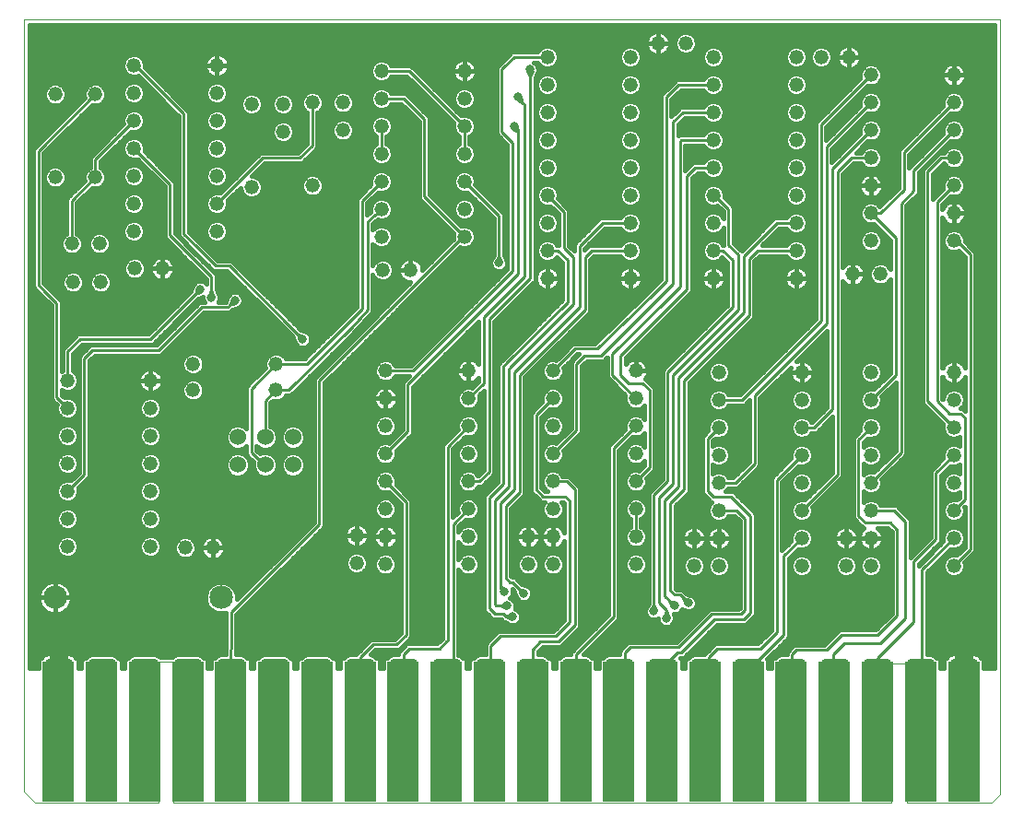
<source format=gbl>
G75*
%MOIN*%
%OFA0B0*%
%FSLAX25Y25*%
%IPPOS*%
%LPD*%
%AMOC8*
5,1,8,0,0,1.08239X$1,22.5*
%
%ADD10C,0.00000*%
%ADD11C,0.05200*%
%ADD12C,0.08500*%
%ADD13C,0.06000*%
%ADD14C,0.03000*%
%ADD15R,0.11693X0.50669*%
%ADD16C,0.01600*%
%ADD17C,0.04000*%
%ADD18C,0.05906*%
%ADD19C,0.06600*%
%ADD20C,0.01000*%
%ADD21C,0.03169*%
D10*
X0026198Y0007776D02*
X0030135Y0003874D01*
X0074623Y0003874D01*
X0074623Y0054661D01*
X0080135Y0054661D01*
X0080135Y0003874D01*
X0339583Y0003874D01*
X0339583Y0054268D01*
X0345489Y0054268D01*
X0345489Y0003874D01*
X0376198Y0003874D01*
X0378954Y0006630D01*
X0378954Y0053087D01*
X0378954Y0052969D02*
X0378954Y0287067D01*
X0026198Y0287067D01*
X0026198Y0053575D01*
X0026198Y0053776D02*
X0026198Y0007776D01*
D11*
X0041800Y0096469D03*
X0041800Y0106469D03*
X0041800Y0116469D03*
X0041800Y0126469D03*
X0041800Y0136469D03*
X0041800Y0146469D03*
X0041800Y0156469D03*
X0071800Y0156469D03*
X0071800Y0146469D03*
X0071800Y0136469D03*
X0071800Y0126469D03*
X0071800Y0116469D03*
X0071800Y0106469D03*
X0071800Y0096469D03*
X0084300Y0095969D03*
X0094300Y0095969D03*
X0146300Y0100469D03*
X0156800Y0099969D03*
X0156800Y0109969D03*
X0156800Y0119969D03*
X0156800Y0129969D03*
X0156800Y0139969D03*
X0156800Y0149969D03*
X0156800Y0159969D03*
X0186800Y0159969D03*
X0186800Y0149969D03*
X0186800Y0139969D03*
X0186800Y0129969D03*
X0186800Y0119969D03*
X0186800Y0109969D03*
X0186800Y0099969D03*
X0186800Y0089969D03*
X0208300Y0089969D03*
X0217300Y0089969D03*
X0217300Y0099969D03*
X0208300Y0099969D03*
X0217300Y0109969D03*
X0217300Y0119969D03*
X0217300Y0129969D03*
X0217300Y0139969D03*
X0217300Y0149969D03*
X0217300Y0159969D03*
X0247300Y0159969D03*
X0247300Y0149969D03*
X0247300Y0139969D03*
X0247300Y0129969D03*
X0247300Y0119969D03*
X0247300Y0109969D03*
X0247300Y0099969D03*
X0247300Y0089969D03*
X0268300Y0089469D03*
X0277300Y0089469D03*
X0277300Y0099469D03*
X0268300Y0099469D03*
X0277300Y0109469D03*
X0277300Y0119469D03*
X0277300Y0129469D03*
X0277300Y0139469D03*
X0277300Y0149469D03*
X0277300Y0159469D03*
X0307300Y0159469D03*
X0307300Y0149469D03*
X0307300Y0139469D03*
X0307300Y0129469D03*
X0307300Y0119469D03*
X0307300Y0109469D03*
X0307300Y0099469D03*
X0307300Y0089469D03*
X0323300Y0089469D03*
X0332300Y0089469D03*
X0332300Y0099469D03*
X0323300Y0099469D03*
X0332300Y0109469D03*
X0332300Y0119469D03*
X0332300Y0129469D03*
X0332300Y0139469D03*
X0332300Y0149469D03*
X0332300Y0159469D03*
X0362300Y0159469D03*
X0362300Y0149469D03*
X0362300Y0139469D03*
X0362300Y0129469D03*
X0362300Y0119469D03*
X0362300Y0109469D03*
X0362300Y0099469D03*
X0362300Y0089469D03*
X0305300Y0193469D03*
X0305300Y0203469D03*
X0305300Y0213469D03*
X0305300Y0223469D03*
X0305300Y0233469D03*
X0305300Y0243469D03*
X0305300Y0253469D03*
X0305300Y0263469D03*
X0305300Y0273469D03*
X0314300Y0273469D03*
X0324300Y0273469D03*
X0332300Y0266969D03*
X0332300Y0256969D03*
X0332300Y0246969D03*
X0332300Y0236969D03*
X0332300Y0226969D03*
X0332300Y0216969D03*
X0332300Y0206969D03*
X0335800Y0194969D03*
X0325800Y0194969D03*
X0362300Y0206969D03*
X0362300Y0216969D03*
X0362300Y0226969D03*
X0362300Y0236969D03*
X0362300Y0246969D03*
X0362300Y0256969D03*
X0362300Y0266969D03*
X0275300Y0263469D03*
X0275300Y0273469D03*
X0265300Y0278469D03*
X0255300Y0278469D03*
X0245300Y0273469D03*
X0245300Y0263469D03*
X0245300Y0253469D03*
X0245300Y0243469D03*
X0245300Y0233469D03*
X0245300Y0223469D03*
X0245300Y0213469D03*
X0245300Y0203469D03*
X0245300Y0193469D03*
X0275300Y0193469D03*
X0275300Y0203469D03*
X0275300Y0213469D03*
X0275300Y0223469D03*
X0275300Y0233469D03*
X0275300Y0243469D03*
X0275300Y0253469D03*
X0215300Y0253469D03*
X0215300Y0263469D03*
X0215300Y0273469D03*
X0185300Y0268469D03*
X0185300Y0258469D03*
X0185300Y0248469D03*
X0185300Y0238469D03*
X0185300Y0228469D03*
X0185300Y0218469D03*
X0185300Y0208469D03*
X0165800Y0196469D03*
X0155800Y0196469D03*
X0155300Y0208469D03*
X0155300Y0218469D03*
X0155300Y0228469D03*
X0155300Y0238469D03*
X0155300Y0248469D03*
X0155300Y0258469D03*
X0155300Y0268469D03*
X0141300Y0256969D03*
X0141300Y0246969D03*
X0130300Y0256969D03*
X0119800Y0256469D03*
X0119800Y0246469D03*
X0108300Y0256469D03*
X0095800Y0260469D03*
X0095800Y0270469D03*
X0095800Y0250469D03*
X0095800Y0240469D03*
X0095800Y0230469D03*
X0095800Y0220469D03*
X0095800Y0210469D03*
X0076087Y0196969D03*
X0066087Y0196969D03*
X0053800Y0191969D03*
X0043800Y0191969D03*
X0043300Y0205969D03*
X0053300Y0205969D03*
X0065800Y0210469D03*
X0065800Y0220469D03*
X0065800Y0230469D03*
X0065800Y0240469D03*
X0065800Y0250469D03*
X0065800Y0260469D03*
X0065800Y0270469D03*
X0051800Y0259969D03*
X0037300Y0259969D03*
X0037300Y0229969D03*
X0051800Y0229969D03*
X0108300Y0226469D03*
X0130300Y0226969D03*
X0117182Y0162417D03*
X0117182Y0152969D03*
X0087182Y0152969D03*
X0087182Y0162417D03*
X0146300Y0090469D03*
X0156800Y0089969D03*
X0215300Y0193469D03*
X0215300Y0203469D03*
X0215300Y0213469D03*
X0215300Y0223469D03*
X0215300Y0233469D03*
X0215300Y0243469D03*
D12*
X0097300Y0077969D03*
X0037300Y0077969D03*
D13*
X0103300Y0125969D03*
X0113300Y0125969D03*
X0113300Y0135969D03*
X0103300Y0135969D03*
X0123300Y0135969D03*
X0123300Y0125969D03*
D14*
X0119939Y0037421D02*
X0112939Y0037421D01*
X0112939Y0054421D01*
X0119939Y0054421D01*
X0119939Y0037421D01*
X0119939Y0040420D02*
X0112939Y0040420D01*
X0112939Y0043419D02*
X0119939Y0043419D01*
X0119939Y0046418D02*
X0112939Y0046418D01*
X0112939Y0049417D02*
X0119939Y0049417D01*
X0119939Y0052416D02*
X0112939Y0052416D01*
X0104348Y0037421D02*
X0097348Y0037421D01*
X0097348Y0054421D01*
X0104348Y0054421D01*
X0104348Y0037421D01*
X0104348Y0040420D02*
X0097348Y0040420D01*
X0097348Y0043419D02*
X0104348Y0043419D01*
X0104348Y0046418D02*
X0097348Y0046418D01*
X0097348Y0049417D02*
X0104348Y0049417D01*
X0104348Y0052416D02*
X0097348Y0052416D01*
X0088757Y0037421D02*
X0081757Y0037421D01*
X0081757Y0054421D01*
X0088757Y0054421D01*
X0088757Y0037421D01*
X0088757Y0040420D02*
X0081757Y0040420D01*
X0081757Y0043419D02*
X0088757Y0043419D01*
X0088757Y0046418D02*
X0081757Y0046418D01*
X0081757Y0049417D02*
X0088757Y0049417D01*
X0088757Y0052416D02*
X0081757Y0052416D01*
X0073167Y0037421D02*
X0066167Y0037421D01*
X0066167Y0054421D01*
X0073167Y0054421D01*
X0073167Y0037421D01*
X0073167Y0040420D02*
X0066167Y0040420D01*
X0066167Y0043419D02*
X0073167Y0043419D01*
X0073167Y0046418D02*
X0066167Y0046418D01*
X0066167Y0049417D02*
X0073167Y0049417D01*
X0073167Y0052416D02*
X0066167Y0052416D01*
X0057576Y0037421D02*
X0050576Y0037421D01*
X0050576Y0054421D01*
X0057576Y0054421D01*
X0057576Y0037421D01*
X0057576Y0040420D02*
X0050576Y0040420D01*
X0050576Y0043419D02*
X0057576Y0043419D01*
X0057576Y0046418D02*
X0050576Y0046418D01*
X0050576Y0049417D02*
X0057576Y0049417D01*
X0057576Y0052416D02*
X0050576Y0052416D01*
X0041986Y0037421D02*
X0034986Y0037421D01*
X0034986Y0054421D01*
X0041986Y0054421D01*
X0041986Y0037421D01*
X0041986Y0040420D02*
X0034986Y0040420D01*
X0034986Y0043419D02*
X0041986Y0043419D01*
X0041986Y0046418D02*
X0034986Y0046418D01*
X0034986Y0049417D02*
X0041986Y0049417D01*
X0041986Y0052416D02*
X0034986Y0052416D01*
X0128529Y0037421D02*
X0135529Y0037421D01*
X0128529Y0037421D02*
X0128529Y0054421D01*
X0135529Y0054421D01*
X0135529Y0037421D01*
X0135529Y0040420D02*
X0128529Y0040420D01*
X0128529Y0043419D02*
X0135529Y0043419D01*
X0135529Y0046418D02*
X0128529Y0046418D01*
X0128529Y0049417D02*
X0135529Y0049417D01*
X0135529Y0052416D02*
X0128529Y0052416D01*
X0144120Y0037421D02*
X0151120Y0037421D01*
X0144120Y0037421D02*
X0144120Y0054421D01*
X0151120Y0054421D01*
X0151120Y0037421D01*
X0151120Y0040420D02*
X0144120Y0040420D01*
X0144120Y0043419D02*
X0151120Y0043419D01*
X0151120Y0046418D02*
X0144120Y0046418D01*
X0144120Y0049417D02*
X0151120Y0049417D01*
X0151120Y0052416D02*
X0144120Y0052416D01*
X0159710Y0037421D02*
X0166710Y0037421D01*
X0159710Y0037421D02*
X0159710Y0054421D01*
X0166710Y0054421D01*
X0166710Y0037421D01*
X0166710Y0040420D02*
X0159710Y0040420D01*
X0159710Y0043419D02*
X0166710Y0043419D01*
X0166710Y0046418D02*
X0159710Y0046418D01*
X0159710Y0049417D02*
X0166710Y0049417D01*
X0166710Y0052416D02*
X0159710Y0052416D01*
X0175301Y0037421D02*
X0182301Y0037421D01*
X0175301Y0037421D02*
X0175301Y0054421D01*
X0182301Y0054421D01*
X0182301Y0037421D01*
X0182301Y0040420D02*
X0175301Y0040420D01*
X0175301Y0043419D02*
X0182301Y0043419D01*
X0182301Y0046418D02*
X0175301Y0046418D01*
X0175301Y0049417D02*
X0182301Y0049417D01*
X0182301Y0052416D02*
X0175301Y0052416D01*
X0190891Y0037421D02*
X0197891Y0037421D01*
X0190891Y0037421D02*
X0190891Y0054421D01*
X0197891Y0054421D01*
X0197891Y0037421D01*
X0197891Y0040420D02*
X0190891Y0040420D01*
X0190891Y0043419D02*
X0197891Y0043419D01*
X0197891Y0046418D02*
X0190891Y0046418D01*
X0190891Y0049417D02*
X0197891Y0049417D01*
X0197891Y0052416D02*
X0190891Y0052416D01*
X0206482Y0037421D02*
X0213482Y0037421D01*
X0206482Y0037421D02*
X0206482Y0054421D01*
X0213482Y0054421D01*
X0213482Y0037421D01*
X0213482Y0040420D02*
X0206482Y0040420D01*
X0206482Y0043419D02*
X0213482Y0043419D01*
X0213482Y0046418D02*
X0206482Y0046418D01*
X0206482Y0049417D02*
X0213482Y0049417D01*
X0213482Y0052416D02*
X0206482Y0052416D01*
X0222072Y0037421D02*
X0229072Y0037421D01*
X0222072Y0037421D02*
X0222072Y0054421D01*
X0229072Y0054421D01*
X0229072Y0037421D01*
X0229072Y0040420D02*
X0222072Y0040420D01*
X0222072Y0043419D02*
X0229072Y0043419D01*
X0229072Y0046418D02*
X0222072Y0046418D01*
X0222072Y0049417D02*
X0229072Y0049417D01*
X0229072Y0052416D02*
X0222072Y0052416D01*
X0237663Y0037421D02*
X0244663Y0037421D01*
X0237663Y0037421D02*
X0237663Y0054421D01*
X0244663Y0054421D01*
X0244663Y0037421D01*
X0244663Y0040420D02*
X0237663Y0040420D01*
X0237663Y0043419D02*
X0244663Y0043419D01*
X0244663Y0046418D02*
X0237663Y0046418D01*
X0237663Y0049417D02*
X0244663Y0049417D01*
X0244663Y0052416D02*
X0237663Y0052416D01*
X0253254Y0037421D02*
X0260254Y0037421D01*
X0253254Y0037421D02*
X0253254Y0054421D01*
X0260254Y0054421D01*
X0260254Y0037421D01*
X0260254Y0040420D02*
X0253254Y0040420D01*
X0253254Y0043419D02*
X0260254Y0043419D01*
X0260254Y0046418D02*
X0253254Y0046418D01*
X0253254Y0049417D02*
X0260254Y0049417D01*
X0260254Y0052416D02*
X0253254Y0052416D01*
X0268844Y0037421D02*
X0275844Y0037421D01*
X0268844Y0037421D02*
X0268844Y0054421D01*
X0275844Y0054421D01*
X0275844Y0037421D01*
X0275844Y0040420D02*
X0268844Y0040420D01*
X0268844Y0043419D02*
X0275844Y0043419D01*
X0275844Y0046418D02*
X0268844Y0046418D01*
X0268844Y0049417D02*
X0275844Y0049417D01*
X0275844Y0052416D02*
X0268844Y0052416D01*
X0284435Y0037421D02*
X0291435Y0037421D01*
X0284435Y0037421D02*
X0284435Y0054421D01*
X0291435Y0054421D01*
X0291435Y0037421D01*
X0291435Y0040420D02*
X0284435Y0040420D01*
X0284435Y0043419D02*
X0291435Y0043419D01*
X0291435Y0046418D02*
X0284435Y0046418D01*
X0284435Y0049417D02*
X0291435Y0049417D01*
X0291435Y0052416D02*
X0284435Y0052416D01*
X0300025Y0037421D02*
X0307025Y0037421D01*
X0300025Y0037421D02*
X0300025Y0054421D01*
X0307025Y0054421D01*
X0307025Y0037421D01*
X0307025Y0040420D02*
X0300025Y0040420D01*
X0300025Y0043419D02*
X0307025Y0043419D01*
X0307025Y0046418D02*
X0300025Y0046418D01*
X0300025Y0049417D02*
X0307025Y0049417D01*
X0307025Y0052416D02*
X0300025Y0052416D01*
X0315616Y0037421D02*
X0322616Y0037421D01*
X0315616Y0037421D02*
X0315616Y0054421D01*
X0322616Y0054421D01*
X0322616Y0037421D01*
X0322616Y0040420D02*
X0315616Y0040420D01*
X0315616Y0043419D02*
X0322616Y0043419D01*
X0322616Y0046418D02*
X0315616Y0046418D01*
X0315616Y0049417D02*
X0322616Y0049417D01*
X0322616Y0052416D02*
X0315616Y0052416D01*
X0331206Y0037421D02*
X0338206Y0037421D01*
X0331206Y0037421D02*
X0331206Y0054421D01*
X0338206Y0054421D01*
X0338206Y0037421D01*
X0338206Y0040420D02*
X0331206Y0040420D01*
X0331206Y0043419D02*
X0338206Y0043419D01*
X0338206Y0046418D02*
X0331206Y0046418D01*
X0331206Y0049417D02*
X0338206Y0049417D01*
X0338206Y0052416D02*
X0331206Y0052416D01*
X0346797Y0037421D02*
X0353797Y0037421D01*
X0346797Y0037421D02*
X0346797Y0054421D01*
X0353797Y0054421D01*
X0353797Y0037421D01*
X0353797Y0040420D02*
X0346797Y0040420D01*
X0346797Y0043419D02*
X0353797Y0043419D01*
X0353797Y0046418D02*
X0346797Y0046418D01*
X0346797Y0049417D02*
X0353797Y0049417D01*
X0353797Y0052416D02*
X0346797Y0052416D01*
X0362387Y0037421D02*
X0369387Y0037421D01*
X0362387Y0037421D02*
X0362387Y0054421D01*
X0369387Y0054421D01*
X0369387Y0037421D01*
X0369387Y0040420D02*
X0362387Y0040420D01*
X0362387Y0043419D02*
X0369387Y0043419D01*
X0369387Y0046418D02*
X0362387Y0046418D01*
X0362387Y0049417D02*
X0369387Y0049417D01*
X0369387Y0052416D02*
X0362387Y0052416D01*
D15*
X0365883Y0029484D03*
X0350292Y0029484D03*
X0334702Y0029484D03*
X0319111Y0029484D03*
X0303520Y0029484D03*
X0287930Y0029484D03*
X0272339Y0029484D03*
X0256749Y0029484D03*
X0241158Y0029484D03*
X0225568Y0029484D03*
X0209977Y0029484D03*
X0194387Y0029484D03*
X0178796Y0029484D03*
X0163206Y0029484D03*
X0147615Y0029484D03*
X0132024Y0029484D03*
X0116434Y0029484D03*
X0100843Y0029484D03*
X0085253Y0029484D03*
X0069662Y0029484D03*
X0054072Y0029484D03*
X0038481Y0029484D03*
D16*
X0031235Y0052469D02*
X0027998Y0052469D01*
X0027998Y0285267D01*
X0377154Y0285267D01*
X0377154Y0052469D01*
X0373129Y0052469D01*
X0373129Y0055399D01*
X0372309Y0056219D01*
X0372155Y0056219D01*
X0371951Y0056525D01*
X0371491Y0056985D01*
X0370951Y0057346D01*
X0370350Y0057594D01*
X0369712Y0057721D01*
X0366687Y0057721D01*
X0366687Y0056219D01*
X0365087Y0056219D01*
X0365087Y0057721D01*
X0362062Y0057721D01*
X0361425Y0057594D01*
X0360824Y0057346D01*
X0360284Y0056985D01*
X0359824Y0056525D01*
X0359620Y0056219D01*
X0359456Y0056219D01*
X0358636Y0055399D01*
X0358636Y0052469D01*
X0357539Y0052469D01*
X0357539Y0055399D01*
X0356718Y0056219D01*
X0356100Y0056219D01*
X0355440Y0056880D01*
X0354374Y0057321D01*
X0352700Y0057321D01*
X0352700Y0087181D01*
X0361139Y0095620D01*
X0361504Y0095469D01*
X0363096Y0095469D01*
X0364566Y0096077D01*
X0365691Y0097203D01*
X0366300Y0098673D01*
X0366300Y0100264D01*
X0365691Y0101734D01*
X0364566Y0102860D01*
X0363096Y0103468D01*
X0361504Y0103468D01*
X0360034Y0102860D01*
X0358909Y0101734D01*
X0358300Y0100264D01*
X0358300Y0098673D01*
X0358452Y0098307D01*
X0350013Y0089868D01*
X0349700Y0089555D01*
X0349700Y0090181D01*
X0357700Y0098181D01*
X0357700Y0122182D01*
X0361139Y0125620D01*
X0361504Y0125469D01*
X0363096Y0125469D01*
X0364400Y0126009D01*
X0364400Y0122928D01*
X0363096Y0123468D01*
X0361504Y0123468D01*
X0360034Y0122860D01*
X0358909Y0121734D01*
X0358300Y0120264D01*
X0358300Y0118673D01*
X0358909Y0117203D01*
X0360034Y0116077D01*
X0361504Y0115469D01*
X0363096Y0115469D01*
X0364400Y0116009D01*
X0364400Y0114255D01*
X0363461Y0113317D01*
X0363096Y0113468D01*
X0361504Y0113468D01*
X0360034Y0112860D01*
X0358909Y0111734D01*
X0358300Y0110264D01*
X0358300Y0108673D01*
X0358909Y0107203D01*
X0360034Y0106077D01*
X0361504Y0105469D01*
X0363096Y0105469D01*
X0364566Y0106077D01*
X0365691Y0107203D01*
X0366300Y0108673D01*
X0366300Y0110264D01*
X0366148Y0110630D01*
X0366400Y0110882D01*
X0366400Y0096255D01*
X0363461Y0093317D01*
X0363096Y0093468D01*
X0361504Y0093468D01*
X0360034Y0092860D01*
X0358909Y0091734D01*
X0358300Y0090264D01*
X0358300Y0088673D01*
X0358909Y0087203D01*
X0360034Y0086077D01*
X0361504Y0085469D01*
X0363096Y0085469D01*
X0364566Y0086077D01*
X0365691Y0087203D01*
X0366300Y0088673D01*
X0366300Y0090264D01*
X0366148Y0090630D01*
X0370200Y0094681D01*
X0370200Y0202755D01*
X0369087Y0203868D01*
X0366300Y0206655D01*
X0366300Y0207764D01*
X0365691Y0209234D01*
X0364566Y0210360D01*
X0363096Y0210968D01*
X0361504Y0210968D01*
X0360034Y0210360D01*
X0358909Y0209234D01*
X0358300Y0207764D01*
X0358300Y0206173D01*
X0358909Y0204703D01*
X0360034Y0203577D01*
X0361504Y0202969D01*
X0363096Y0202969D01*
X0364169Y0203413D01*
X0366400Y0201181D01*
X0366400Y0161089D01*
X0366378Y0161158D01*
X0366063Y0161775D01*
X0365656Y0162335D01*
X0365166Y0162825D01*
X0364606Y0163232D01*
X0363989Y0163546D01*
X0363330Y0163760D01*
X0362646Y0163868D01*
X0362300Y0163868D01*
X0361954Y0163868D01*
X0361270Y0163760D01*
X0360611Y0163546D01*
X0359994Y0163232D01*
X0359434Y0162825D01*
X0358944Y0162335D01*
X0358537Y0161775D01*
X0358222Y0161158D01*
X0358200Y0161089D01*
X0358200Y0215348D01*
X0358222Y0215279D01*
X0358537Y0214662D01*
X0358944Y0214102D01*
X0359434Y0213612D01*
X0359994Y0213205D01*
X0360611Y0212891D01*
X0361270Y0212677D01*
X0361954Y0212569D01*
X0362300Y0212569D01*
X0362646Y0212569D01*
X0363330Y0212677D01*
X0363989Y0212891D01*
X0364606Y0213205D01*
X0365166Y0213612D01*
X0365656Y0214102D01*
X0366063Y0214662D01*
X0366378Y0215279D01*
X0366592Y0215938D01*
X0366700Y0216622D01*
X0366700Y0216968D01*
X0362300Y0216968D01*
X0362300Y0212569D01*
X0362300Y0216968D01*
X0362300Y0216968D01*
X0362300Y0216969D01*
X0362300Y0221368D01*
X0361954Y0221368D01*
X0361270Y0221260D01*
X0360611Y0221046D01*
X0359994Y0220732D01*
X0359434Y0220325D01*
X0358944Y0219835D01*
X0358537Y0219275D01*
X0358222Y0218658D01*
X0358200Y0218589D01*
X0358200Y0220181D01*
X0359700Y0221681D01*
X0361139Y0223120D01*
X0361504Y0222969D01*
X0363096Y0222969D01*
X0364566Y0223577D01*
X0365691Y0224703D01*
X0366300Y0226173D01*
X0366300Y0227764D01*
X0365691Y0229234D01*
X0364566Y0230360D01*
X0363096Y0230968D01*
X0361504Y0230968D01*
X0360034Y0230360D01*
X0358909Y0229234D01*
X0358300Y0227764D01*
X0358300Y0226173D01*
X0358452Y0225807D01*
X0357013Y0224368D01*
X0355513Y0222868D01*
X0354700Y0222055D01*
X0354700Y0231181D01*
X0358587Y0235069D01*
X0358757Y0235069D01*
X0358909Y0234703D01*
X0360034Y0233577D01*
X0361504Y0232969D01*
X0363096Y0232969D01*
X0364566Y0233577D01*
X0365691Y0234703D01*
X0366300Y0236173D01*
X0366300Y0237764D01*
X0365691Y0239234D01*
X0364566Y0240360D01*
X0363096Y0240968D01*
X0361504Y0240968D01*
X0360034Y0240360D01*
X0358909Y0239234D01*
X0358757Y0238868D01*
X0357013Y0238868D01*
X0352013Y0233868D01*
X0350900Y0232755D01*
X0350900Y0148181D01*
X0358452Y0140630D01*
X0358300Y0140264D01*
X0358300Y0138673D01*
X0358909Y0137203D01*
X0360034Y0136077D01*
X0361504Y0135469D01*
X0363096Y0135469D01*
X0364400Y0136009D01*
X0364400Y0132928D01*
X0363096Y0133468D01*
X0361504Y0133468D01*
X0360034Y0132860D01*
X0358909Y0131734D01*
X0358300Y0130264D01*
X0358300Y0128673D01*
X0358452Y0128307D01*
X0355013Y0124868D01*
X0353900Y0123755D01*
X0353900Y0099755D01*
X0347013Y0092868D01*
X0346700Y0092555D01*
X0346700Y0106255D01*
X0342700Y0110255D01*
X0341587Y0111368D01*
X0335843Y0111368D01*
X0335691Y0111734D01*
X0334566Y0112860D01*
X0333096Y0113468D01*
X0331504Y0113468D01*
X0330034Y0112860D01*
X0329700Y0112525D01*
X0329700Y0116412D01*
X0330034Y0116077D01*
X0331504Y0115469D01*
X0333096Y0115469D01*
X0334566Y0116077D01*
X0335691Y0117203D01*
X0336300Y0118673D01*
X0336300Y0120264D01*
X0336148Y0120630D01*
X0344087Y0128569D01*
X0345200Y0129681D01*
X0345200Y0219681D01*
X0348587Y0223069D01*
X0349700Y0224181D01*
X0349700Y0231681D01*
X0361139Y0243120D01*
X0361504Y0242969D01*
X0363096Y0242969D01*
X0364566Y0243577D01*
X0365691Y0244703D01*
X0366300Y0246173D01*
X0366300Y0247764D01*
X0365691Y0249234D01*
X0364566Y0250360D01*
X0363096Y0250968D01*
X0361504Y0250968D01*
X0360034Y0250360D01*
X0358909Y0249234D01*
X0358300Y0247764D01*
X0358300Y0246173D01*
X0358452Y0245807D01*
X0346200Y0233555D01*
X0346200Y0238181D01*
X0361139Y0253120D01*
X0361504Y0252969D01*
X0363096Y0252969D01*
X0364566Y0253577D01*
X0365691Y0254703D01*
X0366300Y0256173D01*
X0366300Y0257764D01*
X0365691Y0259234D01*
X0364566Y0260360D01*
X0363096Y0260968D01*
X0361504Y0260968D01*
X0360034Y0260360D01*
X0358909Y0259234D01*
X0358300Y0257764D01*
X0358300Y0256173D01*
X0358452Y0255807D01*
X0342400Y0239755D01*
X0342400Y0226255D01*
X0335535Y0219390D01*
X0334566Y0220360D01*
X0333096Y0220968D01*
X0331504Y0220968D01*
X0330034Y0220360D01*
X0328909Y0219234D01*
X0328300Y0217764D01*
X0328300Y0216173D01*
X0328909Y0214703D01*
X0330034Y0213577D01*
X0331504Y0212969D01*
X0333096Y0212969D01*
X0333461Y0213120D01*
X0339400Y0207181D01*
X0339400Y0196730D01*
X0339191Y0197234D01*
X0338066Y0198360D01*
X0336596Y0198968D01*
X0335004Y0198968D01*
X0333534Y0198360D01*
X0332409Y0197234D01*
X0331800Y0195764D01*
X0331800Y0194173D01*
X0332409Y0192703D01*
X0333534Y0191577D01*
X0335004Y0190969D01*
X0336596Y0190969D01*
X0338066Y0191577D01*
X0339191Y0192703D01*
X0339400Y0193207D01*
X0339400Y0159255D01*
X0333461Y0153317D01*
X0333096Y0153468D01*
X0331504Y0153468D01*
X0330034Y0152860D01*
X0328909Y0151734D01*
X0328300Y0150264D01*
X0328300Y0148673D01*
X0328909Y0147203D01*
X0330034Y0146077D01*
X0331504Y0145469D01*
X0333096Y0145469D01*
X0334566Y0146077D01*
X0335691Y0147203D01*
X0336300Y0148673D01*
X0336300Y0150264D01*
X0336148Y0150630D01*
X0341400Y0155882D01*
X0341400Y0131255D01*
X0333461Y0123317D01*
X0333096Y0123468D01*
X0331504Y0123468D01*
X0330034Y0122860D01*
X0329700Y0122525D01*
X0329700Y0126412D01*
X0330034Y0126077D01*
X0331504Y0125469D01*
X0333096Y0125469D01*
X0334566Y0126077D01*
X0335691Y0127203D01*
X0336300Y0128673D01*
X0336300Y0130264D01*
X0335691Y0131734D01*
X0334566Y0132860D01*
X0333096Y0133468D01*
X0331504Y0133468D01*
X0330034Y0132860D01*
X0329700Y0132525D01*
X0329700Y0134181D01*
X0331139Y0135620D01*
X0331504Y0135469D01*
X0333096Y0135469D01*
X0334566Y0136077D01*
X0335691Y0137203D01*
X0336300Y0138673D01*
X0336300Y0140264D01*
X0335691Y0141734D01*
X0334566Y0142860D01*
X0333096Y0143468D01*
X0331504Y0143468D01*
X0330034Y0142860D01*
X0328909Y0141734D01*
X0328300Y0140264D01*
X0328300Y0138673D01*
X0328452Y0138307D01*
X0327013Y0136868D01*
X0325900Y0135755D01*
X0325900Y0106681D01*
X0328400Y0104181D01*
X0329513Y0103069D01*
X0329769Y0103069D01*
X0329434Y0102825D01*
X0328944Y0102335D01*
X0328537Y0101775D01*
X0328222Y0101158D01*
X0328008Y0100499D01*
X0327900Y0099815D01*
X0327900Y0099469D01*
X0332300Y0099469D01*
X0336700Y0099469D01*
X0336700Y0099815D01*
X0336592Y0100499D01*
X0336378Y0101158D01*
X0336063Y0101775D01*
X0335656Y0102335D01*
X0335166Y0102825D01*
X0334831Y0103069D01*
X0338513Y0103069D01*
X0339900Y0101681D01*
X0339900Y0072255D01*
X0334013Y0066368D01*
X0321013Y0066368D01*
X0315513Y0060868D01*
X0304513Y0060868D01*
X0303013Y0059368D01*
X0301900Y0058255D01*
X0301900Y0057321D01*
X0299448Y0057321D01*
X0298382Y0056880D01*
X0297722Y0056219D01*
X0297094Y0056219D01*
X0296274Y0055399D01*
X0296274Y0052469D01*
X0295176Y0052468D01*
X0295176Y0055399D01*
X0294797Y0055778D01*
X0300587Y0061569D01*
X0301587Y0062569D01*
X0302700Y0063681D01*
X0302700Y0092182D01*
X0306139Y0095620D01*
X0306504Y0095469D01*
X0308096Y0095469D01*
X0309566Y0096077D01*
X0310691Y0097203D01*
X0311300Y0098673D01*
X0311300Y0100264D01*
X0310691Y0101734D01*
X0309566Y0102860D01*
X0308096Y0103468D01*
X0306504Y0103468D01*
X0305034Y0102860D01*
X0303909Y0101734D01*
X0303300Y0100264D01*
X0303300Y0098673D01*
X0303452Y0098307D01*
X0300200Y0095055D01*
X0300200Y0119682D01*
X0306139Y0125620D01*
X0306504Y0125469D01*
X0308096Y0125469D01*
X0309566Y0126077D01*
X0310691Y0127203D01*
X0311300Y0128673D01*
X0311300Y0130264D01*
X0310691Y0131734D01*
X0309566Y0132860D01*
X0308096Y0133468D01*
X0306504Y0133468D01*
X0305034Y0132860D01*
X0303909Y0131734D01*
X0303300Y0130264D01*
X0303300Y0128673D01*
X0303452Y0128307D01*
X0297513Y0122368D01*
X0296400Y0121255D01*
X0296400Y0066255D01*
X0291513Y0061368D01*
X0276013Y0061368D01*
X0273013Y0058368D01*
X0271966Y0057321D01*
X0268267Y0057321D01*
X0267201Y0056880D01*
X0266541Y0056219D01*
X0265913Y0056219D01*
X0265093Y0055399D01*
X0265093Y0052469D01*
X0263995Y0052469D01*
X0263995Y0055399D01*
X0263326Y0056069D01*
X0264587Y0056069D01*
X0265700Y0057181D01*
X0276587Y0068069D01*
X0287087Y0068069D01*
X0288200Y0069181D01*
X0290700Y0071681D01*
X0290700Y0108255D01*
X0289587Y0109368D01*
X0282587Y0116368D01*
X0279857Y0116368D01*
X0280691Y0117203D01*
X0280843Y0117569D01*
X0284087Y0117569D01*
X0291087Y0124569D01*
X0292200Y0125681D01*
X0292200Y0150181D01*
X0303271Y0161252D01*
X0303222Y0161158D01*
X0303008Y0160499D01*
X0302900Y0159815D01*
X0302900Y0159469D01*
X0307300Y0159469D01*
X0307300Y0163868D01*
X0306954Y0163868D01*
X0306270Y0163760D01*
X0305611Y0163546D01*
X0305516Y0163498D01*
X0316400Y0174382D01*
X0316400Y0146755D01*
X0311013Y0141368D01*
X0310843Y0141368D01*
X0310691Y0141734D01*
X0309566Y0142860D01*
X0308096Y0143468D01*
X0306504Y0143468D01*
X0305034Y0142860D01*
X0303909Y0141734D01*
X0303300Y0140264D01*
X0303300Y0138673D01*
X0303909Y0137203D01*
X0305034Y0136077D01*
X0306504Y0135469D01*
X0308096Y0135469D01*
X0309566Y0136077D01*
X0310691Y0137203D01*
X0310843Y0137569D01*
X0312587Y0137569D01*
X0318400Y0143382D01*
X0318400Y0123255D01*
X0308461Y0113317D01*
X0308096Y0113468D01*
X0306504Y0113468D01*
X0305034Y0112860D01*
X0303909Y0111734D01*
X0303300Y0110264D01*
X0303300Y0108673D01*
X0303909Y0107203D01*
X0305034Y0106077D01*
X0306504Y0105469D01*
X0308096Y0105469D01*
X0309566Y0106077D01*
X0310691Y0107203D01*
X0311300Y0108673D01*
X0311300Y0110264D01*
X0311148Y0110630D01*
X0322200Y0121681D01*
X0322200Y0192438D01*
X0322444Y0192102D01*
X0322934Y0191612D01*
X0323494Y0191205D01*
X0324111Y0190891D01*
X0324770Y0190677D01*
X0325454Y0190569D01*
X0325800Y0190569D01*
X0326146Y0190569D01*
X0326830Y0190677D01*
X0327489Y0190891D01*
X0328106Y0191205D01*
X0328666Y0191612D01*
X0329156Y0192102D01*
X0329563Y0192662D01*
X0329878Y0193279D01*
X0330092Y0193938D01*
X0330200Y0194622D01*
X0330200Y0194968D01*
X0325800Y0194968D01*
X0325800Y0190569D01*
X0325800Y0194968D01*
X0325800Y0194968D01*
X0325800Y0194969D01*
X0325800Y0199368D01*
X0325454Y0199368D01*
X0324770Y0199260D01*
X0324111Y0199046D01*
X0323494Y0198732D01*
X0322934Y0198325D01*
X0322444Y0197835D01*
X0322200Y0197499D01*
X0322200Y0231182D01*
X0322700Y0231681D01*
X0322700Y0231682D01*
X0326087Y0235069D01*
X0328757Y0235069D01*
X0328909Y0234703D01*
X0330034Y0233577D01*
X0331504Y0232969D01*
X0333096Y0232969D01*
X0334566Y0233577D01*
X0335691Y0234703D01*
X0336300Y0236173D01*
X0336300Y0237764D01*
X0335691Y0239234D01*
X0334566Y0240360D01*
X0333096Y0240968D01*
X0331504Y0240968D01*
X0330034Y0240360D01*
X0328909Y0239234D01*
X0328757Y0238868D01*
X0326887Y0238868D01*
X0331139Y0243120D01*
X0331504Y0242969D01*
X0333096Y0242969D01*
X0334566Y0243577D01*
X0335691Y0244703D01*
X0336300Y0246173D01*
X0336300Y0247764D01*
X0335691Y0249234D01*
X0334566Y0250360D01*
X0333096Y0250968D01*
X0331504Y0250968D01*
X0330034Y0250360D01*
X0328909Y0249234D01*
X0328300Y0247764D01*
X0328300Y0246173D01*
X0328452Y0245807D01*
X0318200Y0235555D01*
X0318200Y0240181D01*
X0331139Y0253120D01*
X0331504Y0252969D01*
X0333096Y0252969D01*
X0334566Y0253577D01*
X0335691Y0254703D01*
X0336300Y0256173D01*
X0336300Y0257764D01*
X0335691Y0259234D01*
X0334566Y0260360D01*
X0333096Y0260968D01*
X0331504Y0260968D01*
X0330034Y0260360D01*
X0328909Y0259234D01*
X0328300Y0257764D01*
X0328300Y0256173D01*
X0328452Y0255807D01*
X0316200Y0243555D01*
X0316200Y0248181D01*
X0331139Y0263120D01*
X0331504Y0262969D01*
X0333096Y0262969D01*
X0334566Y0263577D01*
X0335691Y0264703D01*
X0336300Y0266173D01*
X0336300Y0267764D01*
X0335691Y0269234D01*
X0334566Y0270360D01*
X0333096Y0270968D01*
X0331504Y0270968D01*
X0330034Y0270360D01*
X0328909Y0269234D01*
X0328300Y0267764D01*
X0328300Y0266173D01*
X0328452Y0265807D01*
X0312400Y0249755D01*
X0312400Y0178755D01*
X0285013Y0151368D01*
X0280843Y0151368D01*
X0280691Y0151734D01*
X0279566Y0152860D01*
X0278096Y0153468D01*
X0276504Y0153468D01*
X0275034Y0152860D01*
X0273909Y0151734D01*
X0273300Y0150264D01*
X0273300Y0148673D01*
X0273909Y0147203D01*
X0275034Y0146077D01*
X0276504Y0145469D01*
X0278096Y0145469D01*
X0279566Y0146077D01*
X0280691Y0147203D01*
X0280843Y0147569D01*
X0286587Y0147569D01*
X0288400Y0149382D01*
X0288400Y0127255D01*
X0282513Y0121368D01*
X0280843Y0121368D01*
X0280691Y0121734D01*
X0279566Y0122860D01*
X0278096Y0123468D01*
X0276504Y0123468D01*
X0275200Y0122928D01*
X0275200Y0126009D01*
X0276504Y0125469D01*
X0278096Y0125469D01*
X0279566Y0126077D01*
X0280691Y0127203D01*
X0281300Y0128673D01*
X0281300Y0130264D01*
X0280691Y0131734D01*
X0279566Y0132860D01*
X0278096Y0133468D01*
X0276504Y0133468D01*
X0275200Y0132928D01*
X0275200Y0134681D01*
X0276139Y0135620D01*
X0276504Y0135469D01*
X0278096Y0135469D01*
X0279566Y0136077D01*
X0280691Y0137203D01*
X0281300Y0138673D01*
X0281300Y0140264D01*
X0280691Y0141734D01*
X0279566Y0142860D01*
X0278096Y0143468D01*
X0276504Y0143468D01*
X0275034Y0142860D01*
X0273909Y0141734D01*
X0273300Y0140264D01*
X0273300Y0138673D01*
X0273452Y0138307D01*
X0272513Y0137368D01*
X0271400Y0136255D01*
X0271400Y0115681D01*
X0273400Y0113681D01*
X0274513Y0112569D01*
X0274743Y0112569D01*
X0273909Y0111734D01*
X0273300Y0110264D01*
X0273300Y0108673D01*
X0273909Y0107203D01*
X0275034Y0106077D01*
X0276504Y0105469D01*
X0278096Y0105469D01*
X0279566Y0106077D01*
X0280691Y0107203D01*
X0280843Y0107569D01*
X0283013Y0107569D01*
X0284900Y0105681D01*
X0284900Y0074255D01*
X0284513Y0073868D01*
X0274013Y0073868D01*
X0266013Y0065868D01*
X0262013Y0061868D01*
X0244513Y0061868D01*
X0242513Y0059868D01*
X0241400Y0058755D01*
X0241400Y0057321D01*
X0237086Y0057321D01*
X0236020Y0056880D01*
X0235359Y0056219D01*
X0234732Y0056219D01*
X0233912Y0055399D01*
X0233912Y0052469D01*
X0232814Y0052469D01*
X0232814Y0055399D01*
X0231994Y0056219D01*
X0231376Y0056219D01*
X0230715Y0056880D01*
X0229649Y0057321D01*
X0228340Y0057321D01*
X0240087Y0069069D01*
X0241200Y0070181D01*
X0241200Y0131181D01*
X0246139Y0136120D01*
X0246504Y0135969D01*
X0248096Y0135969D01*
X0249566Y0136577D01*
X0250400Y0137412D01*
X0250400Y0132525D01*
X0249566Y0133360D01*
X0248096Y0133968D01*
X0246504Y0133968D01*
X0245034Y0133360D01*
X0243909Y0132234D01*
X0243300Y0130764D01*
X0243300Y0129173D01*
X0243909Y0127703D01*
X0245034Y0126577D01*
X0246504Y0125969D01*
X0248096Y0125969D01*
X0249566Y0126577D01*
X0250400Y0127412D01*
X0250400Y0125755D01*
X0248461Y0123817D01*
X0248096Y0123968D01*
X0246504Y0123968D01*
X0245034Y0123360D01*
X0243909Y0122234D01*
X0243300Y0120764D01*
X0243300Y0119173D01*
X0243909Y0117703D01*
X0245034Y0116577D01*
X0246504Y0115969D01*
X0248096Y0115969D01*
X0249566Y0116577D01*
X0250691Y0117703D01*
X0251300Y0119173D01*
X0251300Y0120764D01*
X0251148Y0121130D01*
X0254200Y0124181D01*
X0254200Y0153755D01*
X0253087Y0154868D01*
X0250739Y0157216D01*
X0251063Y0157662D01*
X0251378Y0158279D01*
X0251592Y0158938D01*
X0251700Y0159622D01*
X0251700Y0159968D01*
X0247300Y0159968D01*
X0247300Y0159969D01*
X0247300Y0164368D01*
X0246954Y0164368D01*
X0246270Y0164260D01*
X0245611Y0164046D01*
X0244994Y0163732D01*
X0244434Y0163325D01*
X0243944Y0162835D01*
X0243700Y0162499D01*
X0243700Y0164681D01*
X0262700Y0183681D01*
X0262700Y0183682D01*
X0267700Y0188681D01*
X0267700Y0229681D01*
X0269587Y0231569D01*
X0271757Y0231569D01*
X0271909Y0231203D01*
X0273034Y0230077D01*
X0274504Y0229469D01*
X0276096Y0229469D01*
X0277566Y0230077D01*
X0278691Y0231203D01*
X0279300Y0232673D01*
X0279300Y0234264D01*
X0278691Y0235734D01*
X0277566Y0236860D01*
X0276096Y0237468D01*
X0274504Y0237468D01*
X0273034Y0236860D01*
X0271909Y0235734D01*
X0271757Y0235368D01*
X0268013Y0235368D01*
X0265200Y0232555D01*
X0265200Y0241569D01*
X0271757Y0241569D01*
X0271909Y0241203D01*
X0273034Y0240077D01*
X0274504Y0239469D01*
X0276096Y0239469D01*
X0277566Y0240077D01*
X0278691Y0241203D01*
X0279300Y0242673D01*
X0279300Y0244264D01*
X0278691Y0245734D01*
X0277566Y0246860D01*
X0276096Y0247468D01*
X0274504Y0247468D01*
X0273034Y0246860D01*
X0271909Y0245734D01*
X0271757Y0245368D01*
X0263013Y0245368D01*
X0262700Y0245055D01*
X0262700Y0249181D01*
X0265087Y0251569D01*
X0271757Y0251569D01*
X0271909Y0251203D01*
X0273034Y0250077D01*
X0274504Y0249469D01*
X0276096Y0249469D01*
X0277566Y0250077D01*
X0278691Y0251203D01*
X0279300Y0252673D01*
X0279300Y0254264D01*
X0278691Y0255734D01*
X0277566Y0256860D01*
X0276096Y0257468D01*
X0274504Y0257468D01*
X0273034Y0256860D01*
X0271909Y0255734D01*
X0271757Y0255368D01*
X0263513Y0255368D01*
X0262400Y0254255D01*
X0260200Y0252055D01*
X0260200Y0258181D01*
X0263587Y0261569D01*
X0271757Y0261569D01*
X0271909Y0261203D01*
X0273034Y0260077D01*
X0274504Y0259469D01*
X0276096Y0259469D01*
X0277566Y0260077D01*
X0278691Y0261203D01*
X0279300Y0262673D01*
X0279300Y0264264D01*
X0278691Y0265734D01*
X0277566Y0266860D01*
X0276096Y0267468D01*
X0274504Y0267468D01*
X0273034Y0266860D01*
X0271909Y0265734D01*
X0271757Y0265368D01*
X0262013Y0265368D01*
X0260900Y0264255D01*
X0257513Y0260868D01*
X0256400Y0259755D01*
X0256400Y0193255D01*
X0251965Y0188821D01*
X0232527Y0169868D01*
X0224513Y0169868D01*
X0219900Y0165255D01*
X0218461Y0163817D01*
X0218096Y0163968D01*
X0216504Y0163968D01*
X0215034Y0163360D01*
X0213909Y0162234D01*
X0213300Y0160764D01*
X0213300Y0159173D01*
X0213909Y0157703D01*
X0215034Y0156577D01*
X0216504Y0155969D01*
X0218096Y0155969D01*
X0219566Y0156577D01*
X0220691Y0157703D01*
X0221300Y0159173D01*
X0221300Y0160764D01*
X0221148Y0161130D01*
X0222587Y0162569D01*
X0226087Y0166069D01*
X0226713Y0166069D01*
X0225013Y0164368D01*
X0223900Y0163255D01*
X0223900Y0139255D01*
X0218461Y0133817D01*
X0218096Y0133968D01*
X0216504Y0133968D01*
X0215034Y0133360D01*
X0213909Y0132234D01*
X0213300Y0130764D01*
X0213300Y0129173D01*
X0213909Y0127703D01*
X0215034Y0126577D01*
X0216504Y0125969D01*
X0218096Y0125969D01*
X0219566Y0126577D01*
X0220691Y0127703D01*
X0221300Y0129173D01*
X0221300Y0130764D01*
X0221148Y0131130D01*
X0227700Y0137681D01*
X0227700Y0161681D01*
X0229587Y0163569D01*
X0235587Y0163569D01*
X0236700Y0164681D01*
X0236900Y0164882D01*
X0236900Y0157681D01*
X0243452Y0151130D01*
X0243300Y0150764D01*
X0243300Y0149173D01*
X0243909Y0147703D01*
X0245034Y0146577D01*
X0246504Y0145969D01*
X0248096Y0145969D01*
X0249566Y0146577D01*
X0250400Y0147412D01*
X0250400Y0142525D01*
X0249566Y0143360D01*
X0248096Y0143968D01*
X0246504Y0143968D01*
X0245034Y0143360D01*
X0243909Y0142234D01*
X0243300Y0140764D01*
X0243300Y0139173D01*
X0243452Y0138807D01*
X0237400Y0132755D01*
X0237400Y0071755D01*
X0224354Y0058710D01*
X0223799Y0058166D01*
X0223799Y0058154D01*
X0223791Y0058146D01*
X0223791Y0057369D01*
X0223790Y0057321D01*
X0221496Y0057321D01*
X0220430Y0056880D01*
X0219769Y0056219D01*
X0219141Y0056219D01*
X0218321Y0055399D01*
X0218321Y0052469D01*
X0217224Y0052469D01*
X0217224Y0055399D01*
X0216404Y0056219D01*
X0215785Y0056219D01*
X0215125Y0056880D01*
X0214059Y0057321D01*
X0211983Y0057321D01*
X0211993Y0058475D01*
X0213587Y0060069D01*
X0220087Y0060069D01*
X0226087Y0066069D01*
X0227200Y0067181D01*
X0227200Y0117755D01*
X0224200Y0120755D01*
X0223087Y0121868D01*
X0220843Y0121868D01*
X0220691Y0122234D01*
X0219566Y0123360D01*
X0218096Y0123968D01*
X0216504Y0123968D01*
X0215034Y0123360D01*
X0213909Y0122234D01*
X0213300Y0120764D01*
X0213300Y0119173D01*
X0213909Y0117703D01*
X0215034Y0116577D01*
X0215539Y0116368D01*
X0214587Y0116368D01*
X0213200Y0117755D01*
X0213200Y0143181D01*
X0216139Y0146120D01*
X0216504Y0145969D01*
X0218096Y0145969D01*
X0219566Y0146577D01*
X0220691Y0147703D01*
X0221300Y0149173D01*
X0221300Y0150764D01*
X0220691Y0152234D01*
X0219566Y0153360D01*
X0218096Y0153968D01*
X0216504Y0153968D01*
X0215034Y0153360D01*
X0213909Y0152234D01*
X0213300Y0150764D01*
X0213300Y0149173D01*
X0213452Y0148807D01*
X0210513Y0145868D01*
X0209400Y0144755D01*
X0209400Y0116181D01*
X0211900Y0113681D01*
X0213013Y0112569D01*
X0214243Y0112569D01*
X0213909Y0112234D01*
X0213300Y0110764D01*
X0213300Y0109173D01*
X0213909Y0107703D01*
X0215034Y0106577D01*
X0216504Y0105969D01*
X0218096Y0105969D01*
X0219566Y0106577D01*
X0220691Y0107703D01*
X0221300Y0109173D01*
X0221300Y0110764D01*
X0220691Y0112234D01*
X0220357Y0112569D01*
X0221013Y0112569D01*
X0221400Y0112181D01*
X0221400Y0101589D01*
X0221378Y0101658D01*
X0221063Y0102275D01*
X0220656Y0102835D01*
X0220166Y0103325D01*
X0219606Y0103732D01*
X0218989Y0104046D01*
X0218330Y0104260D01*
X0217646Y0104368D01*
X0217300Y0104368D01*
X0216954Y0104368D01*
X0216270Y0104260D01*
X0215611Y0104046D01*
X0214994Y0103732D01*
X0214434Y0103325D01*
X0213944Y0102835D01*
X0213537Y0102275D01*
X0213222Y0101658D01*
X0213008Y0100999D01*
X0212900Y0100315D01*
X0212900Y0099969D01*
X0217300Y0099969D01*
X0217300Y0104368D01*
X0217300Y0099969D01*
X0217300Y0099969D01*
X0217300Y0099968D01*
X0217300Y0095569D01*
X0217646Y0095569D01*
X0218330Y0095677D01*
X0218989Y0095891D01*
X0219606Y0096205D01*
X0220166Y0096612D01*
X0220656Y0097102D01*
X0221063Y0097662D01*
X0221378Y0098279D01*
X0221400Y0098348D01*
X0221400Y0069755D01*
X0217513Y0065868D01*
X0197513Y0065868D01*
X0194013Y0062368D01*
X0192900Y0061255D01*
X0192900Y0057321D01*
X0190314Y0057321D01*
X0189249Y0056880D01*
X0188588Y0056219D01*
X0187960Y0056219D01*
X0187140Y0055399D01*
X0187140Y0052469D01*
X0186043Y0052469D01*
X0186043Y0055399D01*
X0185222Y0056219D01*
X0184604Y0056219D01*
X0183944Y0056880D01*
X0183200Y0057188D01*
X0183200Y0088207D01*
X0183409Y0087703D01*
X0184534Y0086577D01*
X0186004Y0085969D01*
X0187596Y0085969D01*
X0189066Y0086577D01*
X0190191Y0087703D01*
X0190800Y0089173D01*
X0190800Y0090764D01*
X0190191Y0092234D01*
X0189066Y0093360D01*
X0187596Y0093968D01*
X0186004Y0093968D01*
X0184534Y0093360D01*
X0183409Y0092234D01*
X0183200Y0091730D01*
X0183200Y0098207D01*
X0183409Y0097703D01*
X0184534Y0096577D01*
X0186004Y0095969D01*
X0187596Y0095969D01*
X0189066Y0096577D01*
X0190191Y0097703D01*
X0190800Y0099173D01*
X0190800Y0100764D01*
X0190191Y0102234D01*
X0189066Y0103360D01*
X0187596Y0103968D01*
X0186004Y0103968D01*
X0184534Y0103360D01*
X0183409Y0102234D01*
X0183200Y0101730D01*
X0183200Y0103681D01*
X0185639Y0106120D01*
X0186004Y0105969D01*
X0187596Y0105969D01*
X0189066Y0106577D01*
X0190191Y0107703D01*
X0190800Y0109173D01*
X0190800Y0110764D01*
X0190191Y0112234D01*
X0189066Y0113360D01*
X0187596Y0113968D01*
X0186004Y0113968D01*
X0184534Y0113360D01*
X0183409Y0112234D01*
X0182800Y0110764D01*
X0182800Y0109173D01*
X0182952Y0108807D01*
X0181200Y0107055D01*
X0181200Y0131681D01*
X0185639Y0136120D01*
X0186004Y0135969D01*
X0187596Y0135969D01*
X0189066Y0136577D01*
X0190191Y0137703D01*
X0190800Y0139173D01*
X0190800Y0140764D01*
X0190191Y0142234D01*
X0189066Y0143360D01*
X0187596Y0143968D01*
X0186004Y0143968D01*
X0184534Y0143360D01*
X0183409Y0142234D01*
X0182800Y0140764D01*
X0182800Y0139173D01*
X0182952Y0138807D01*
X0177400Y0133255D01*
X0177400Y0063255D01*
X0176900Y0062755D01*
X0175513Y0061368D01*
X0164513Y0061368D01*
X0163400Y0060255D01*
X0161428Y0058284D01*
X0161428Y0057321D01*
X0159133Y0057321D01*
X0158068Y0056880D01*
X0157407Y0056219D01*
X0156779Y0056219D01*
X0155959Y0055399D01*
X0155959Y0052469D01*
X0154861Y0052469D01*
X0154861Y0055399D01*
X0154041Y0056219D01*
X0153423Y0056219D01*
X0152762Y0056880D01*
X0151697Y0057321D01*
X0151340Y0057321D01*
X0153087Y0059069D01*
X0161587Y0059069D01*
X0165087Y0062569D01*
X0166200Y0063681D01*
X0166200Y0113255D01*
X0160648Y0118807D01*
X0160800Y0119173D01*
X0160800Y0120764D01*
X0160191Y0122234D01*
X0159066Y0123360D01*
X0157596Y0123968D01*
X0156004Y0123968D01*
X0154534Y0123360D01*
X0153409Y0122234D01*
X0152800Y0120764D01*
X0152800Y0119173D01*
X0153409Y0117703D01*
X0154534Y0116577D01*
X0156004Y0115969D01*
X0157596Y0115969D01*
X0157961Y0116120D01*
X0162400Y0111681D01*
X0162400Y0065255D01*
X0160013Y0062868D01*
X0151513Y0062868D01*
X0150400Y0061755D01*
X0146402Y0057758D01*
X0145956Y0057321D01*
X0143543Y0057321D01*
X0142477Y0056880D01*
X0141816Y0056219D01*
X0141189Y0056219D01*
X0140369Y0055399D01*
X0140369Y0052469D01*
X0139271Y0052469D01*
X0139271Y0055399D01*
X0138451Y0056219D01*
X0137833Y0056219D01*
X0137172Y0056880D01*
X0136106Y0057321D01*
X0127952Y0057321D01*
X0126886Y0056880D01*
X0126226Y0056219D01*
X0125598Y0056219D01*
X0124778Y0055399D01*
X0124778Y0052469D01*
X0123680Y0052469D01*
X0123680Y0055399D01*
X0122860Y0056219D01*
X0122242Y0056219D01*
X0121581Y0056880D01*
X0120515Y0057321D01*
X0112362Y0057321D01*
X0111296Y0056880D01*
X0110635Y0056219D01*
X0110007Y0056219D01*
X0109187Y0055399D01*
X0109187Y0052469D01*
X0108090Y0052469D01*
X0108090Y0055399D01*
X0107270Y0056219D01*
X0106652Y0056219D01*
X0105991Y0056880D01*
X0104925Y0057321D01*
X0102798Y0057321D01*
X0102863Y0071844D01*
X0133587Y0102569D01*
X0134700Y0103681D01*
X0134700Y0155681D01*
X0140587Y0161569D01*
X0142950Y0163931D01*
X0183785Y0204766D01*
X0184504Y0204469D01*
X0186096Y0204469D01*
X0187566Y0205077D01*
X0188691Y0206203D01*
X0189300Y0207673D01*
X0189300Y0209264D01*
X0188691Y0210734D01*
X0187566Y0211860D01*
X0186096Y0212468D01*
X0184504Y0212468D01*
X0184139Y0212317D01*
X0172700Y0223755D01*
X0172700Y0251755D01*
X0171587Y0252868D01*
X0167087Y0257368D01*
X0164087Y0260368D01*
X0158843Y0260368D01*
X0158691Y0260734D01*
X0157566Y0261860D01*
X0156096Y0262468D01*
X0154504Y0262468D01*
X0153034Y0261860D01*
X0151909Y0260734D01*
X0151300Y0259264D01*
X0151300Y0257673D01*
X0151909Y0256203D01*
X0153034Y0255077D01*
X0154504Y0254469D01*
X0156096Y0254469D01*
X0157566Y0255077D01*
X0158691Y0256203D01*
X0158843Y0256569D01*
X0162513Y0256569D01*
X0164400Y0254681D01*
X0168900Y0250181D01*
X0168900Y0222181D01*
X0181452Y0209630D01*
X0181300Y0209264D01*
X0181300Y0207673D01*
X0181305Y0207661D01*
X0170200Y0196555D01*
X0170200Y0196815D01*
X0170092Y0197499D01*
X0169878Y0198158D01*
X0169563Y0198775D01*
X0169156Y0199335D01*
X0168666Y0199825D01*
X0168106Y0200232D01*
X0167489Y0200546D01*
X0166830Y0200760D01*
X0166146Y0200868D01*
X0165800Y0200868D01*
X0165454Y0200868D01*
X0164770Y0200760D01*
X0164111Y0200546D01*
X0163494Y0200232D01*
X0162934Y0199825D01*
X0162444Y0199335D01*
X0162037Y0198775D01*
X0161722Y0198158D01*
X0161508Y0197499D01*
X0161400Y0196815D01*
X0161400Y0196469D01*
X0165800Y0196469D01*
X0165800Y0200868D01*
X0165800Y0196469D01*
X0165800Y0196469D01*
X0165800Y0196468D01*
X0161400Y0196468D01*
X0161400Y0196122D01*
X0161508Y0195438D01*
X0161722Y0194779D01*
X0162037Y0194162D01*
X0162444Y0193602D01*
X0162934Y0193112D01*
X0163494Y0192705D01*
X0164111Y0192391D01*
X0164770Y0192177D01*
X0165454Y0192069D01*
X0165713Y0192069D01*
X0140263Y0166618D01*
X0137900Y0164255D01*
X0130900Y0157255D01*
X0130900Y0105255D01*
X0102950Y0077305D01*
X0102950Y0079092D01*
X0102090Y0081169D01*
X0100500Y0082758D01*
X0098424Y0083618D01*
X0096176Y0083618D01*
X0094100Y0082758D01*
X0092510Y0081169D01*
X0091650Y0079092D01*
X0091650Y0076845D01*
X0092510Y0074768D01*
X0094100Y0073179D01*
X0096176Y0072319D01*
X0098424Y0072319D01*
X0099066Y0072584D01*
X0098998Y0057321D01*
X0096771Y0057321D01*
X0095705Y0056880D01*
X0095044Y0056219D01*
X0094417Y0056219D01*
X0093597Y0055399D01*
X0093597Y0052469D01*
X0092499Y0052469D01*
X0092499Y0055399D01*
X0091679Y0056219D01*
X0091061Y0056219D01*
X0090400Y0056880D01*
X0089334Y0057321D01*
X0081181Y0057321D01*
X0080115Y0056880D01*
X0079696Y0056461D01*
X0075228Y0056461D01*
X0074810Y0056880D01*
X0073744Y0057321D01*
X0065590Y0057321D01*
X0064524Y0056880D01*
X0063863Y0056219D01*
X0063236Y0056219D01*
X0062416Y0055399D01*
X0062416Y0052469D01*
X0061318Y0052469D01*
X0061318Y0055399D01*
X0060498Y0056219D01*
X0059880Y0056219D01*
X0059219Y0056880D01*
X0058153Y0057321D01*
X0050000Y0057321D01*
X0048934Y0056880D01*
X0048273Y0056219D01*
X0047645Y0056219D01*
X0046825Y0055399D01*
X0046825Y0052469D01*
X0045728Y0052469D01*
X0045728Y0055399D01*
X0044907Y0056219D01*
X0044754Y0056219D01*
X0044549Y0056525D01*
X0044089Y0056985D01*
X0043549Y0057346D01*
X0042948Y0057594D01*
X0042311Y0057721D01*
X0039286Y0057721D01*
X0039286Y0056219D01*
X0037686Y0056219D01*
X0037686Y0057721D01*
X0034661Y0057721D01*
X0034023Y0057594D01*
X0033423Y0057346D01*
X0032882Y0056985D01*
X0032423Y0056525D01*
X0032218Y0056219D01*
X0032055Y0056219D01*
X0031235Y0055399D01*
X0031235Y0052469D01*
X0031235Y0052522D02*
X0027998Y0052522D01*
X0027998Y0054121D02*
X0031235Y0054121D01*
X0031555Y0055719D02*
X0027998Y0055719D01*
X0027998Y0057318D02*
X0033381Y0057318D01*
X0037686Y0057318D02*
X0039286Y0057318D01*
X0043591Y0057318D02*
X0049991Y0057318D01*
X0047146Y0055719D02*
X0045407Y0055719D01*
X0045728Y0054121D02*
X0046825Y0054121D01*
X0046825Y0052522D02*
X0045728Y0052522D01*
X0058161Y0057318D02*
X0065582Y0057318D01*
X0062736Y0055719D02*
X0060998Y0055719D01*
X0061318Y0054121D02*
X0062416Y0054121D01*
X0062416Y0052522D02*
X0061318Y0052522D01*
X0073752Y0057318D02*
X0081173Y0057318D01*
X0089342Y0057318D02*
X0096763Y0057318D01*
X0099005Y0058916D02*
X0027998Y0058916D01*
X0027998Y0060515D02*
X0099013Y0060515D01*
X0099020Y0062113D02*
X0027998Y0062113D01*
X0027998Y0063712D02*
X0099027Y0063712D01*
X0099034Y0065310D02*
X0027998Y0065310D01*
X0027998Y0066909D02*
X0099041Y0066909D01*
X0099048Y0068507D02*
X0027998Y0068507D01*
X0027998Y0070106D02*
X0099055Y0070106D01*
X0099062Y0071704D02*
X0027998Y0071704D01*
X0027998Y0073303D02*
X0033429Y0073303D01*
X0033359Y0073354D02*
X0034129Y0072794D01*
X0034978Y0072362D01*
X0035883Y0072067D01*
X0036824Y0071919D01*
X0037300Y0071919D01*
X0037776Y0071919D01*
X0038717Y0072067D01*
X0039622Y0072362D01*
X0040471Y0072794D01*
X0041241Y0073354D01*
X0041915Y0074027D01*
X0042474Y0074798D01*
X0042907Y0075646D01*
X0043201Y0076552D01*
X0043350Y0077492D01*
X0043350Y0077968D01*
X0037300Y0077968D01*
X0037300Y0071919D01*
X0037300Y0077968D01*
X0037300Y0077968D01*
X0037300Y0077969D01*
X0037300Y0084018D01*
X0037776Y0084018D01*
X0038717Y0083870D01*
X0039622Y0083575D01*
X0040471Y0083143D01*
X0041241Y0082583D01*
X0041915Y0081910D01*
X0042474Y0081139D01*
X0042907Y0080291D01*
X0043201Y0079385D01*
X0043350Y0078445D01*
X0043350Y0077969D01*
X0037300Y0077969D01*
X0037300Y0077969D01*
X0037300Y0084018D01*
X0036824Y0084018D01*
X0035883Y0083870D01*
X0034978Y0083575D01*
X0034129Y0083143D01*
X0033359Y0082583D01*
X0032685Y0081910D01*
X0032126Y0081139D01*
X0031693Y0080291D01*
X0031399Y0079385D01*
X0031250Y0078445D01*
X0031250Y0077969D01*
X0037300Y0077969D01*
X0037300Y0077968D01*
X0031250Y0077968D01*
X0031250Y0077492D01*
X0031399Y0076552D01*
X0031693Y0075646D01*
X0032126Y0074798D01*
X0032685Y0074027D01*
X0033359Y0073354D01*
X0032073Y0074902D02*
X0027998Y0074902D01*
X0027998Y0076500D02*
X0031416Y0076500D01*
X0031250Y0078099D02*
X0027998Y0078099D01*
X0027998Y0079697D02*
X0031500Y0079697D01*
X0032239Y0081296D02*
X0027998Y0081296D01*
X0027998Y0082894D02*
X0033787Y0082894D01*
X0037300Y0082894D02*
X0037300Y0082894D01*
X0037300Y0081296D02*
X0037300Y0081296D01*
X0037300Y0079697D02*
X0037300Y0079697D01*
X0037300Y0078099D02*
X0037300Y0078099D01*
X0037300Y0076500D02*
X0037300Y0076500D01*
X0037300Y0074902D02*
X0037300Y0074902D01*
X0037300Y0073303D02*
X0037300Y0073303D01*
X0041171Y0073303D02*
X0093975Y0073303D01*
X0092455Y0074902D02*
X0042527Y0074902D01*
X0043184Y0076500D02*
X0091793Y0076500D01*
X0091650Y0078099D02*
X0043350Y0078099D01*
X0043100Y0079697D02*
X0091900Y0079697D01*
X0092637Y0081296D02*
X0042361Y0081296D01*
X0040813Y0082894D02*
X0094427Y0082894D01*
X0100173Y0082894D02*
X0108539Y0082894D01*
X0110137Y0084493D02*
X0027998Y0084493D01*
X0027998Y0086091D02*
X0111736Y0086091D01*
X0113334Y0087690D02*
X0027998Y0087690D01*
X0027998Y0089288D02*
X0114933Y0089288D01*
X0116531Y0090887D02*
X0027998Y0090887D01*
X0027998Y0092485D02*
X0040964Y0092485D01*
X0041004Y0092469D02*
X0042596Y0092469D01*
X0044066Y0093077D01*
X0045191Y0094203D01*
X0045800Y0095673D01*
X0045800Y0097264D01*
X0045191Y0098734D01*
X0044066Y0099860D01*
X0042596Y0100468D01*
X0041004Y0100468D01*
X0039534Y0099860D01*
X0038409Y0098734D01*
X0037800Y0097264D01*
X0037800Y0095673D01*
X0038409Y0094203D01*
X0039534Y0093077D01*
X0041004Y0092469D01*
X0042636Y0092485D02*
X0070964Y0092485D01*
X0071004Y0092469D02*
X0072596Y0092469D01*
X0074066Y0093077D01*
X0075191Y0094203D01*
X0075800Y0095673D01*
X0075800Y0097264D01*
X0075191Y0098734D01*
X0074066Y0099860D01*
X0072596Y0100468D01*
X0071004Y0100468D01*
X0069534Y0099860D01*
X0068409Y0098734D01*
X0067800Y0097264D01*
X0067800Y0095673D01*
X0068409Y0094203D01*
X0069534Y0093077D01*
X0071004Y0092469D01*
X0072636Y0092485D02*
X0082257Y0092485D01*
X0082034Y0092577D02*
X0083504Y0091969D01*
X0085096Y0091969D01*
X0086566Y0092577D01*
X0087691Y0093703D01*
X0088300Y0095173D01*
X0088300Y0096764D01*
X0087691Y0098234D01*
X0086566Y0099360D01*
X0085096Y0099968D01*
X0083504Y0099968D01*
X0082034Y0099360D01*
X0080909Y0098234D01*
X0080300Y0096764D01*
X0080300Y0095173D01*
X0080909Y0093703D01*
X0082034Y0092577D01*
X0080751Y0094084D02*
X0075072Y0094084D01*
X0075800Y0095682D02*
X0080300Y0095682D01*
X0080514Y0097281D02*
X0075793Y0097281D01*
X0075046Y0098879D02*
X0081554Y0098879D01*
X0087046Y0098879D02*
X0090988Y0098879D01*
X0090944Y0098835D02*
X0090537Y0098275D01*
X0090222Y0097658D01*
X0090008Y0096999D01*
X0089900Y0096315D01*
X0089900Y0095969D01*
X0094300Y0095969D01*
X0094300Y0100368D01*
X0094646Y0100368D01*
X0095330Y0100260D01*
X0095989Y0100046D01*
X0096606Y0099732D01*
X0097166Y0099325D01*
X0097656Y0098835D01*
X0098063Y0098275D01*
X0098378Y0097658D01*
X0098592Y0096999D01*
X0098700Y0096315D01*
X0098700Y0095969D01*
X0094300Y0095969D01*
X0094300Y0095969D01*
X0094300Y0100368D01*
X0093954Y0100368D01*
X0093270Y0100260D01*
X0092611Y0100046D01*
X0091994Y0099732D01*
X0091434Y0099325D01*
X0090944Y0098835D01*
X0090100Y0097281D02*
X0088086Y0097281D01*
X0088300Y0095682D02*
X0089900Y0095682D01*
X0089900Y0095622D02*
X0090008Y0094938D01*
X0090222Y0094279D01*
X0090537Y0093662D01*
X0090944Y0093102D01*
X0091434Y0092612D01*
X0091994Y0092205D01*
X0092611Y0091891D01*
X0093270Y0091677D01*
X0093954Y0091569D01*
X0094300Y0091569D01*
X0094646Y0091569D01*
X0095330Y0091677D01*
X0095989Y0091891D01*
X0096606Y0092205D01*
X0097166Y0092612D01*
X0097656Y0093102D01*
X0098063Y0093662D01*
X0098378Y0094279D01*
X0098592Y0094938D01*
X0098700Y0095622D01*
X0098700Y0095968D01*
X0094300Y0095968D01*
X0094300Y0091569D01*
X0094300Y0095968D01*
X0094300Y0095968D01*
X0094300Y0095969D01*
X0094300Y0095968D01*
X0089900Y0095968D01*
X0089900Y0095622D01*
X0090322Y0094084D02*
X0087849Y0094084D01*
X0086343Y0092485D02*
X0091609Y0092485D01*
X0094300Y0092485D02*
X0094300Y0092485D01*
X0094300Y0094084D02*
X0094300Y0094084D01*
X0094300Y0095682D02*
X0094300Y0095682D01*
X0094300Y0097281D02*
X0094300Y0097281D01*
X0094300Y0098879D02*
X0094300Y0098879D01*
X0097612Y0098879D02*
X0124524Y0098879D01*
X0126122Y0100478D02*
X0027998Y0100478D01*
X0027998Y0102076D02*
X0127721Y0102076D01*
X0129319Y0103675D02*
X0074663Y0103675D01*
X0075191Y0104203D02*
X0075800Y0105673D01*
X0075800Y0107264D01*
X0075191Y0108734D01*
X0074066Y0109860D01*
X0072596Y0110468D01*
X0071004Y0110468D01*
X0069534Y0109860D01*
X0068409Y0108734D01*
X0067800Y0107264D01*
X0067800Y0105673D01*
X0068409Y0104203D01*
X0069534Y0103077D01*
X0071004Y0102469D01*
X0072596Y0102469D01*
X0074066Y0103077D01*
X0075191Y0104203D01*
X0075634Y0105273D02*
X0130900Y0105273D01*
X0130900Y0106872D02*
X0075800Y0106872D01*
X0075300Y0108470D02*
X0130900Y0108470D01*
X0130900Y0110069D02*
X0073561Y0110069D01*
X0072596Y0112469D02*
X0074066Y0113077D01*
X0075191Y0114203D01*
X0075800Y0115673D01*
X0075800Y0117264D01*
X0075191Y0118734D01*
X0074066Y0119860D01*
X0072596Y0120468D01*
X0071004Y0120468D01*
X0069534Y0119860D01*
X0068409Y0118734D01*
X0067800Y0117264D01*
X0067800Y0115673D01*
X0068409Y0114203D01*
X0069534Y0113077D01*
X0071004Y0112469D01*
X0072596Y0112469D01*
X0074254Y0113266D02*
X0130900Y0113266D01*
X0130900Y0114864D02*
X0075465Y0114864D01*
X0075800Y0116463D02*
X0130900Y0116463D01*
X0130900Y0118061D02*
X0075470Y0118061D01*
X0074266Y0119660D02*
X0130900Y0119660D01*
X0130900Y0121258D02*
X0049277Y0121258D01*
X0049700Y0121681D02*
X0049700Y0163681D01*
X0051587Y0165569D01*
X0075587Y0165569D01*
X0076700Y0166681D01*
X0091087Y0181069D01*
X0100587Y0181069D01*
X0101535Y0182017D01*
X0102824Y0182484D01*
X0102894Y0182484D01*
X0103380Y0182686D01*
X0104057Y0182931D01*
X0104057Y0182931D01*
X0104057Y0182931D01*
X0104122Y0183070D01*
X0104830Y0183778D01*
X0105284Y0184875D01*
X0105284Y0186062D01*
X0104830Y0187159D01*
X0103990Y0187998D01*
X0102894Y0188453D01*
X0101706Y0188453D01*
X0100610Y0187998D01*
X0099902Y0187291D01*
X0099763Y0187226D01*
X0099763Y0187226D01*
X0099763Y0187226D01*
X0099538Y0186606D01*
X0099517Y0186549D01*
X0099316Y0186062D01*
X0099316Y0185993D01*
X0098908Y0184868D01*
X0096367Y0184868D01*
X0096784Y0185875D01*
X0096784Y0186876D01*
X0096837Y0187020D01*
X0096532Y0187672D01*
X0096330Y0188159D01*
X0096281Y0188208D01*
X0095700Y0189450D01*
X0095700Y0194755D01*
X0088700Y0201755D01*
X0088200Y0202255D01*
X0080700Y0209755D01*
X0080700Y0228255D01*
X0069648Y0239307D01*
X0069800Y0239673D01*
X0069800Y0241264D01*
X0069191Y0242734D01*
X0068066Y0243860D01*
X0066596Y0244468D01*
X0065004Y0244468D01*
X0063534Y0243860D01*
X0062409Y0242734D01*
X0061800Y0241264D01*
X0061800Y0239673D01*
X0062409Y0238203D01*
X0063534Y0237077D01*
X0065004Y0236469D01*
X0066596Y0236469D01*
X0066961Y0236620D01*
X0076900Y0226681D01*
X0076900Y0208181D01*
X0078013Y0207069D01*
X0085513Y0199569D01*
X0086013Y0199069D01*
X0091900Y0193181D01*
X0091900Y0191589D01*
X0091490Y0191998D01*
X0090394Y0192453D01*
X0089206Y0192453D01*
X0088110Y0191998D01*
X0087402Y0191291D01*
X0087263Y0191226D01*
X0087263Y0191226D01*
X0087263Y0191226D01*
X0087017Y0190549D01*
X0086816Y0190062D01*
X0086816Y0189993D01*
X0086348Y0188704D01*
X0071013Y0173368D01*
X0045513Y0173368D01*
X0044400Y0172255D01*
X0039900Y0167755D01*
X0039900Y0160011D01*
X0039700Y0159928D01*
X0039700Y0185255D01*
X0035700Y0189255D01*
X0033200Y0191755D01*
X0033200Y0238681D01*
X0050639Y0256120D01*
X0051004Y0255969D01*
X0052596Y0255969D01*
X0054066Y0256577D01*
X0055191Y0257703D01*
X0055800Y0259173D01*
X0055800Y0260764D01*
X0055191Y0262234D01*
X0054066Y0263360D01*
X0052596Y0263968D01*
X0051004Y0263968D01*
X0049534Y0263360D01*
X0048409Y0262234D01*
X0047800Y0260764D01*
X0047800Y0259173D01*
X0047952Y0258807D01*
X0029400Y0240255D01*
X0029400Y0190181D01*
X0030513Y0189069D01*
X0033013Y0186569D01*
X0035900Y0183681D01*
X0035900Y0149681D01*
X0037013Y0148569D01*
X0037952Y0147630D01*
X0037800Y0147264D01*
X0037800Y0145673D01*
X0038409Y0144203D01*
X0039534Y0143077D01*
X0041004Y0142469D01*
X0042596Y0142469D01*
X0044066Y0143077D01*
X0045191Y0144203D01*
X0045800Y0145673D01*
X0045800Y0147264D01*
X0045191Y0148734D01*
X0044066Y0149860D01*
X0042596Y0150468D01*
X0041004Y0150468D01*
X0040639Y0150317D01*
X0039700Y0151255D01*
X0039700Y0153009D01*
X0041004Y0152469D01*
X0042596Y0152469D01*
X0044066Y0153077D01*
X0045191Y0154203D01*
X0045800Y0155673D01*
X0045800Y0157264D01*
X0045191Y0158734D01*
X0044066Y0159860D01*
X0043700Y0160011D01*
X0043700Y0166181D01*
X0047087Y0169569D01*
X0072587Y0169569D01*
X0089035Y0186017D01*
X0090324Y0186484D01*
X0090394Y0186484D01*
X0090816Y0186659D01*
X0090816Y0185875D01*
X0091233Y0184868D01*
X0089513Y0184868D01*
X0074013Y0169368D01*
X0050013Y0169368D01*
X0047013Y0166368D01*
X0045900Y0165255D01*
X0045900Y0123255D01*
X0042961Y0120317D01*
X0042596Y0120468D01*
X0041004Y0120468D01*
X0039534Y0119860D01*
X0038409Y0118734D01*
X0037800Y0117264D01*
X0037800Y0115673D01*
X0038409Y0114203D01*
X0039534Y0113077D01*
X0041004Y0112469D01*
X0042596Y0112469D01*
X0044066Y0113077D01*
X0045191Y0114203D01*
X0045800Y0115673D01*
X0045800Y0117264D01*
X0045648Y0117630D01*
X0049700Y0121681D01*
X0049700Y0122857D02*
X0070067Y0122857D01*
X0069534Y0123077D02*
X0071004Y0122469D01*
X0072596Y0122469D01*
X0074066Y0123077D01*
X0075191Y0124203D01*
X0075800Y0125673D01*
X0075800Y0127264D01*
X0075191Y0128734D01*
X0074066Y0129860D01*
X0072596Y0130468D01*
X0071004Y0130468D01*
X0069534Y0129860D01*
X0068409Y0128734D01*
X0067800Y0127264D01*
X0067800Y0125673D01*
X0068409Y0124203D01*
X0069534Y0123077D01*
X0068304Y0124455D02*
X0049700Y0124455D01*
X0049700Y0126054D02*
X0067800Y0126054D01*
X0067961Y0127652D02*
X0049700Y0127652D01*
X0049700Y0129251D02*
X0068926Y0129251D01*
X0071004Y0132469D02*
X0069534Y0133077D01*
X0068409Y0134203D01*
X0067800Y0135673D01*
X0067800Y0137264D01*
X0068409Y0138734D01*
X0069534Y0139860D01*
X0071004Y0140468D01*
X0072596Y0140468D01*
X0074066Y0139860D01*
X0075191Y0138734D01*
X0075800Y0137264D01*
X0075800Y0135673D01*
X0075191Y0134203D01*
X0074066Y0133077D01*
X0072596Y0132469D01*
X0071004Y0132469D01*
X0068565Y0134046D02*
X0049700Y0134046D01*
X0049700Y0132448D02*
X0100598Y0132448D01*
X0100808Y0132238D02*
X0099570Y0133476D01*
X0098900Y0135093D01*
X0098900Y0136844D01*
X0099570Y0138461D01*
X0100808Y0139699D01*
X0102425Y0140368D01*
X0104175Y0140368D01*
X0105792Y0139699D01*
X0106400Y0139091D01*
X0106400Y0154322D01*
X0113333Y0161256D01*
X0113182Y0161622D01*
X0113182Y0163213D01*
X0113791Y0164683D01*
X0114916Y0165808D01*
X0116386Y0166417D01*
X0117978Y0166417D01*
X0119448Y0165808D01*
X0120573Y0164683D01*
X0120724Y0164317D01*
X0127462Y0164317D01*
X0146400Y0183255D01*
X0146400Y0222255D01*
X0151452Y0227307D01*
X0151300Y0227673D01*
X0151300Y0229264D01*
X0151909Y0230734D01*
X0153034Y0231860D01*
X0154504Y0232468D01*
X0156096Y0232468D01*
X0157566Y0231860D01*
X0158691Y0230734D01*
X0159300Y0229264D01*
X0159300Y0227673D01*
X0158691Y0226203D01*
X0157566Y0225077D01*
X0156096Y0224469D01*
X0154504Y0224469D01*
X0154139Y0224620D01*
X0150200Y0220681D01*
X0150200Y0216435D01*
X0151375Y0217492D01*
X0151300Y0217673D01*
X0151300Y0219264D01*
X0151909Y0220734D01*
X0153034Y0221860D01*
X0154504Y0222468D01*
X0156096Y0222468D01*
X0157566Y0221860D01*
X0158691Y0220734D01*
X0159300Y0219264D01*
X0159300Y0217673D01*
X0158691Y0216203D01*
X0157566Y0215077D01*
X0156096Y0214469D01*
X0154504Y0214469D01*
X0153951Y0214698D01*
X0152200Y0213122D01*
X0152200Y0211025D01*
X0153034Y0211860D01*
X0154504Y0212468D01*
X0156096Y0212468D01*
X0157566Y0211860D01*
X0158691Y0210734D01*
X0159300Y0209264D01*
X0159300Y0207673D01*
X0158691Y0206203D01*
X0157566Y0205077D01*
X0156096Y0204469D01*
X0154504Y0204469D01*
X0153034Y0205077D01*
X0152200Y0205912D01*
X0152200Y0198230D01*
X0152409Y0198734D01*
X0153534Y0199860D01*
X0155004Y0200468D01*
X0156596Y0200468D01*
X0158066Y0199860D01*
X0159191Y0198734D01*
X0159800Y0197264D01*
X0159800Y0195673D01*
X0159191Y0194203D01*
X0158066Y0193077D01*
X0156596Y0192469D01*
X0155004Y0192469D01*
X0153534Y0193077D01*
X0152409Y0194203D01*
X0152200Y0194707D01*
X0152200Y0182006D01*
X0152230Y0181258D01*
X0152200Y0181226D01*
X0152200Y0181181D01*
X0151670Y0180652D01*
X0146200Y0174726D01*
X0146200Y0174681D01*
X0145670Y0174152D01*
X0145162Y0173601D01*
X0145118Y0173600D01*
X0122587Y0151069D01*
X0120724Y0151069D01*
X0120573Y0150703D01*
X0119448Y0149577D01*
X0117978Y0148969D01*
X0116386Y0148969D01*
X0116020Y0149120D01*
X0115200Y0148300D01*
X0115200Y0139944D01*
X0115792Y0139699D01*
X0117030Y0138461D01*
X0117700Y0136844D01*
X0117700Y0135093D01*
X0117030Y0133476D01*
X0115792Y0132238D01*
X0114175Y0131569D01*
X0112425Y0131569D01*
X0110808Y0132238D01*
X0110200Y0132846D01*
X0110200Y0131255D01*
X0111479Y0129977D01*
X0112425Y0130368D01*
X0114175Y0130368D01*
X0115792Y0129699D01*
X0117030Y0128461D01*
X0117700Y0126844D01*
X0117700Y0125093D01*
X0117030Y0123476D01*
X0115792Y0122238D01*
X0114175Y0121569D01*
X0112425Y0121569D01*
X0110808Y0122238D01*
X0109570Y0123476D01*
X0108900Y0125093D01*
X0108900Y0126844D01*
X0108999Y0127083D01*
X0107513Y0128569D01*
X0106400Y0129681D01*
X0106400Y0132846D01*
X0105792Y0132238D01*
X0104175Y0131569D01*
X0102425Y0131569D01*
X0100808Y0132238D01*
X0099334Y0134046D02*
X0075035Y0134046D01*
X0075788Y0135645D02*
X0098900Y0135645D01*
X0099066Y0137243D02*
X0075800Y0137243D01*
X0075083Y0138842D02*
X0099951Y0138842D01*
X0106400Y0140440D02*
X0072663Y0140440D01*
X0070937Y0140440D02*
X0049700Y0140440D01*
X0049700Y0138842D02*
X0068517Y0138842D01*
X0067800Y0137243D02*
X0049700Y0137243D01*
X0049700Y0135645D02*
X0067812Y0135645D01*
X0071004Y0142469D02*
X0072596Y0142469D01*
X0074066Y0143077D01*
X0075191Y0144203D01*
X0075800Y0145673D01*
X0075800Y0147264D01*
X0075191Y0148734D01*
X0074066Y0149860D01*
X0072596Y0150468D01*
X0071004Y0150468D01*
X0069534Y0149860D01*
X0068409Y0148734D01*
X0067800Y0147264D01*
X0067800Y0145673D01*
X0068409Y0144203D01*
X0069534Y0143077D01*
X0071004Y0142469D01*
X0068974Y0143638D02*
X0049700Y0143638D01*
X0049700Y0145236D02*
X0067981Y0145236D01*
X0067800Y0146835D02*
X0049700Y0146835D01*
X0049700Y0148433D02*
X0068284Y0148433D01*
X0069949Y0150032D02*
X0049700Y0150032D01*
X0049700Y0151630D02*
X0083407Y0151630D01*
X0083182Y0152173D02*
X0083791Y0150703D01*
X0084916Y0149577D01*
X0086386Y0148969D01*
X0087978Y0148969D01*
X0089448Y0149577D01*
X0090573Y0150703D01*
X0091182Y0152173D01*
X0091182Y0153764D01*
X0090573Y0155234D01*
X0089448Y0156360D01*
X0087978Y0156968D01*
X0086386Y0156968D01*
X0084916Y0156360D01*
X0083791Y0155234D01*
X0083182Y0153764D01*
X0083182Y0152173D01*
X0083182Y0153229D02*
X0074783Y0153229D01*
X0074666Y0153112D02*
X0075156Y0153602D01*
X0075563Y0154162D01*
X0075878Y0154779D01*
X0076092Y0155438D01*
X0076200Y0156122D01*
X0076200Y0156468D01*
X0071800Y0156468D01*
X0071800Y0152069D01*
X0072146Y0152069D01*
X0072830Y0152177D01*
X0073489Y0152391D01*
X0074106Y0152705D01*
X0074666Y0153112D01*
X0075893Y0154827D02*
X0083622Y0154827D01*
X0085076Y0156426D02*
X0076200Y0156426D01*
X0076200Y0156469D02*
X0076200Y0156815D01*
X0076092Y0157499D01*
X0075878Y0158158D01*
X0075563Y0158775D01*
X0075156Y0159335D01*
X0074666Y0159825D01*
X0074106Y0160232D01*
X0073489Y0160546D01*
X0072830Y0160760D01*
X0072146Y0160868D01*
X0071800Y0160868D01*
X0071454Y0160868D01*
X0070770Y0160760D01*
X0070111Y0160546D01*
X0069494Y0160232D01*
X0068934Y0159825D01*
X0068444Y0159335D01*
X0068037Y0158775D01*
X0067722Y0158158D01*
X0067508Y0157499D01*
X0067400Y0156815D01*
X0067400Y0156469D01*
X0071800Y0156469D01*
X0071800Y0160868D01*
X0071800Y0156469D01*
X0071800Y0156469D01*
X0076200Y0156469D01*
X0075921Y0158024D02*
X0110102Y0158024D01*
X0111700Y0159623D02*
X0090044Y0159623D01*
X0090573Y0160152D02*
X0089448Y0159026D01*
X0087978Y0158417D01*
X0086386Y0158417D01*
X0084916Y0159026D01*
X0083791Y0160152D01*
X0083182Y0161622D01*
X0083182Y0163213D01*
X0083791Y0164683D01*
X0084916Y0165808D01*
X0086386Y0166417D01*
X0087978Y0166417D01*
X0089448Y0165808D01*
X0090573Y0164683D01*
X0091182Y0163213D01*
X0091182Y0161622D01*
X0090573Y0160152D01*
X0091016Y0161221D02*
X0113299Y0161221D01*
X0113182Y0162820D02*
X0091182Y0162820D01*
X0090683Y0164418D02*
X0113681Y0164418D01*
X0115419Y0166017D02*
X0088945Y0166017D01*
X0085419Y0166017D02*
X0076035Y0166017D01*
X0077634Y0167615D02*
X0130760Y0167615D01*
X0132358Y0169214D02*
X0128766Y0169214D01*
X0128490Y0168939D02*
X0129330Y0169778D01*
X0129784Y0170875D01*
X0129784Y0172062D01*
X0129330Y0173159D01*
X0128622Y0173867D01*
X0128557Y0174006D01*
X0128018Y0174201D01*
X0127880Y0174251D01*
X0127394Y0174453D01*
X0127324Y0174453D01*
X0126035Y0174920D01*
X0125587Y0175368D01*
X0123587Y0177368D01*
X0101087Y0199868D01*
X0096087Y0199868D01*
X0089087Y0206868D01*
X0085700Y0210255D01*
X0085700Y0253633D01*
X0084465Y0254868D01*
X0080200Y0259133D01*
X0080200Y0259255D01*
X0079087Y0260368D01*
X0069795Y0269661D01*
X0069800Y0269673D01*
X0069800Y0271264D01*
X0069191Y0272734D01*
X0068066Y0273860D01*
X0066596Y0274468D01*
X0065004Y0274468D01*
X0063534Y0273860D01*
X0062409Y0272734D01*
X0061800Y0271264D01*
X0061800Y0269673D01*
X0062409Y0268203D01*
X0063534Y0267077D01*
X0065004Y0266469D01*
X0066596Y0266469D01*
X0067315Y0266766D01*
X0076400Y0257682D01*
X0076400Y0257559D01*
X0081778Y0252181D01*
X0081900Y0252059D01*
X0081900Y0208681D01*
X0086400Y0204181D01*
X0093400Y0197181D01*
X0094513Y0196069D01*
X0099513Y0196069D01*
X0120900Y0174681D01*
X0122900Y0172681D01*
X0123348Y0172233D01*
X0123816Y0170944D01*
X0123816Y0170875D01*
X0124017Y0170389D01*
X0124263Y0169711D01*
X0124402Y0169646D01*
X0125110Y0168939D01*
X0126206Y0168484D01*
X0127394Y0168484D01*
X0128490Y0168939D01*
X0129758Y0170812D02*
X0133957Y0170812D01*
X0135555Y0172411D02*
X0129640Y0172411D01*
X0128557Y0174006D02*
X0128557Y0174006D01*
X0128557Y0174006D01*
X0128548Y0174009D02*
X0137154Y0174009D01*
X0138752Y0175608D02*
X0125348Y0175608D01*
X0123749Y0177206D02*
X0140351Y0177206D01*
X0141949Y0178805D02*
X0122151Y0178805D01*
X0120552Y0180403D02*
X0143548Y0180403D01*
X0145146Y0182002D02*
X0118954Y0182002D01*
X0117355Y0183600D02*
X0146400Y0183600D01*
X0146400Y0185199D02*
X0115757Y0185199D01*
X0114158Y0186797D02*
X0146400Y0186797D01*
X0146400Y0188396D02*
X0112560Y0188396D01*
X0110961Y0189994D02*
X0146400Y0189994D01*
X0146400Y0191593D02*
X0109363Y0191593D01*
X0107764Y0193191D02*
X0146400Y0193191D01*
X0146400Y0194790D02*
X0106166Y0194790D01*
X0104567Y0196388D02*
X0146400Y0196388D01*
X0146400Y0197987D02*
X0102969Y0197987D01*
X0101370Y0199585D02*
X0146400Y0199585D01*
X0146400Y0201184D02*
X0094772Y0201184D01*
X0093173Y0202782D02*
X0146400Y0202782D01*
X0146400Y0204381D02*
X0091575Y0204381D01*
X0089976Y0205979D02*
X0146400Y0205979D01*
X0146400Y0207578D02*
X0098566Y0207578D01*
X0098066Y0207077D02*
X0099191Y0208203D01*
X0099800Y0209673D01*
X0099800Y0211264D01*
X0099191Y0212734D01*
X0098066Y0213860D01*
X0096596Y0214468D01*
X0095004Y0214468D01*
X0093534Y0213860D01*
X0092409Y0212734D01*
X0091800Y0211264D01*
X0091800Y0209673D01*
X0092409Y0208203D01*
X0093534Y0207077D01*
X0095004Y0206469D01*
X0096596Y0206469D01*
X0098066Y0207077D01*
X0099594Y0209176D02*
X0146400Y0209176D01*
X0146400Y0210775D02*
X0099800Y0210775D01*
X0099340Y0212373D02*
X0146400Y0212373D01*
X0146400Y0213972D02*
X0097794Y0213972D01*
X0096596Y0216469D02*
X0095004Y0216469D01*
X0093534Y0217077D01*
X0092409Y0218203D01*
X0091800Y0219673D01*
X0091800Y0221264D01*
X0092409Y0222734D01*
X0093534Y0223860D01*
X0095004Y0224468D01*
X0096596Y0224468D01*
X0096961Y0224317D01*
X0110400Y0237755D01*
X0111513Y0238868D01*
X0125013Y0238868D01*
X0128400Y0242255D01*
X0128400Y0253426D01*
X0128034Y0253577D01*
X0126909Y0254703D01*
X0126300Y0256173D01*
X0126300Y0257764D01*
X0126909Y0259234D01*
X0128034Y0260360D01*
X0129504Y0260968D01*
X0131096Y0260968D01*
X0132566Y0260360D01*
X0133691Y0259234D01*
X0134300Y0257764D01*
X0134300Y0256173D01*
X0133691Y0254703D01*
X0132566Y0253577D01*
X0132200Y0253426D01*
X0132200Y0240681D01*
X0131087Y0239569D01*
X0126587Y0235069D01*
X0113087Y0235069D01*
X0108487Y0230468D01*
X0109096Y0230468D01*
X0110566Y0229860D01*
X0111691Y0228734D01*
X0112300Y0227264D01*
X0112300Y0225673D01*
X0111691Y0224203D01*
X0110566Y0223077D01*
X0109096Y0222469D01*
X0107504Y0222469D01*
X0106034Y0223077D01*
X0104909Y0224203D01*
X0104300Y0225673D01*
X0104300Y0226282D01*
X0099648Y0221630D01*
X0099800Y0221264D01*
X0099800Y0219673D01*
X0099191Y0218203D01*
X0098066Y0217077D01*
X0096596Y0216469D01*
X0098157Y0217169D02*
X0146400Y0217169D01*
X0146400Y0215571D02*
X0085700Y0215571D01*
X0085700Y0217169D02*
X0093443Y0217169D01*
X0092175Y0218768D02*
X0085700Y0218768D01*
X0085700Y0220366D02*
X0091800Y0220366D01*
X0092090Y0221965D02*
X0085700Y0221965D01*
X0085700Y0223563D02*
X0093238Y0223563D01*
X0094300Y0226760D02*
X0085700Y0226760D01*
X0085700Y0225162D02*
X0097806Y0225162D01*
X0097300Y0226760D02*
X0099405Y0226760D01*
X0098066Y0227077D02*
X0099191Y0228203D01*
X0099800Y0229673D01*
X0099800Y0231264D01*
X0099191Y0232734D01*
X0098066Y0233860D01*
X0096596Y0234468D01*
X0095004Y0234468D01*
X0093534Y0233860D01*
X0092409Y0232734D01*
X0091800Y0231264D01*
X0091800Y0229673D01*
X0092409Y0228203D01*
X0093534Y0227077D01*
X0095004Y0226469D01*
X0096596Y0226469D01*
X0098066Y0227077D01*
X0099256Y0228359D02*
X0101003Y0228359D01*
X0099800Y0229957D02*
X0102602Y0229957D01*
X0104200Y0231556D02*
X0099679Y0231556D01*
X0098771Y0233154D02*
X0105799Y0233154D01*
X0107397Y0234753D02*
X0085700Y0234753D01*
X0085700Y0236351D02*
X0108996Y0236351D01*
X0110594Y0237950D02*
X0098938Y0237950D01*
X0099191Y0238203D02*
X0099800Y0239673D01*
X0099800Y0241264D01*
X0099191Y0242734D01*
X0098066Y0243860D01*
X0096596Y0244468D01*
X0095004Y0244468D01*
X0093534Y0243860D01*
X0092409Y0242734D01*
X0091800Y0241264D01*
X0091800Y0239673D01*
X0092409Y0238203D01*
X0093534Y0237077D01*
X0095004Y0236469D01*
X0096596Y0236469D01*
X0098066Y0237077D01*
X0099191Y0238203D01*
X0099748Y0239548D02*
X0125693Y0239548D01*
X0127291Y0241147D02*
X0099800Y0241147D01*
X0099180Y0242745D02*
X0118336Y0242745D01*
X0119004Y0242469D02*
X0120596Y0242469D01*
X0122066Y0243077D01*
X0123191Y0244203D01*
X0123800Y0245673D01*
X0123800Y0247264D01*
X0123191Y0248734D01*
X0122066Y0249860D01*
X0120596Y0250468D01*
X0119004Y0250468D01*
X0117534Y0249860D01*
X0116409Y0248734D01*
X0115800Y0247264D01*
X0115800Y0245673D01*
X0116409Y0244203D01*
X0117534Y0243077D01*
X0119004Y0242469D01*
X0121264Y0242745D02*
X0128400Y0242745D01*
X0128400Y0244344D02*
X0123249Y0244344D01*
X0123800Y0245942D02*
X0128400Y0245942D01*
X0128400Y0247541D02*
X0123685Y0247541D01*
X0122786Y0249139D02*
X0128400Y0249139D01*
X0128400Y0250738D02*
X0099800Y0250738D01*
X0099800Y0251264D02*
X0099191Y0252734D01*
X0098066Y0253860D01*
X0096596Y0254468D01*
X0095004Y0254468D01*
X0093534Y0253860D01*
X0092409Y0252734D01*
X0091800Y0251264D01*
X0091800Y0249673D01*
X0092409Y0248203D01*
X0093534Y0247077D01*
X0095004Y0246469D01*
X0096596Y0246469D01*
X0098066Y0247077D01*
X0099191Y0248203D01*
X0099800Y0249673D01*
X0099800Y0251264D01*
X0099356Y0252336D02*
X0128400Y0252336D01*
X0127677Y0253935D02*
X0122923Y0253935D01*
X0123191Y0254203D02*
X0123800Y0255673D01*
X0123800Y0257264D01*
X0123191Y0258734D01*
X0122066Y0259860D01*
X0120596Y0260468D01*
X0119004Y0260468D01*
X0117534Y0259860D01*
X0116409Y0258734D01*
X0115800Y0257264D01*
X0115800Y0255673D01*
X0116409Y0254203D01*
X0117534Y0253077D01*
X0119004Y0252469D01*
X0120596Y0252469D01*
X0122066Y0253077D01*
X0123191Y0254203D01*
X0123742Y0255533D02*
X0126565Y0255533D01*
X0126300Y0257132D02*
X0123800Y0257132D01*
X0123193Y0258730D02*
X0126700Y0258730D01*
X0128003Y0260329D02*
X0120933Y0260329D01*
X0118667Y0260329D02*
X0109433Y0260329D01*
X0109096Y0260468D02*
X0110566Y0259860D01*
X0111691Y0258734D01*
X0112300Y0257264D01*
X0112300Y0255673D01*
X0111691Y0254203D01*
X0110566Y0253077D01*
X0109096Y0252469D01*
X0107504Y0252469D01*
X0106034Y0253077D01*
X0104909Y0254203D01*
X0104300Y0255673D01*
X0104300Y0257264D01*
X0104909Y0258734D01*
X0106034Y0259860D01*
X0107504Y0260468D01*
X0109096Y0260468D01*
X0107167Y0260329D02*
X0099800Y0260329D01*
X0099800Y0259673D02*
X0099191Y0258203D01*
X0098066Y0257077D01*
X0096596Y0256469D01*
X0095004Y0256469D01*
X0093534Y0257077D01*
X0092409Y0258203D01*
X0091800Y0259673D01*
X0091800Y0261264D01*
X0092409Y0262734D01*
X0093534Y0263860D01*
X0095004Y0264468D01*
X0096596Y0264468D01*
X0098066Y0263860D01*
X0099191Y0262734D01*
X0099800Y0261264D01*
X0099800Y0259673D01*
X0099410Y0258730D02*
X0104907Y0258730D01*
X0104300Y0257132D02*
X0098120Y0257132D01*
X0097884Y0253935D02*
X0105177Y0253935D01*
X0104358Y0255533D02*
X0083800Y0255533D01*
X0085399Y0253935D02*
X0093716Y0253935D01*
X0092244Y0252336D02*
X0085700Y0252336D01*
X0085700Y0250738D02*
X0091800Y0250738D01*
X0092021Y0249139D02*
X0085700Y0249139D01*
X0085700Y0247541D02*
X0093071Y0247541D01*
X0094703Y0244344D02*
X0085700Y0244344D01*
X0085700Y0245942D02*
X0115800Y0245942D01*
X0115915Y0247541D02*
X0098529Y0247541D01*
X0099579Y0249139D02*
X0116814Y0249139D01*
X0116677Y0253935D02*
X0111423Y0253935D01*
X0112242Y0255533D02*
X0115858Y0255533D01*
X0115800Y0257132D02*
X0112300Y0257132D01*
X0111693Y0258730D02*
X0116407Y0258730D01*
X0132597Y0260329D02*
X0139003Y0260329D01*
X0139034Y0260360D02*
X0137909Y0259234D01*
X0137300Y0257764D01*
X0137300Y0256173D01*
X0137909Y0254703D01*
X0139034Y0253577D01*
X0140504Y0252969D01*
X0142096Y0252969D01*
X0143566Y0253577D01*
X0144691Y0254703D01*
X0145300Y0256173D01*
X0145300Y0257764D01*
X0144691Y0259234D01*
X0143566Y0260360D01*
X0142096Y0260968D01*
X0140504Y0260968D01*
X0139034Y0260360D01*
X0137700Y0258730D02*
X0133900Y0258730D01*
X0134300Y0257132D02*
X0137300Y0257132D01*
X0137565Y0255533D02*
X0134035Y0255533D01*
X0132923Y0253935D02*
X0138677Y0253935D01*
X0139947Y0250738D02*
X0132200Y0250738D01*
X0132200Y0252336D02*
X0154185Y0252336D01*
X0154504Y0252468D02*
X0153034Y0251860D01*
X0151909Y0250734D01*
X0151300Y0249264D01*
X0151300Y0247673D01*
X0151909Y0246203D01*
X0153034Y0245077D01*
X0153400Y0244926D01*
X0153400Y0242011D01*
X0153034Y0241860D01*
X0151909Y0240734D01*
X0151300Y0239264D01*
X0151300Y0237673D01*
X0151909Y0236203D01*
X0153034Y0235077D01*
X0154504Y0234469D01*
X0156096Y0234469D01*
X0157566Y0235077D01*
X0158691Y0236203D01*
X0159300Y0237673D01*
X0159300Y0239264D01*
X0158691Y0240734D01*
X0157566Y0241860D01*
X0157200Y0242011D01*
X0157200Y0244926D01*
X0157566Y0245077D01*
X0158691Y0246203D01*
X0159300Y0247673D01*
X0159300Y0249264D01*
X0158691Y0250734D01*
X0157566Y0251860D01*
X0156096Y0252468D01*
X0154504Y0252468D01*
X0156415Y0252336D02*
X0166745Y0252336D01*
X0168344Y0250738D02*
X0158688Y0250738D01*
X0159300Y0249139D02*
X0168900Y0249139D01*
X0168900Y0247541D02*
X0159245Y0247541D01*
X0158431Y0245942D02*
X0168900Y0245942D01*
X0168900Y0244344D02*
X0157200Y0244344D01*
X0157200Y0242745D02*
X0168900Y0242745D01*
X0168900Y0241147D02*
X0158279Y0241147D01*
X0159182Y0239548D02*
X0168900Y0239548D01*
X0168900Y0237950D02*
X0159300Y0237950D01*
X0158753Y0236351D02*
X0168900Y0236351D01*
X0168900Y0234753D02*
X0156782Y0234753D01*
X0153818Y0234753D02*
X0112771Y0234753D01*
X0111173Y0233154D02*
X0168900Y0233154D01*
X0168900Y0231556D02*
X0157870Y0231556D01*
X0159013Y0229957D02*
X0168900Y0229957D01*
X0168900Y0228359D02*
X0159300Y0228359D01*
X0158922Y0226760D02*
X0168900Y0226760D01*
X0168900Y0225162D02*
X0157650Y0225162D01*
X0157312Y0221965D02*
X0169117Y0221965D01*
X0168900Y0223563D02*
X0153082Y0223563D01*
X0153288Y0221965D02*
X0151483Y0221965D01*
X0151756Y0220366D02*
X0150200Y0220366D01*
X0150200Y0218768D02*
X0151300Y0218768D01*
X0151016Y0217169D02*
X0150200Y0217169D01*
X0146400Y0218768D02*
X0099425Y0218768D01*
X0099800Y0220366D02*
X0146400Y0220366D01*
X0146400Y0221965D02*
X0099983Y0221965D01*
X0101582Y0223563D02*
X0105549Y0223563D01*
X0104512Y0225162D02*
X0103180Y0225162D01*
X0111051Y0223563D02*
X0128069Y0223563D01*
X0128034Y0223577D02*
X0129504Y0222969D01*
X0131096Y0222969D01*
X0132566Y0223577D01*
X0133691Y0224703D01*
X0134300Y0226173D01*
X0134300Y0227764D01*
X0133691Y0229234D01*
X0132566Y0230360D01*
X0131096Y0230968D01*
X0129504Y0230968D01*
X0128034Y0230360D01*
X0126909Y0229234D01*
X0126300Y0227764D01*
X0126300Y0226173D01*
X0126909Y0224703D01*
X0128034Y0223577D01*
X0126719Y0225162D02*
X0112088Y0225162D01*
X0112300Y0226760D02*
X0126300Y0226760D01*
X0126546Y0228359D02*
X0111847Y0228359D01*
X0110330Y0229957D02*
X0127632Y0229957D01*
X0132968Y0229957D02*
X0151587Y0229957D01*
X0151300Y0228359D02*
X0134054Y0228359D01*
X0134300Y0226760D02*
X0150905Y0226760D01*
X0149306Y0225162D02*
X0133881Y0225162D01*
X0132531Y0223563D02*
X0147708Y0223563D01*
X0152730Y0231556D02*
X0109574Y0231556D01*
X0116351Y0244344D02*
X0096897Y0244344D01*
X0092420Y0242745D02*
X0085700Y0242745D01*
X0085700Y0241147D02*
X0091800Y0241147D01*
X0091852Y0239548D02*
X0085700Y0239548D01*
X0085700Y0237950D02*
X0092662Y0237950D01*
X0092829Y0233154D02*
X0085700Y0233154D01*
X0085700Y0231556D02*
X0091921Y0231556D01*
X0091800Y0229957D02*
X0085700Y0229957D01*
X0085700Y0228359D02*
X0092344Y0228359D01*
X0081900Y0228359D02*
X0080597Y0228359D01*
X0080700Y0226760D02*
X0081900Y0226760D01*
X0081900Y0225162D02*
X0080700Y0225162D01*
X0080700Y0223563D02*
X0081900Y0223563D01*
X0081900Y0221965D02*
X0080700Y0221965D01*
X0080700Y0220366D02*
X0081900Y0220366D01*
X0081900Y0218768D02*
X0080700Y0218768D01*
X0080700Y0217169D02*
X0081900Y0217169D01*
X0081900Y0215571D02*
X0080700Y0215571D01*
X0080700Y0213972D02*
X0081900Y0213972D01*
X0081900Y0212373D02*
X0080700Y0212373D01*
X0080700Y0210775D02*
X0081900Y0210775D01*
X0081900Y0209176D02*
X0081279Y0209176D01*
X0082878Y0207578D02*
X0083004Y0207578D01*
X0084476Y0205979D02*
X0084602Y0205979D01*
X0086075Y0204381D02*
X0086201Y0204381D01*
X0087673Y0202782D02*
X0087799Y0202782D01*
X0089272Y0201184D02*
X0089398Y0201184D01*
X0090870Y0199585D02*
X0090996Y0199585D01*
X0092469Y0197987D02*
X0092595Y0197987D01*
X0094067Y0196388D02*
X0094193Y0196388D01*
X0095666Y0194790D02*
X0100792Y0194790D01*
X0102390Y0193191D02*
X0095700Y0193191D01*
X0095700Y0191593D02*
X0103989Y0191593D01*
X0105587Y0189994D02*
X0095700Y0189994D01*
X0096193Y0188396D02*
X0101569Y0188396D01*
X0103031Y0188396D02*
X0107186Y0188396D01*
X0108784Y0186797D02*
X0104980Y0186797D01*
X0105284Y0185199D02*
X0110383Y0185199D01*
X0111981Y0183600D02*
X0104652Y0183600D01*
X0101520Y0182002D02*
X0113580Y0182002D01*
X0115178Y0180403D02*
X0090422Y0180403D01*
X0088823Y0178805D02*
X0116777Y0178805D01*
X0118375Y0177206D02*
X0087225Y0177206D01*
X0085626Y0175608D02*
X0119974Y0175608D01*
X0121572Y0174009D02*
X0084028Y0174009D01*
X0082429Y0172411D02*
X0123171Y0172411D01*
X0123842Y0170812D02*
X0080831Y0170812D01*
X0079232Y0169214D02*
X0124834Y0169214D01*
X0129161Y0166017D02*
X0118945Y0166017D01*
X0120683Y0164418D02*
X0127563Y0164418D01*
X0132740Y0161221D02*
X0134866Y0161221D01*
X0134338Y0162820D02*
X0136464Y0162820D01*
X0135937Y0164418D02*
X0138063Y0164418D01*
X0137900Y0164255D02*
X0137900Y0164255D01*
X0137535Y0166017D02*
X0139661Y0166017D01*
X0139134Y0167615D02*
X0141260Y0167615D01*
X0140732Y0169214D02*
X0142858Y0169214D01*
X0142331Y0170812D02*
X0144457Y0170812D01*
X0143929Y0172411D02*
X0146055Y0172411D01*
X0145539Y0174009D02*
X0147654Y0174009D01*
X0147014Y0175608D02*
X0149252Y0175608D01*
X0148490Y0177206D02*
X0150851Y0177206D01*
X0149965Y0178805D02*
X0152449Y0178805D01*
X0151441Y0180403D02*
X0154048Y0180403D01*
X0155646Y0182002D02*
X0152200Y0182002D01*
X0152200Y0183600D02*
X0157245Y0183600D01*
X0158843Y0185199D02*
X0152200Y0185199D01*
X0152200Y0186797D02*
X0160442Y0186797D01*
X0162040Y0188396D02*
X0152200Y0188396D01*
X0152200Y0189994D02*
X0163639Y0189994D01*
X0165237Y0191593D02*
X0152200Y0191593D01*
X0152200Y0193191D02*
X0153420Y0193191D01*
X0158180Y0193191D02*
X0162855Y0193191D01*
X0161719Y0194790D02*
X0159434Y0194790D01*
X0159800Y0196388D02*
X0161400Y0196388D01*
X0161667Y0197987D02*
X0159501Y0197987D01*
X0158340Y0199585D02*
X0162694Y0199585D01*
X0165800Y0199585D02*
X0165800Y0199585D01*
X0165800Y0197987D02*
X0165800Y0197987D01*
X0168906Y0199585D02*
X0173230Y0199585D01*
X0171631Y0197987D02*
X0169933Y0197987D01*
X0173808Y0194790D02*
X0198828Y0194790D01*
X0198394Y0195984D02*
X0199490Y0196439D01*
X0200330Y0197278D01*
X0200784Y0198375D01*
X0200784Y0199376D01*
X0200794Y0199402D01*
X0200794Y0196755D01*
X0165907Y0161868D01*
X0160343Y0161868D01*
X0160191Y0162234D01*
X0159066Y0163360D01*
X0157596Y0163968D01*
X0156004Y0163968D01*
X0154534Y0163360D01*
X0153409Y0162234D01*
X0152800Y0160764D01*
X0152800Y0159173D01*
X0153409Y0157703D01*
X0154534Y0156577D01*
X0156004Y0155969D01*
X0157596Y0155969D01*
X0159066Y0156577D01*
X0160191Y0157703D01*
X0160343Y0158069D01*
X0165213Y0158069D01*
X0162900Y0155755D01*
X0162900Y0138755D01*
X0157961Y0133817D01*
X0157596Y0133968D01*
X0156004Y0133968D01*
X0154534Y0133360D01*
X0153409Y0132234D01*
X0152800Y0130764D01*
X0152800Y0129173D01*
X0153409Y0127703D01*
X0154534Y0126577D01*
X0156004Y0125969D01*
X0157596Y0125969D01*
X0159066Y0126577D01*
X0160191Y0127703D01*
X0160800Y0129173D01*
X0160800Y0130764D01*
X0160648Y0131130D01*
X0165587Y0136069D01*
X0166700Y0137181D01*
X0166700Y0154181D01*
X0190400Y0177882D01*
X0190400Y0162499D01*
X0190156Y0162835D01*
X0189666Y0163325D01*
X0189106Y0163732D01*
X0188489Y0164046D01*
X0187830Y0164260D01*
X0187146Y0164368D01*
X0186800Y0164368D01*
X0186454Y0164368D01*
X0185770Y0164260D01*
X0185111Y0164046D01*
X0184494Y0163732D01*
X0183934Y0163325D01*
X0183444Y0162835D01*
X0183037Y0162275D01*
X0182722Y0161658D01*
X0182508Y0160999D01*
X0182400Y0160315D01*
X0182400Y0159969D01*
X0186800Y0159969D01*
X0186800Y0164368D01*
X0186800Y0159969D01*
X0186800Y0159969D01*
X0186800Y0159968D01*
X0186800Y0155569D01*
X0187146Y0155569D01*
X0187830Y0155677D01*
X0188489Y0155891D01*
X0189106Y0156205D01*
X0189666Y0156612D01*
X0190156Y0157102D01*
X0190400Y0157438D01*
X0190400Y0156255D01*
X0187961Y0153817D01*
X0187596Y0153968D01*
X0186004Y0153968D01*
X0184534Y0153360D01*
X0183409Y0152234D01*
X0182800Y0150764D01*
X0182800Y0149173D01*
X0183409Y0147703D01*
X0184534Y0146577D01*
X0186004Y0145969D01*
X0187596Y0145969D01*
X0189066Y0146577D01*
X0190191Y0147703D01*
X0190800Y0149173D01*
X0190800Y0150764D01*
X0190648Y0151130D01*
X0192400Y0152882D01*
X0192400Y0124255D01*
X0190246Y0122102D01*
X0190191Y0122234D01*
X0189066Y0123360D01*
X0187596Y0123968D01*
X0186004Y0123968D01*
X0184534Y0123360D01*
X0183409Y0122234D01*
X0182800Y0120764D01*
X0182800Y0119173D01*
X0183409Y0117703D01*
X0184534Y0116577D01*
X0186004Y0115969D01*
X0187596Y0115969D01*
X0189066Y0116577D01*
X0190191Y0117703D01*
X0190343Y0118069D01*
X0191587Y0118069D01*
X0195087Y0121569D01*
X0196200Y0122681D01*
X0196200Y0177863D01*
X0209800Y0191462D01*
X0210913Y0192575D01*
X0210913Y0193043D01*
X0211008Y0192438D01*
X0211222Y0191779D01*
X0211537Y0191162D01*
X0211944Y0190602D01*
X0212434Y0190112D01*
X0212994Y0189705D01*
X0213611Y0189391D01*
X0214270Y0189177D01*
X0214954Y0189069D01*
X0215300Y0189069D01*
X0215646Y0189069D01*
X0216330Y0189177D01*
X0216989Y0189391D01*
X0217606Y0189705D01*
X0218166Y0190112D01*
X0218656Y0190602D01*
X0219063Y0191162D01*
X0219378Y0191779D01*
X0219592Y0192438D01*
X0219700Y0193122D01*
X0219700Y0193468D01*
X0215300Y0193468D01*
X0215300Y0189069D01*
X0215300Y0193468D01*
X0215300Y0193468D01*
X0215300Y0193469D01*
X0215300Y0197868D01*
X0214954Y0197868D01*
X0214270Y0197760D01*
X0213611Y0197546D01*
X0212994Y0197232D01*
X0212434Y0196825D01*
X0211944Y0196335D01*
X0211537Y0195775D01*
X0211222Y0195158D01*
X0211008Y0194499D01*
X0210913Y0193894D01*
X0210913Y0265987D01*
X0211494Y0267229D01*
X0211543Y0267278D01*
X0211744Y0267765D01*
X0212049Y0268417D01*
X0211997Y0268561D01*
X0211997Y0269562D01*
X0211543Y0270659D01*
X0210703Y0271498D01*
X0210534Y0271569D01*
X0211757Y0271569D01*
X0211909Y0271203D01*
X0213034Y0270077D01*
X0214504Y0269469D01*
X0216096Y0269469D01*
X0217566Y0270077D01*
X0218691Y0271203D01*
X0219300Y0272673D01*
X0219300Y0274264D01*
X0218691Y0275734D01*
X0217566Y0276860D01*
X0216096Y0277468D01*
X0214504Y0277468D01*
X0213034Y0276860D01*
X0211909Y0275734D01*
X0211757Y0275368D01*
X0202513Y0275368D01*
X0201400Y0274255D01*
X0197900Y0270755D01*
X0196900Y0269755D01*
X0196900Y0245681D01*
X0198013Y0244569D01*
X0200794Y0241788D01*
X0200794Y0199612D01*
X0200532Y0200172D01*
X0200330Y0200659D01*
X0200281Y0200708D01*
X0199700Y0201950D01*
X0199700Y0216755D01*
X0189148Y0227307D01*
X0189300Y0227673D01*
X0189300Y0229264D01*
X0188691Y0230734D01*
X0187566Y0231860D01*
X0186096Y0232468D01*
X0184504Y0232468D01*
X0183034Y0231860D01*
X0181909Y0230734D01*
X0181300Y0229264D01*
X0181300Y0227673D01*
X0181909Y0226203D01*
X0183034Y0225077D01*
X0184504Y0224469D01*
X0186096Y0224469D01*
X0186461Y0224620D01*
X0195900Y0215181D01*
X0195900Y0201950D01*
X0195319Y0200708D01*
X0195270Y0200659D01*
X0195069Y0200172D01*
X0194763Y0199520D01*
X0194816Y0199376D01*
X0194816Y0198375D01*
X0195270Y0197278D01*
X0196110Y0196439D01*
X0197206Y0195984D01*
X0198394Y0195984D01*
X0199369Y0196388D02*
X0200427Y0196388D01*
X0200624Y0197987D02*
X0200794Y0197987D01*
X0200794Y0201184D02*
X0200058Y0201184D01*
X0199700Y0202782D02*
X0200794Y0202782D01*
X0200794Y0204381D02*
X0199700Y0204381D01*
X0199700Y0205979D02*
X0200794Y0205979D01*
X0200794Y0207578D02*
X0199700Y0207578D01*
X0199700Y0209176D02*
X0200794Y0209176D01*
X0200794Y0210775D02*
X0199700Y0210775D01*
X0199700Y0212373D02*
X0200794Y0212373D01*
X0200794Y0213972D02*
X0199700Y0213972D01*
X0199700Y0215571D02*
X0200794Y0215571D01*
X0200794Y0217169D02*
X0199286Y0217169D01*
X0200794Y0218768D02*
X0197688Y0218768D01*
X0196089Y0220366D02*
X0200794Y0220366D01*
X0200794Y0221965D02*
X0194491Y0221965D01*
X0192892Y0223563D02*
X0200794Y0223563D01*
X0200794Y0225162D02*
X0191294Y0225162D01*
X0189695Y0226760D02*
X0200794Y0226760D01*
X0200794Y0228359D02*
X0189300Y0228359D01*
X0189013Y0229957D02*
X0200794Y0229957D01*
X0200794Y0231556D02*
X0187870Y0231556D01*
X0186782Y0234753D02*
X0200794Y0234753D01*
X0200794Y0236351D02*
X0188753Y0236351D01*
X0188691Y0236203D02*
X0189300Y0237673D01*
X0189300Y0239264D01*
X0188691Y0240734D01*
X0187566Y0241860D01*
X0187200Y0242011D01*
X0187200Y0244926D01*
X0187566Y0245077D01*
X0188691Y0246203D01*
X0189300Y0247673D01*
X0189300Y0249264D01*
X0188691Y0250734D01*
X0187566Y0251860D01*
X0186096Y0252468D01*
X0184504Y0252468D01*
X0184139Y0252317D01*
X0177087Y0259368D01*
X0170087Y0266368D01*
X0166087Y0270368D01*
X0158843Y0270368D01*
X0158691Y0270734D01*
X0157566Y0271860D01*
X0156096Y0272468D01*
X0154504Y0272468D01*
X0153034Y0271860D01*
X0151909Y0270734D01*
X0151300Y0269264D01*
X0151300Y0267673D01*
X0151909Y0266203D01*
X0153034Y0265077D01*
X0154504Y0264469D01*
X0156096Y0264469D01*
X0157566Y0265077D01*
X0158691Y0266203D01*
X0158843Y0266569D01*
X0164513Y0266569D01*
X0167400Y0263681D01*
X0174400Y0256681D01*
X0181452Y0249630D01*
X0181300Y0249264D01*
X0181300Y0247673D01*
X0181909Y0246203D01*
X0183034Y0245077D01*
X0183400Y0244926D01*
X0183400Y0242011D01*
X0183034Y0241860D01*
X0181909Y0240734D01*
X0181300Y0239264D01*
X0181300Y0237673D01*
X0181909Y0236203D01*
X0183034Y0235077D01*
X0184504Y0234469D01*
X0186096Y0234469D01*
X0187566Y0235077D01*
X0188691Y0236203D01*
X0189300Y0237950D02*
X0200794Y0237950D01*
X0200794Y0239548D02*
X0189182Y0239548D01*
X0188279Y0241147D02*
X0200794Y0241147D01*
X0199836Y0242745D02*
X0187200Y0242745D01*
X0187200Y0244344D02*
X0198238Y0244344D01*
X0196900Y0245942D02*
X0188431Y0245942D01*
X0189245Y0247541D02*
X0196900Y0247541D01*
X0196900Y0249139D02*
X0189300Y0249139D01*
X0188688Y0250738D02*
X0196900Y0250738D01*
X0196900Y0252336D02*
X0186415Y0252336D01*
X0186096Y0254469D02*
X0187566Y0255077D01*
X0188691Y0256203D01*
X0189300Y0257673D01*
X0189300Y0259264D01*
X0188691Y0260734D01*
X0187566Y0261860D01*
X0186096Y0262468D01*
X0184504Y0262468D01*
X0183034Y0261860D01*
X0181909Y0260734D01*
X0181300Y0259264D01*
X0181300Y0257673D01*
X0181909Y0256203D01*
X0183034Y0255077D01*
X0184504Y0254469D01*
X0186096Y0254469D01*
X0188022Y0255533D02*
X0196900Y0255533D01*
X0196900Y0253935D02*
X0182521Y0253935D01*
X0182578Y0255533D02*
X0180922Y0255533D01*
X0181524Y0257132D02*
X0179324Y0257132D01*
X0177725Y0258730D02*
X0181300Y0258730D01*
X0181741Y0260329D02*
X0176127Y0260329D01*
X0174528Y0261927D02*
X0183198Y0261927D01*
X0184270Y0264177D02*
X0183611Y0264391D01*
X0182994Y0264705D01*
X0182434Y0265112D01*
X0181944Y0265602D01*
X0181537Y0266162D01*
X0181222Y0266779D01*
X0181008Y0267438D01*
X0180900Y0268122D01*
X0180900Y0268468D01*
X0185300Y0268468D01*
X0185300Y0264069D01*
X0185646Y0264069D01*
X0186330Y0264177D01*
X0186989Y0264391D01*
X0187606Y0264705D01*
X0188166Y0265112D01*
X0188656Y0265602D01*
X0189063Y0266162D01*
X0189378Y0266779D01*
X0189592Y0267438D01*
X0189700Y0268122D01*
X0189700Y0268468D01*
X0185300Y0268468D01*
X0185300Y0268468D01*
X0185300Y0264069D01*
X0184954Y0264069D01*
X0184270Y0264177D01*
X0185300Y0265124D02*
X0185300Y0265124D01*
X0185300Y0266723D02*
X0185300Y0266723D01*
X0185300Y0268321D02*
X0185300Y0268321D01*
X0185300Y0268468D02*
X0185300Y0268469D01*
X0185300Y0272868D01*
X0185646Y0272868D01*
X0186330Y0272760D01*
X0186989Y0272546D01*
X0187606Y0272232D01*
X0188166Y0271825D01*
X0188656Y0271335D01*
X0189063Y0270775D01*
X0189378Y0270158D01*
X0189592Y0269499D01*
X0189700Y0268815D01*
X0189700Y0268469D01*
X0185300Y0268469D01*
X0185300Y0268469D01*
X0185300Y0272868D01*
X0184954Y0272868D01*
X0184270Y0272760D01*
X0183611Y0272546D01*
X0182994Y0272232D01*
X0182434Y0271825D01*
X0181944Y0271335D01*
X0181537Y0270775D01*
X0181222Y0270158D01*
X0181008Y0269499D01*
X0180900Y0268815D01*
X0180900Y0268469D01*
X0185300Y0268469D01*
X0185300Y0268468D01*
X0185300Y0269920D02*
X0185300Y0269920D01*
X0185300Y0271518D02*
X0185300Y0271518D01*
X0188473Y0271518D02*
X0198663Y0271518D01*
X0197900Y0270755D02*
X0197900Y0270755D01*
X0197064Y0269920D02*
X0189455Y0269920D01*
X0189700Y0268321D02*
X0196900Y0268321D01*
X0196900Y0266723D02*
X0189349Y0266723D01*
X0188178Y0265124D02*
X0196900Y0265124D01*
X0196900Y0263526D02*
X0172930Y0263526D01*
X0171331Y0265124D02*
X0182422Y0265124D01*
X0181251Y0266723D02*
X0169733Y0266723D01*
X0168134Y0268321D02*
X0180900Y0268321D01*
X0181145Y0269920D02*
X0166536Y0269920D01*
X0165957Y0265124D02*
X0157613Y0265124D01*
X0157402Y0261927D02*
X0169154Y0261927D01*
X0170753Y0260329D02*
X0164127Y0260329D01*
X0165725Y0258730D02*
X0172351Y0258730D01*
X0173950Y0257132D02*
X0167324Y0257132D01*
X0168922Y0255533D02*
X0175548Y0255533D01*
X0177147Y0253935D02*
X0170521Y0253935D01*
X0172119Y0252336D02*
X0178745Y0252336D01*
X0180344Y0250738D02*
X0172700Y0250738D01*
X0172700Y0249139D02*
X0181300Y0249139D01*
X0181355Y0247541D02*
X0172700Y0247541D01*
X0172700Y0245942D02*
X0182169Y0245942D01*
X0183400Y0244344D02*
X0172700Y0244344D01*
X0172700Y0242745D02*
X0183400Y0242745D01*
X0182321Y0241147D02*
X0172700Y0241147D01*
X0172700Y0239548D02*
X0181418Y0239548D01*
X0181300Y0237950D02*
X0172700Y0237950D01*
X0172700Y0236351D02*
X0181847Y0236351D01*
X0183818Y0234753D02*
X0172700Y0234753D01*
X0172700Y0233154D02*
X0200794Y0233154D01*
X0210913Y0233154D02*
X0211300Y0233154D01*
X0211300Y0232673D02*
X0211909Y0231203D01*
X0213034Y0230077D01*
X0214504Y0229469D01*
X0216096Y0229469D01*
X0217566Y0230077D01*
X0218691Y0231203D01*
X0219300Y0232673D01*
X0219300Y0234264D01*
X0218691Y0235734D01*
X0217566Y0236860D01*
X0216096Y0237468D01*
X0214504Y0237468D01*
X0213034Y0236860D01*
X0211909Y0235734D01*
X0211300Y0234264D01*
X0211300Y0232673D01*
X0210913Y0231556D02*
X0211763Y0231556D01*
X0210913Y0229957D02*
X0213325Y0229957D01*
X0214504Y0227468D02*
X0213034Y0226860D01*
X0211909Y0225734D01*
X0211300Y0224264D01*
X0211300Y0222673D01*
X0211909Y0221203D01*
X0213034Y0220077D01*
X0214504Y0219469D01*
X0216096Y0219469D01*
X0216461Y0219620D01*
X0219400Y0216681D01*
X0219400Y0205368D01*
X0218843Y0205368D01*
X0218691Y0205734D01*
X0217566Y0206860D01*
X0216096Y0207468D01*
X0214504Y0207468D01*
X0213034Y0206860D01*
X0211909Y0205734D01*
X0211300Y0204264D01*
X0211300Y0202673D01*
X0211909Y0201203D01*
X0213034Y0200077D01*
X0214504Y0199469D01*
X0216096Y0199469D01*
X0217566Y0200077D01*
X0218691Y0201203D01*
X0218715Y0201260D01*
X0220794Y0199181D01*
X0220794Y0185649D01*
X0198900Y0163755D01*
X0198513Y0163368D01*
X0197400Y0162255D01*
X0197400Y0119755D01*
X0193513Y0115868D01*
X0192400Y0114755D01*
X0192400Y0073181D01*
X0194400Y0071181D01*
X0195513Y0070069D01*
X0198513Y0070069D01*
X0198583Y0069998D01*
X0198692Y0069674D01*
X0198780Y0069631D01*
X0198820Y0069541D01*
X0199181Y0069401D01*
X0199513Y0069069D01*
X0199914Y0069069D01*
X0200903Y0068578D01*
X0201036Y0068512D01*
X0201110Y0068439D01*
X0201564Y0068250D01*
X0202179Y0067945D01*
X0202295Y0067984D01*
X0203394Y0067984D01*
X0204490Y0068439D01*
X0205330Y0069278D01*
X0205784Y0070375D01*
X0205784Y0071562D01*
X0205330Y0072659D01*
X0204490Y0073498D01*
X0203578Y0073876D01*
X0203784Y0074375D01*
X0203784Y0075562D01*
X0203330Y0076659D01*
X0202490Y0077498D01*
X0201826Y0077774D01*
X0202330Y0078278D01*
X0202784Y0079375D01*
X0202784Y0080562D01*
X0202618Y0080964D01*
X0203348Y0080233D01*
X0203816Y0078944D01*
X0203816Y0078875D01*
X0204017Y0078389D01*
X0204263Y0077711D01*
X0204402Y0077646D01*
X0205110Y0076939D01*
X0206206Y0076484D01*
X0207394Y0076484D01*
X0208490Y0076939D01*
X0209330Y0077778D01*
X0209784Y0078875D01*
X0209784Y0080062D01*
X0209330Y0081159D01*
X0208622Y0081867D01*
X0208557Y0082006D01*
X0208018Y0082201D01*
X0207880Y0082251D01*
X0207394Y0082453D01*
X0207324Y0082453D01*
X0206035Y0082920D01*
X0203587Y0085368D01*
X0202587Y0085368D01*
X0202200Y0085755D01*
X0202200Y0110181D01*
X0207200Y0115181D01*
X0207200Y0157681D01*
X0230806Y0181288D01*
X0230806Y0200288D01*
X0232087Y0201569D01*
X0241757Y0201569D01*
X0241909Y0201203D01*
X0243034Y0200077D01*
X0244504Y0199469D01*
X0246096Y0199469D01*
X0247566Y0200077D01*
X0248691Y0201203D01*
X0249300Y0202673D01*
X0249300Y0204264D01*
X0248691Y0205734D01*
X0247566Y0206860D01*
X0246096Y0207468D01*
X0244504Y0207468D01*
X0243034Y0206860D01*
X0241909Y0205734D01*
X0241757Y0205368D01*
X0230513Y0205368D01*
X0228806Y0203662D01*
X0228806Y0204288D01*
X0236087Y0211569D01*
X0241757Y0211569D01*
X0241909Y0211203D01*
X0243034Y0210077D01*
X0244504Y0209469D01*
X0246096Y0209469D01*
X0247566Y0210077D01*
X0248691Y0211203D01*
X0249300Y0212673D01*
X0249300Y0214264D01*
X0248691Y0215734D01*
X0247566Y0216860D01*
X0246096Y0217468D01*
X0244504Y0217468D01*
X0243034Y0216860D01*
X0241909Y0215734D01*
X0241757Y0215368D01*
X0234513Y0215368D01*
X0226119Y0206975D01*
X0225006Y0205862D01*
X0225006Y0203449D01*
X0223200Y0205255D01*
X0223200Y0218255D01*
X0219148Y0222307D01*
X0219300Y0222673D01*
X0219300Y0224264D01*
X0218691Y0225734D01*
X0217566Y0226860D01*
X0216096Y0227468D01*
X0214504Y0227468D01*
X0212935Y0226760D02*
X0210913Y0226760D01*
X0210913Y0225162D02*
X0211672Y0225162D01*
X0211300Y0223563D02*
X0210913Y0223563D01*
X0210913Y0221965D02*
X0211593Y0221965D01*
X0210913Y0220366D02*
X0212746Y0220366D01*
X0210913Y0218768D02*
X0217314Y0218768D01*
X0216819Y0217169D02*
X0218912Y0217169D01*
X0217566Y0216860D02*
X0216096Y0217468D01*
X0214504Y0217468D01*
X0213034Y0216860D01*
X0211909Y0215734D01*
X0211300Y0214264D01*
X0211300Y0212673D01*
X0211909Y0211203D01*
X0213034Y0210077D01*
X0214504Y0209469D01*
X0216096Y0209469D01*
X0217566Y0210077D01*
X0218691Y0211203D01*
X0219300Y0212673D01*
X0219300Y0214264D01*
X0218691Y0215734D01*
X0217566Y0216860D01*
X0218759Y0215571D02*
X0219400Y0215571D01*
X0219400Y0213972D02*
X0219300Y0213972D01*
X0219400Y0212373D02*
X0219176Y0212373D01*
X0219400Y0210775D02*
X0218263Y0210775D01*
X0219400Y0209176D02*
X0210913Y0209176D01*
X0210913Y0207578D02*
X0219400Y0207578D01*
X0219400Y0205979D02*
X0218446Y0205979D01*
X0218672Y0201184D02*
X0218791Y0201184D01*
X0220390Y0199585D02*
X0216378Y0199585D01*
X0216330Y0197760D02*
X0215646Y0197868D01*
X0215300Y0197868D01*
X0215300Y0193469D01*
X0215300Y0193469D01*
X0219700Y0193469D01*
X0219700Y0193815D01*
X0219592Y0194499D01*
X0219378Y0195158D01*
X0219063Y0195775D01*
X0218656Y0196335D01*
X0218166Y0196825D01*
X0217606Y0197232D01*
X0216989Y0197546D01*
X0216330Y0197760D01*
X0215300Y0196388D02*
X0215300Y0196388D01*
X0215300Y0194790D02*
X0215300Y0194790D01*
X0215300Y0193191D02*
X0215300Y0193191D01*
X0215300Y0191593D02*
X0215300Y0191593D01*
X0215300Y0189994D02*
X0215300Y0189994D01*
X0218004Y0189994D02*
X0220794Y0189994D01*
X0220794Y0188396D02*
X0206733Y0188396D01*
X0205135Y0186797D02*
X0220794Y0186797D01*
X0220343Y0185199D02*
X0203536Y0185199D01*
X0201938Y0183600D02*
X0218745Y0183600D01*
X0217146Y0182002D02*
X0200339Y0182002D01*
X0198741Y0180403D02*
X0215548Y0180403D01*
X0213949Y0178805D02*
X0197142Y0178805D01*
X0196200Y0177206D02*
X0212351Y0177206D01*
X0210752Y0175608D02*
X0196200Y0175608D01*
X0196200Y0174009D02*
X0209154Y0174009D01*
X0207555Y0172411D02*
X0196200Y0172411D01*
X0196200Y0170812D02*
X0205957Y0170812D01*
X0204358Y0169214D02*
X0196200Y0169214D01*
X0196200Y0167615D02*
X0202760Y0167615D01*
X0201161Y0166017D02*
X0196200Y0166017D01*
X0196200Y0164418D02*
X0199563Y0164418D01*
X0198900Y0163755D02*
X0198900Y0163755D01*
X0198513Y0163368D02*
X0198513Y0163368D01*
X0197964Y0162820D02*
X0196200Y0162820D01*
X0196200Y0161221D02*
X0197400Y0161221D01*
X0197400Y0159623D02*
X0196200Y0159623D01*
X0196200Y0158024D02*
X0197400Y0158024D01*
X0197400Y0156426D02*
X0196200Y0156426D01*
X0196200Y0154827D02*
X0197400Y0154827D01*
X0197400Y0153229D02*
X0196200Y0153229D01*
X0196200Y0151630D02*
X0197400Y0151630D01*
X0197400Y0150032D02*
X0196200Y0150032D01*
X0196200Y0148433D02*
X0197400Y0148433D01*
X0197400Y0146835D02*
X0196200Y0146835D01*
X0196200Y0145236D02*
X0197400Y0145236D01*
X0197400Y0143638D02*
X0196200Y0143638D01*
X0196200Y0142039D02*
X0197400Y0142039D01*
X0197400Y0140440D02*
X0196200Y0140440D01*
X0196200Y0138842D02*
X0197400Y0138842D01*
X0197400Y0137243D02*
X0196200Y0137243D01*
X0196200Y0135645D02*
X0197400Y0135645D01*
X0197400Y0134046D02*
X0196200Y0134046D01*
X0196200Y0132448D02*
X0197400Y0132448D01*
X0197400Y0130849D02*
X0196200Y0130849D01*
X0196200Y0129251D02*
X0197400Y0129251D01*
X0197400Y0127652D02*
X0196200Y0127652D01*
X0196200Y0126054D02*
X0197400Y0126054D01*
X0197400Y0124455D02*
X0196200Y0124455D01*
X0196200Y0122857D02*
X0197400Y0122857D01*
X0197400Y0121258D02*
X0194777Y0121258D01*
X0195087Y0121569D02*
X0195087Y0121569D01*
X0193178Y0119660D02*
X0197304Y0119660D01*
X0195706Y0118061D02*
X0190340Y0118061D01*
X0188789Y0116463D02*
X0194107Y0116463D01*
X0192509Y0114864D02*
X0181200Y0114864D01*
X0181200Y0113266D02*
X0184440Y0113266D01*
X0183174Y0111667D02*
X0181200Y0111667D01*
X0181200Y0110069D02*
X0182800Y0110069D01*
X0182615Y0108470D02*
X0181200Y0108470D01*
X0177400Y0108470D02*
X0166200Y0108470D01*
X0166200Y0106872D02*
X0177400Y0106872D01*
X0177400Y0105273D02*
X0166200Y0105273D01*
X0166200Y0103675D02*
X0177400Y0103675D01*
X0177400Y0102076D02*
X0166200Y0102076D01*
X0166200Y0100478D02*
X0177400Y0100478D01*
X0177400Y0098879D02*
X0166200Y0098879D01*
X0166200Y0097281D02*
X0177400Y0097281D01*
X0177400Y0095682D02*
X0166200Y0095682D01*
X0166200Y0094084D02*
X0177400Y0094084D01*
X0177400Y0092485D02*
X0166200Y0092485D01*
X0166200Y0090887D02*
X0177400Y0090887D01*
X0177400Y0089288D02*
X0166200Y0089288D01*
X0166200Y0087690D02*
X0177400Y0087690D01*
X0177400Y0086091D02*
X0166200Y0086091D01*
X0166200Y0084493D02*
X0177400Y0084493D01*
X0177400Y0082894D02*
X0166200Y0082894D01*
X0166200Y0081296D02*
X0177400Y0081296D01*
X0177400Y0079697D02*
X0166200Y0079697D01*
X0166200Y0078099D02*
X0177400Y0078099D01*
X0177400Y0076500D02*
X0166200Y0076500D01*
X0166200Y0074902D02*
X0177400Y0074902D01*
X0177400Y0073303D02*
X0166200Y0073303D01*
X0166200Y0071704D02*
X0177400Y0071704D01*
X0177400Y0070106D02*
X0166200Y0070106D01*
X0166200Y0068507D02*
X0177400Y0068507D01*
X0177400Y0066909D02*
X0166200Y0066909D01*
X0166200Y0065310D02*
X0177400Y0065310D01*
X0177400Y0063712D02*
X0166200Y0063712D01*
X0164632Y0062113D02*
X0176258Y0062113D01*
X0176900Y0062755D02*
X0176900Y0062755D01*
X0183200Y0062113D02*
X0193758Y0062113D01*
X0192900Y0060515D02*
X0183200Y0060515D01*
X0183200Y0058916D02*
X0192900Y0058916D01*
X0190306Y0057318D02*
X0183200Y0057318D01*
X0185722Y0055719D02*
X0187461Y0055719D01*
X0187140Y0054121D02*
X0186043Y0054121D01*
X0186043Y0052522D02*
X0187140Y0052522D01*
X0183200Y0063712D02*
X0195356Y0063712D01*
X0196955Y0065310D02*
X0183200Y0065310D01*
X0183200Y0066909D02*
X0218553Y0066909D01*
X0220152Y0068507D02*
X0204559Y0068507D01*
X0205673Y0070106D02*
X0221400Y0070106D01*
X0221400Y0071704D02*
X0205725Y0071704D01*
X0204686Y0073303D02*
X0221400Y0073303D01*
X0221400Y0074902D02*
X0203784Y0074902D01*
X0203396Y0076500D02*
X0206168Y0076500D01*
X0207432Y0076500D02*
X0221400Y0076500D01*
X0221400Y0078099D02*
X0209463Y0078099D01*
X0209784Y0079697D02*
X0221400Y0079697D01*
X0221400Y0081296D02*
X0209193Y0081296D01*
X0208557Y0082006D02*
X0208557Y0082006D01*
X0208557Y0082006D01*
X0206107Y0082894D02*
X0221400Y0082894D01*
X0221400Y0084493D02*
X0204463Y0084493D01*
X0206034Y0086577D02*
X0204909Y0087703D01*
X0204300Y0089173D01*
X0204300Y0090764D01*
X0204909Y0092234D01*
X0206034Y0093360D01*
X0207504Y0093968D01*
X0209096Y0093968D01*
X0210566Y0093360D01*
X0211691Y0092234D01*
X0212300Y0090764D01*
X0212300Y0089173D01*
X0211691Y0087703D01*
X0210566Y0086577D01*
X0209096Y0085969D01*
X0207504Y0085969D01*
X0206034Y0086577D01*
X0207208Y0086091D02*
X0202200Y0086091D01*
X0202200Y0087690D02*
X0204922Y0087690D01*
X0204300Y0089288D02*
X0202200Y0089288D01*
X0202200Y0090887D02*
X0204351Y0090887D01*
X0205160Y0092485D02*
X0202200Y0092485D01*
X0202200Y0094084D02*
X0221400Y0094084D01*
X0221400Y0095682D02*
X0218347Y0095682D01*
X0217300Y0095682D02*
X0217300Y0095682D01*
X0217300Y0095569D02*
X0217300Y0099968D01*
X0217300Y0099968D01*
X0212900Y0099968D01*
X0212900Y0099622D01*
X0213008Y0098938D01*
X0213222Y0098279D01*
X0213537Y0097662D01*
X0213944Y0097102D01*
X0214434Y0096612D01*
X0214994Y0096205D01*
X0215611Y0095891D01*
X0216270Y0095677D01*
X0216954Y0095569D01*
X0217300Y0095569D01*
X0216253Y0095682D02*
X0209347Y0095682D01*
X0209330Y0095677D02*
X0209989Y0095891D01*
X0210606Y0096205D01*
X0211166Y0096612D01*
X0211656Y0097102D01*
X0212063Y0097662D01*
X0212378Y0098279D01*
X0212592Y0098938D01*
X0212700Y0099622D01*
X0212700Y0099968D01*
X0208300Y0099968D01*
X0208300Y0095569D01*
X0208646Y0095569D01*
X0209330Y0095677D01*
X0208300Y0095682D02*
X0208300Y0095682D01*
X0208300Y0095568D02*
X0208300Y0099968D01*
X0208300Y0099968D01*
X0203900Y0099968D01*
X0203900Y0099622D01*
X0204008Y0098938D01*
X0204222Y0098279D01*
X0204537Y0097662D01*
X0204944Y0097102D01*
X0205434Y0096612D01*
X0205994Y0096205D01*
X0206611Y0095891D01*
X0207270Y0095677D01*
X0207954Y0095569D01*
X0208300Y0095568D01*
X0207253Y0095682D02*
X0202200Y0095682D01*
X0202200Y0097281D02*
X0204814Y0097281D01*
X0204027Y0098879D02*
X0202200Y0098879D01*
X0202200Y0100478D02*
X0203926Y0100478D01*
X0203900Y0100315D02*
X0203900Y0099969D01*
X0208300Y0099969D01*
X0208300Y0104368D01*
X0207954Y0104368D01*
X0207270Y0104260D01*
X0206611Y0104046D01*
X0205994Y0103732D01*
X0205434Y0103325D01*
X0204944Y0102835D01*
X0204537Y0102275D01*
X0204222Y0101658D01*
X0204008Y0100999D01*
X0203900Y0100315D01*
X0204436Y0102076D02*
X0202200Y0102076D01*
X0202200Y0103675D02*
X0205915Y0103675D01*
X0208300Y0103675D02*
X0208300Y0103675D01*
X0208300Y0104368D02*
X0208300Y0099969D01*
X0208300Y0099969D01*
X0208300Y0099968D01*
X0208300Y0099969D01*
X0212700Y0099969D01*
X0212700Y0100315D01*
X0212592Y0100999D01*
X0212378Y0101658D01*
X0212063Y0102275D01*
X0211656Y0102835D01*
X0211166Y0103325D01*
X0210606Y0103732D01*
X0209989Y0104046D01*
X0209330Y0104260D01*
X0208646Y0104368D01*
X0208300Y0104368D01*
X0208300Y0102076D02*
X0208300Y0102076D01*
X0208300Y0100478D02*
X0208300Y0100478D01*
X0208300Y0098879D02*
X0208300Y0098879D01*
X0208300Y0097281D02*
X0208300Y0097281D01*
X0211786Y0097281D02*
X0213814Y0097281D01*
X0213027Y0098879D02*
X0212572Y0098879D01*
X0212674Y0100478D02*
X0212926Y0100478D01*
X0213436Y0102076D02*
X0212164Y0102076D01*
X0210685Y0103675D02*
X0214915Y0103675D01*
X0217300Y0103675D02*
X0217300Y0103675D01*
X0217300Y0102076D02*
X0217300Y0102076D01*
X0217300Y0100478D02*
X0217300Y0100478D01*
X0217300Y0098879D02*
X0217300Y0098879D01*
X0217300Y0097281D02*
X0217300Y0097281D01*
X0216504Y0093968D02*
X0215034Y0093360D01*
X0213909Y0092234D01*
X0213300Y0090764D01*
X0213300Y0089173D01*
X0213909Y0087703D01*
X0215034Y0086577D01*
X0216504Y0085969D01*
X0218096Y0085969D01*
X0219566Y0086577D01*
X0220691Y0087703D01*
X0221300Y0089173D01*
X0221300Y0090764D01*
X0220691Y0092234D01*
X0219566Y0093360D01*
X0218096Y0093968D01*
X0216504Y0093968D01*
X0214160Y0092485D02*
X0211440Y0092485D01*
X0212249Y0090887D02*
X0213351Y0090887D01*
X0213300Y0089288D02*
X0212300Y0089288D01*
X0211678Y0087690D02*
X0213922Y0087690D01*
X0216208Y0086091D02*
X0209392Y0086091D01*
X0203543Y0079697D02*
X0202784Y0079697D01*
X0202150Y0078099D02*
X0204122Y0078099D01*
X0201041Y0068507D02*
X0183200Y0068507D01*
X0183200Y0070106D02*
X0195476Y0070106D01*
X0193877Y0071704D02*
X0183200Y0071704D01*
X0183200Y0073303D02*
X0192400Y0073303D01*
X0192400Y0074902D02*
X0183200Y0074902D01*
X0183200Y0076500D02*
X0192400Y0076500D01*
X0192400Y0078099D02*
X0183200Y0078099D01*
X0183200Y0079697D02*
X0192400Y0079697D01*
X0192400Y0081296D02*
X0183200Y0081296D01*
X0183200Y0082894D02*
X0192400Y0082894D01*
X0192400Y0084493D02*
X0183200Y0084493D01*
X0183200Y0086091D02*
X0185708Y0086091D01*
X0187892Y0086091D02*
X0192400Y0086091D01*
X0192400Y0087690D02*
X0190178Y0087690D01*
X0190800Y0089288D02*
X0192400Y0089288D01*
X0192400Y0090887D02*
X0190749Y0090887D01*
X0189940Y0092485D02*
X0192400Y0092485D01*
X0192400Y0094084D02*
X0183200Y0094084D01*
X0183200Y0095682D02*
X0192400Y0095682D01*
X0192400Y0097281D02*
X0189769Y0097281D01*
X0190678Y0098879D02*
X0192400Y0098879D01*
X0192400Y0100478D02*
X0190800Y0100478D01*
X0190257Y0102076D02*
X0192400Y0102076D01*
X0192400Y0103675D02*
X0188305Y0103675D01*
X0185295Y0103675D02*
X0183200Y0103675D01*
X0183200Y0102076D02*
X0183343Y0102076D01*
X0184792Y0105273D02*
X0192400Y0105273D01*
X0192400Y0106872D02*
X0189360Y0106872D01*
X0190509Y0108470D02*
X0192400Y0108470D01*
X0192400Y0110069D02*
X0190800Y0110069D01*
X0190426Y0111667D02*
X0192400Y0111667D01*
X0192400Y0113266D02*
X0189160Y0113266D01*
X0184811Y0116463D02*
X0181200Y0116463D01*
X0181200Y0118061D02*
X0183260Y0118061D01*
X0182800Y0119660D02*
X0181200Y0119660D01*
X0181200Y0121258D02*
X0183005Y0121258D01*
X0184031Y0122857D02*
X0181200Y0122857D01*
X0181200Y0124455D02*
X0192400Y0124455D01*
X0192400Y0126054D02*
X0187802Y0126054D01*
X0187596Y0125969D02*
X0189066Y0126577D01*
X0190191Y0127703D01*
X0190800Y0129173D01*
X0190800Y0130764D01*
X0190191Y0132234D01*
X0189066Y0133360D01*
X0187596Y0133968D01*
X0186004Y0133968D01*
X0184534Y0133360D01*
X0183409Y0132234D01*
X0182800Y0130764D01*
X0182800Y0129173D01*
X0183409Y0127703D01*
X0184534Y0126577D01*
X0186004Y0125969D01*
X0187596Y0125969D01*
X0185798Y0126054D02*
X0181200Y0126054D01*
X0181200Y0127652D02*
X0183459Y0127652D01*
X0182800Y0129251D02*
X0181200Y0129251D01*
X0181200Y0130849D02*
X0182835Y0130849D01*
X0183623Y0132448D02*
X0181966Y0132448D01*
X0183565Y0134046D02*
X0192400Y0134046D01*
X0192400Y0132448D02*
X0189977Y0132448D01*
X0190765Y0130849D02*
X0192400Y0130849D01*
X0192400Y0129251D02*
X0190800Y0129251D01*
X0190141Y0127652D02*
X0192400Y0127652D01*
X0191001Y0122857D02*
X0189568Y0122857D01*
X0177400Y0122857D02*
X0159568Y0122857D01*
X0160595Y0121258D02*
X0177400Y0121258D01*
X0177400Y0119660D02*
X0160800Y0119660D01*
X0161394Y0118061D02*
X0177400Y0118061D01*
X0177400Y0116463D02*
X0162993Y0116463D01*
X0164591Y0114864D02*
X0177400Y0114864D01*
X0177400Y0113266D02*
X0166190Y0113266D01*
X0166200Y0111667D02*
X0177400Y0111667D01*
X0177400Y0110069D02*
X0166200Y0110069D01*
X0162400Y0110069D02*
X0160800Y0110069D01*
X0160800Y0110764D02*
X0160191Y0112234D01*
X0159066Y0113360D01*
X0157596Y0113968D01*
X0156004Y0113968D01*
X0154534Y0113360D01*
X0153409Y0112234D01*
X0152800Y0110764D01*
X0152800Y0109173D01*
X0153409Y0107703D01*
X0154534Y0106577D01*
X0156004Y0105969D01*
X0157596Y0105969D01*
X0159066Y0106577D01*
X0160191Y0107703D01*
X0160800Y0109173D01*
X0160800Y0110764D01*
X0160426Y0111667D02*
X0162400Y0111667D01*
X0160816Y0113266D02*
X0159160Y0113266D01*
X0159217Y0114864D02*
X0134700Y0114864D01*
X0134700Y0113266D02*
X0154440Y0113266D01*
X0153174Y0111667D02*
X0134700Y0111667D01*
X0134700Y0110069D02*
X0152800Y0110069D01*
X0153091Y0108470D02*
X0134700Y0108470D01*
X0134700Y0106872D02*
X0154240Y0106872D01*
X0155111Y0104046D02*
X0154494Y0103732D01*
X0153934Y0103325D01*
X0153444Y0102835D01*
X0153037Y0102275D01*
X0152722Y0101658D01*
X0152508Y0100999D01*
X0152400Y0100315D01*
X0152400Y0099969D01*
X0156800Y0099969D01*
X0156800Y0104368D01*
X0157146Y0104368D01*
X0157830Y0104260D01*
X0158489Y0104046D01*
X0159106Y0103732D01*
X0159666Y0103325D01*
X0160156Y0102835D01*
X0160563Y0102275D01*
X0160878Y0101658D01*
X0161092Y0100999D01*
X0161200Y0100315D01*
X0161200Y0099969D01*
X0156800Y0099969D01*
X0156800Y0099969D01*
X0156800Y0104368D01*
X0156454Y0104368D01*
X0155770Y0104260D01*
X0155111Y0104046D01*
X0154415Y0103675D02*
X0149316Y0103675D01*
X0149166Y0103825D02*
X0148606Y0104232D01*
X0147989Y0104546D01*
X0147330Y0104760D01*
X0146646Y0104868D01*
X0146300Y0104868D01*
X0145954Y0104868D01*
X0145270Y0104760D01*
X0144611Y0104546D01*
X0143994Y0104232D01*
X0143434Y0103825D01*
X0142944Y0103335D01*
X0142537Y0102775D01*
X0142222Y0102158D01*
X0142008Y0101499D01*
X0141900Y0100815D01*
X0141900Y0100469D01*
X0146300Y0100469D01*
X0146300Y0104868D01*
X0146300Y0100469D01*
X0146300Y0100469D01*
X0146300Y0100468D01*
X0146300Y0096069D01*
X0146646Y0096069D01*
X0147330Y0096177D01*
X0147989Y0096391D01*
X0148606Y0096705D01*
X0149166Y0097112D01*
X0149656Y0097602D01*
X0150063Y0098162D01*
X0150378Y0098779D01*
X0150592Y0099438D01*
X0150700Y0100122D01*
X0150700Y0100468D01*
X0146300Y0100468D01*
X0146300Y0100468D01*
X0146300Y0096068D01*
X0145954Y0096069D01*
X0145270Y0096177D01*
X0144611Y0096391D01*
X0143994Y0096705D01*
X0143434Y0097112D01*
X0142944Y0097602D01*
X0142537Y0098162D01*
X0142222Y0098779D01*
X0142008Y0099438D01*
X0141900Y0100122D01*
X0141900Y0100468D01*
X0146300Y0100468D01*
X0146300Y0100469D01*
X0150700Y0100469D01*
X0150700Y0100815D01*
X0150592Y0101499D01*
X0150378Y0102158D01*
X0150063Y0102775D01*
X0149656Y0103335D01*
X0149166Y0103825D01*
X0150404Y0102076D02*
X0152936Y0102076D01*
X0152426Y0100478D02*
X0150700Y0100478D01*
X0150410Y0098879D02*
X0152527Y0098879D01*
X0152508Y0098938D02*
X0152722Y0098279D01*
X0153037Y0097662D01*
X0153444Y0097102D01*
X0153934Y0096612D01*
X0154494Y0096205D01*
X0155111Y0095891D01*
X0155770Y0095677D01*
X0156454Y0095569D01*
X0156800Y0095569D01*
X0157146Y0095569D01*
X0157830Y0095677D01*
X0158489Y0095891D01*
X0159106Y0096205D01*
X0159666Y0096612D01*
X0160156Y0097102D01*
X0160563Y0097662D01*
X0160878Y0098279D01*
X0161092Y0098938D01*
X0161200Y0099622D01*
X0161200Y0099968D01*
X0156800Y0099968D01*
X0156800Y0095569D01*
X0156800Y0099968D01*
X0156800Y0099968D01*
X0156800Y0099969D01*
X0156800Y0099968D01*
X0152400Y0099968D01*
X0152400Y0099622D01*
X0152508Y0098938D01*
X0153314Y0097281D02*
X0149335Y0097281D01*
X0146300Y0097281D02*
X0146300Y0097281D01*
X0146300Y0098879D02*
X0146300Y0098879D01*
X0146300Y0100478D02*
X0146300Y0100478D01*
X0146300Y0102076D02*
X0146300Y0102076D01*
X0146300Y0103675D02*
X0146300Y0103675D01*
X0143284Y0103675D02*
X0134693Y0103675D01*
X0133587Y0102569D02*
X0133587Y0102569D01*
X0133095Y0102076D02*
X0142196Y0102076D01*
X0141900Y0100478D02*
X0131496Y0100478D01*
X0129898Y0098879D02*
X0142190Y0098879D01*
X0143265Y0097281D02*
X0128299Y0097281D01*
X0126701Y0095682D02*
X0155753Y0095682D01*
X0156800Y0095682D02*
X0156800Y0095682D01*
X0157847Y0095682D02*
X0162400Y0095682D01*
X0162400Y0094084D02*
X0148025Y0094084D01*
X0148566Y0093860D02*
X0147096Y0094468D01*
X0145504Y0094468D01*
X0144034Y0093860D01*
X0142909Y0092734D01*
X0142300Y0091264D01*
X0142300Y0089673D01*
X0142909Y0088203D01*
X0144034Y0087077D01*
X0145504Y0086469D01*
X0147096Y0086469D01*
X0148566Y0087077D01*
X0149691Y0088203D01*
X0150300Y0089673D01*
X0150300Y0091264D01*
X0149691Y0092734D01*
X0148566Y0093860D01*
X0149794Y0092485D02*
X0153660Y0092485D01*
X0153409Y0092234D02*
X0152800Y0090764D01*
X0152800Y0089173D01*
X0153409Y0087703D01*
X0154534Y0086577D01*
X0156004Y0085969D01*
X0157596Y0085969D01*
X0159066Y0086577D01*
X0160191Y0087703D01*
X0160800Y0089173D01*
X0160800Y0090764D01*
X0160191Y0092234D01*
X0159066Y0093360D01*
X0157596Y0093968D01*
X0156004Y0093968D01*
X0154534Y0093360D01*
X0153409Y0092234D01*
X0152851Y0090887D02*
X0150300Y0090887D01*
X0150141Y0089288D02*
X0152800Y0089288D01*
X0153422Y0087690D02*
X0149178Y0087690D01*
X0155708Y0086091D02*
X0117110Y0086091D01*
X0118708Y0087690D02*
X0143422Y0087690D01*
X0142459Y0089288D02*
X0120307Y0089288D01*
X0121905Y0090887D02*
X0142300Y0090887D01*
X0142806Y0092485D02*
X0123504Y0092485D01*
X0125102Y0094084D02*
X0144575Y0094084D01*
X0156800Y0097281D02*
X0156800Y0097281D01*
X0156800Y0098879D02*
X0156800Y0098879D01*
X0156800Y0100478D02*
X0156800Y0100478D01*
X0156800Y0102076D02*
X0156800Y0102076D01*
X0156800Y0103675D02*
X0156800Y0103675D01*
X0159185Y0103675D02*
X0162400Y0103675D01*
X0162400Y0105273D02*
X0134700Y0105273D01*
X0130900Y0111667D02*
X0027998Y0111667D01*
X0027998Y0110069D02*
X0040039Y0110069D01*
X0039534Y0109860D02*
X0038409Y0108734D01*
X0037800Y0107264D01*
X0037800Y0105673D01*
X0038409Y0104203D01*
X0039534Y0103077D01*
X0041004Y0102469D01*
X0042596Y0102469D01*
X0044066Y0103077D01*
X0045191Y0104203D01*
X0045800Y0105673D01*
X0045800Y0107264D01*
X0045191Y0108734D01*
X0044066Y0109860D01*
X0042596Y0110468D01*
X0041004Y0110468D01*
X0039534Y0109860D01*
X0038300Y0108470D02*
X0027998Y0108470D01*
X0027998Y0106872D02*
X0037800Y0106872D01*
X0037966Y0105273D02*
X0027998Y0105273D01*
X0027998Y0103675D02*
X0038937Y0103675D01*
X0038554Y0098879D02*
X0027998Y0098879D01*
X0027998Y0097281D02*
X0037807Y0097281D01*
X0037800Y0095682D02*
X0027998Y0095682D01*
X0027998Y0094084D02*
X0038528Y0094084D01*
X0045072Y0094084D02*
X0068528Y0094084D01*
X0067800Y0095682D02*
X0045800Y0095682D01*
X0045793Y0097281D02*
X0067807Y0097281D01*
X0068554Y0098879D02*
X0045046Y0098879D01*
X0044663Y0103675D02*
X0068937Y0103675D01*
X0067966Y0105273D02*
X0045634Y0105273D01*
X0045800Y0106872D02*
X0067800Y0106872D01*
X0068300Y0108470D02*
X0045300Y0108470D01*
X0043561Y0110069D02*
X0070039Y0110069D01*
X0069346Y0113266D02*
X0044254Y0113266D01*
X0045465Y0114864D02*
X0068135Y0114864D01*
X0067800Y0116463D02*
X0045800Y0116463D01*
X0046080Y0118061D02*
X0068130Y0118061D01*
X0069334Y0119660D02*
X0047678Y0119660D01*
X0045501Y0122857D02*
X0043533Y0122857D01*
X0044066Y0123077D02*
X0042596Y0122469D01*
X0041004Y0122469D01*
X0039534Y0123077D01*
X0038409Y0124203D01*
X0037800Y0125673D01*
X0037800Y0127264D01*
X0038409Y0128734D01*
X0039534Y0129860D01*
X0041004Y0130468D01*
X0042596Y0130468D01*
X0044066Y0129860D01*
X0045191Y0128734D01*
X0045800Y0127264D01*
X0045800Y0125673D01*
X0045191Y0124203D01*
X0044066Y0123077D01*
X0043903Y0121258D02*
X0027998Y0121258D01*
X0027998Y0119660D02*
X0039334Y0119660D01*
X0038130Y0118061D02*
X0027998Y0118061D01*
X0027998Y0116463D02*
X0037800Y0116463D01*
X0038135Y0114864D02*
X0027998Y0114864D01*
X0027998Y0113266D02*
X0039346Y0113266D01*
X0040067Y0122857D02*
X0027998Y0122857D01*
X0027998Y0124455D02*
X0038304Y0124455D01*
X0037800Y0126054D02*
X0027998Y0126054D01*
X0027998Y0127652D02*
X0037961Y0127652D01*
X0038926Y0129251D02*
X0027998Y0129251D01*
X0027998Y0130849D02*
X0045900Y0130849D01*
X0045900Y0129251D02*
X0044674Y0129251D01*
X0045639Y0127652D02*
X0045900Y0127652D01*
X0045900Y0126054D02*
X0045800Y0126054D01*
X0045900Y0124455D02*
X0045296Y0124455D01*
X0049700Y0130849D02*
X0106400Y0130849D01*
X0105792Y0129699D02*
X0104175Y0130368D01*
X0102425Y0130368D01*
X0100808Y0129699D01*
X0099570Y0128461D01*
X0098900Y0126844D01*
X0098900Y0125093D01*
X0099570Y0123476D01*
X0100808Y0122238D01*
X0102425Y0121569D01*
X0104175Y0121569D01*
X0105792Y0122238D01*
X0107030Y0123476D01*
X0107700Y0125093D01*
X0107700Y0126844D01*
X0107030Y0128461D01*
X0105792Y0129699D01*
X0106240Y0129251D02*
X0106831Y0129251D01*
X0107365Y0127652D02*
X0108429Y0127652D01*
X0108900Y0126054D02*
X0107700Y0126054D01*
X0107436Y0124455D02*
X0109164Y0124455D01*
X0110189Y0122857D02*
X0106411Y0122857D01*
X0100189Y0122857D02*
X0073533Y0122857D01*
X0075296Y0124455D02*
X0099164Y0124455D01*
X0098900Y0126054D02*
X0075800Y0126054D01*
X0075639Y0127652D02*
X0099235Y0127652D01*
X0100360Y0129251D02*
X0074674Y0129251D01*
X0074626Y0143638D02*
X0106400Y0143638D01*
X0106400Y0145236D02*
X0075619Y0145236D01*
X0075800Y0146835D02*
X0106400Y0146835D01*
X0106400Y0148433D02*
X0075316Y0148433D01*
X0073651Y0150032D02*
X0084462Y0150032D01*
X0089902Y0150032D02*
X0106400Y0150032D01*
X0106400Y0151630D02*
X0090957Y0151630D01*
X0091182Y0153229D02*
X0106400Y0153229D01*
X0106905Y0154827D02*
X0090742Y0154827D01*
X0089288Y0156426D02*
X0108503Y0156426D01*
X0115333Y0148433D02*
X0130900Y0148433D01*
X0130900Y0146835D02*
X0115200Y0146835D01*
X0115200Y0145236D02*
X0130900Y0145236D01*
X0130900Y0143638D02*
X0115200Y0143638D01*
X0115200Y0142039D02*
X0130900Y0142039D01*
X0130900Y0140440D02*
X0115200Y0140440D01*
X0116649Y0138842D02*
X0119951Y0138842D01*
X0119570Y0138461D02*
X0118900Y0136844D01*
X0118900Y0135093D01*
X0119570Y0133476D01*
X0120808Y0132238D01*
X0122425Y0131569D01*
X0124175Y0131569D01*
X0125792Y0132238D01*
X0127030Y0133476D01*
X0127700Y0135093D01*
X0127700Y0136844D01*
X0127030Y0138461D01*
X0125792Y0139699D01*
X0124175Y0140368D01*
X0122425Y0140368D01*
X0120808Y0139699D01*
X0119570Y0138461D01*
X0119066Y0137243D02*
X0117534Y0137243D01*
X0117700Y0135645D02*
X0118900Y0135645D01*
X0119334Y0134046D02*
X0117266Y0134046D01*
X0116002Y0132448D02*
X0120598Y0132448D01*
X0120808Y0129699D02*
X0119570Y0128461D01*
X0118900Y0126844D01*
X0118900Y0125093D01*
X0119570Y0123476D01*
X0120808Y0122238D01*
X0122425Y0121569D01*
X0124175Y0121569D01*
X0125792Y0122238D01*
X0127030Y0123476D01*
X0127700Y0125093D01*
X0127700Y0126844D01*
X0127030Y0128461D01*
X0125792Y0129699D01*
X0124175Y0130368D01*
X0122425Y0130368D01*
X0120808Y0129699D01*
X0120360Y0129251D02*
X0116240Y0129251D01*
X0117365Y0127652D02*
X0119235Y0127652D01*
X0118900Y0126054D02*
X0117700Y0126054D01*
X0117436Y0124455D02*
X0119164Y0124455D01*
X0120189Y0122857D02*
X0116411Y0122857D01*
X0110606Y0130849D02*
X0130900Y0130849D01*
X0130900Y0129251D02*
X0126240Y0129251D01*
X0127365Y0127652D02*
X0130900Y0127652D01*
X0130900Y0126054D02*
X0127700Y0126054D01*
X0127436Y0124455D02*
X0130900Y0124455D01*
X0130900Y0122857D02*
X0126411Y0122857D01*
X0134700Y0122857D02*
X0154031Y0122857D01*
X0153005Y0121258D02*
X0134700Y0121258D01*
X0134700Y0119660D02*
X0152800Y0119660D01*
X0153260Y0118061D02*
X0134700Y0118061D01*
X0134700Y0116463D02*
X0154811Y0116463D01*
X0155798Y0126054D02*
X0134700Y0126054D01*
X0134700Y0127652D02*
X0153459Y0127652D01*
X0152800Y0129251D02*
X0134700Y0129251D01*
X0134700Y0130849D02*
X0152835Y0130849D01*
X0153623Y0132448D02*
X0134700Y0132448D01*
X0134700Y0134046D02*
X0158191Y0134046D01*
X0157596Y0135969D02*
X0156004Y0135969D01*
X0154534Y0136577D01*
X0153409Y0137703D01*
X0152800Y0139173D01*
X0152800Y0140764D01*
X0153409Y0142234D01*
X0154534Y0143360D01*
X0156004Y0143968D01*
X0157596Y0143968D01*
X0159066Y0143360D01*
X0160191Y0142234D01*
X0160800Y0140764D01*
X0160800Y0139173D01*
X0160191Y0137703D01*
X0159066Y0136577D01*
X0157596Y0135969D01*
X0159789Y0135645D02*
X0134700Y0135645D01*
X0134700Y0137243D02*
X0153868Y0137243D01*
X0152937Y0138842D02*
X0134700Y0138842D01*
X0134700Y0140440D02*
X0152800Y0140440D01*
X0153328Y0142039D02*
X0134700Y0142039D01*
X0134700Y0143638D02*
X0155205Y0143638D01*
X0155770Y0145677D02*
X0156454Y0145569D01*
X0156800Y0145569D01*
X0157146Y0145569D01*
X0157830Y0145677D01*
X0158489Y0145891D01*
X0159106Y0146205D01*
X0159666Y0146612D01*
X0160156Y0147102D01*
X0160563Y0147662D01*
X0160878Y0148279D01*
X0161092Y0148938D01*
X0161200Y0149622D01*
X0161200Y0149968D01*
X0156800Y0149968D01*
X0156800Y0145569D01*
X0156800Y0149968D01*
X0156800Y0149968D01*
X0156800Y0149969D01*
X0156800Y0154368D01*
X0157146Y0154368D01*
X0157830Y0154260D01*
X0158489Y0154046D01*
X0159106Y0153732D01*
X0159666Y0153325D01*
X0160156Y0152835D01*
X0160563Y0152275D01*
X0160878Y0151658D01*
X0161092Y0150999D01*
X0161200Y0150315D01*
X0161200Y0149969D01*
X0156800Y0149969D01*
X0156800Y0149969D01*
X0156800Y0154368D01*
X0156454Y0154368D01*
X0155770Y0154260D01*
X0155111Y0154046D01*
X0154494Y0153732D01*
X0153934Y0153325D01*
X0153444Y0152835D01*
X0153037Y0152275D01*
X0152722Y0151658D01*
X0152508Y0150999D01*
X0152400Y0150315D01*
X0152400Y0149969D01*
X0156800Y0149969D01*
X0156800Y0149968D01*
X0152400Y0149968D01*
X0152400Y0149622D01*
X0152508Y0148938D01*
X0152722Y0148279D01*
X0153037Y0147662D01*
X0153444Y0147102D01*
X0153934Y0146612D01*
X0154494Y0146205D01*
X0155111Y0145891D01*
X0155770Y0145677D01*
X0156800Y0146835D02*
X0156800Y0146835D01*
X0156800Y0148433D02*
X0156800Y0148433D01*
X0156800Y0150032D02*
X0156800Y0150032D01*
X0156800Y0151630D02*
X0156800Y0151630D01*
X0156800Y0153229D02*
X0156800Y0153229D01*
X0159762Y0153229D02*
X0162900Y0153229D01*
X0162900Y0154827D02*
X0134700Y0154827D01*
X0134700Y0153229D02*
X0153838Y0153229D01*
X0152713Y0151630D02*
X0134700Y0151630D01*
X0134700Y0150032D02*
X0152400Y0150032D01*
X0152672Y0148433D02*
X0134700Y0148433D01*
X0134700Y0146835D02*
X0153711Y0146835D01*
X0158395Y0143638D02*
X0162900Y0143638D01*
X0162900Y0145236D02*
X0134700Y0145236D01*
X0130900Y0150032D02*
X0119902Y0150032D01*
X0123149Y0151630D02*
X0130900Y0151630D01*
X0130900Y0153229D02*
X0124747Y0153229D01*
X0126346Y0154827D02*
X0130900Y0154827D01*
X0130900Y0156426D02*
X0127944Y0156426D01*
X0129543Y0158024D02*
X0131669Y0158024D01*
X0131141Y0159623D02*
X0133267Y0159623D01*
X0135444Y0156426D02*
X0154901Y0156426D01*
X0153276Y0158024D02*
X0137043Y0158024D01*
X0138641Y0159623D02*
X0152800Y0159623D01*
X0152989Y0161221D02*
X0140240Y0161221D01*
X0140587Y0161569D02*
X0140587Y0161569D01*
X0141838Y0162820D02*
X0153994Y0162820D01*
X0159606Y0162820D02*
X0166858Y0162820D01*
X0168456Y0164418D02*
X0143437Y0164418D01*
X0145035Y0166017D02*
X0170055Y0166017D01*
X0171653Y0167615D02*
X0146634Y0167615D01*
X0148232Y0169214D02*
X0173252Y0169214D01*
X0174850Y0170812D02*
X0149831Y0170812D01*
X0151429Y0172411D02*
X0176449Y0172411D01*
X0178047Y0174009D02*
X0153028Y0174009D01*
X0154626Y0175608D02*
X0179646Y0175608D01*
X0181244Y0177206D02*
X0156225Y0177206D01*
X0157823Y0178805D02*
X0182843Y0178805D01*
X0184441Y0180403D02*
X0159422Y0180403D01*
X0161020Y0182002D02*
X0186040Y0182002D01*
X0187638Y0183600D02*
X0162619Y0183600D01*
X0164217Y0185199D02*
X0189237Y0185199D01*
X0190836Y0186797D02*
X0165816Y0186797D01*
X0167414Y0188396D02*
X0192434Y0188396D01*
X0194033Y0189994D02*
X0169013Y0189994D01*
X0170611Y0191593D02*
X0195631Y0191593D01*
X0197230Y0193191D02*
X0172210Y0193191D01*
X0175407Y0196388D02*
X0196231Y0196388D01*
X0194976Y0197987D02*
X0177005Y0197987D01*
X0178604Y0199585D02*
X0194794Y0199585D01*
X0194763Y0199520D02*
X0194763Y0199520D01*
X0194763Y0199520D01*
X0195542Y0201184D02*
X0180202Y0201184D01*
X0181801Y0202782D02*
X0195900Y0202782D01*
X0195900Y0204381D02*
X0183399Y0204381D01*
X0181222Y0207578D02*
X0159261Y0207578D01*
X0159300Y0209176D02*
X0181300Y0209176D01*
X0180307Y0210775D02*
X0158650Y0210775D01*
X0156325Y0212373D02*
X0178708Y0212373D01*
X0177109Y0213972D02*
X0153144Y0213972D01*
X0152200Y0212373D02*
X0154275Y0212373D01*
X0158059Y0215571D02*
X0175511Y0215571D01*
X0173912Y0217169D02*
X0159091Y0217169D01*
X0159300Y0218768D02*
X0172314Y0218768D01*
X0170715Y0220366D02*
X0158844Y0220366D01*
X0172892Y0223563D02*
X0187518Y0223563D01*
X0187312Y0221965D02*
X0189117Y0221965D01*
X0188691Y0220734D02*
X0187566Y0221860D01*
X0186096Y0222468D01*
X0184504Y0222468D01*
X0183034Y0221860D01*
X0181909Y0220734D01*
X0181300Y0219264D01*
X0181300Y0217673D01*
X0181909Y0216203D01*
X0183034Y0215077D01*
X0184504Y0214469D01*
X0186096Y0214469D01*
X0187566Y0215077D01*
X0188691Y0216203D01*
X0189300Y0217673D01*
X0189300Y0219264D01*
X0188691Y0220734D01*
X0188844Y0220366D02*
X0190715Y0220366D01*
X0189300Y0218768D02*
X0192314Y0218768D01*
X0193912Y0217169D02*
X0189091Y0217169D01*
X0188059Y0215571D02*
X0195511Y0215571D01*
X0195900Y0213972D02*
X0182483Y0213972D01*
X0182541Y0215571D02*
X0180885Y0215571D01*
X0181509Y0217169D02*
X0179286Y0217169D01*
X0177688Y0218768D02*
X0181300Y0218768D01*
X0181756Y0220366D02*
X0176089Y0220366D01*
X0174491Y0221965D02*
X0183288Y0221965D01*
X0182950Y0225162D02*
X0172700Y0225162D01*
X0172700Y0226760D02*
X0181678Y0226760D01*
X0181300Y0228359D02*
X0172700Y0228359D01*
X0172700Y0229957D02*
X0181587Y0229957D01*
X0182730Y0231556D02*
X0172700Y0231556D01*
X0153400Y0242745D02*
X0132200Y0242745D01*
X0132200Y0241147D02*
X0152321Y0241147D01*
X0151418Y0239548D02*
X0131067Y0239548D01*
X0129468Y0237950D02*
X0151300Y0237950D01*
X0151847Y0236351D02*
X0127870Y0236351D01*
X0132200Y0244344D02*
X0138268Y0244344D01*
X0137909Y0244703D02*
X0139034Y0243577D01*
X0140504Y0242969D01*
X0142096Y0242969D01*
X0143566Y0243577D01*
X0144691Y0244703D01*
X0145300Y0246173D01*
X0145300Y0247764D01*
X0144691Y0249234D01*
X0143566Y0250360D01*
X0142096Y0250968D01*
X0140504Y0250968D01*
X0139034Y0250360D01*
X0137909Y0249234D01*
X0137300Y0247764D01*
X0137300Y0246173D01*
X0137909Y0244703D01*
X0137396Y0245942D02*
X0132200Y0245942D01*
X0132200Y0247541D02*
X0137300Y0247541D01*
X0137870Y0249139D02*
X0132200Y0249139D01*
X0142653Y0250738D02*
X0151912Y0250738D01*
X0151300Y0249139D02*
X0144730Y0249139D01*
X0145300Y0247541D02*
X0151355Y0247541D01*
X0152169Y0245942D02*
X0145204Y0245942D01*
X0144332Y0244344D02*
X0153400Y0244344D01*
X0143923Y0253935D02*
X0165147Y0253935D01*
X0163548Y0255533D02*
X0158022Y0255533D01*
X0152578Y0255533D02*
X0145035Y0255533D01*
X0145300Y0257132D02*
X0151524Y0257132D01*
X0151300Y0258730D02*
X0144900Y0258730D01*
X0143597Y0260329D02*
X0151741Y0260329D01*
X0153198Y0261927D02*
X0099525Y0261927D01*
X0098399Y0263526D02*
X0167556Y0263526D01*
X0157907Y0271518D02*
X0182127Y0271518D01*
X0187402Y0261927D02*
X0196900Y0261927D01*
X0196900Y0260329D02*
X0188859Y0260329D01*
X0189300Y0258730D02*
X0196900Y0258730D01*
X0196900Y0257132D02*
X0189076Y0257132D01*
X0184185Y0252336D02*
X0184119Y0252336D01*
X0200261Y0273117D02*
X0099315Y0273117D01*
X0099156Y0273335D02*
X0098666Y0273825D01*
X0098106Y0274232D01*
X0097489Y0274546D01*
X0096830Y0274760D01*
X0096146Y0274868D01*
X0095800Y0274868D01*
X0095454Y0274868D01*
X0094770Y0274760D01*
X0094111Y0274546D01*
X0093494Y0274232D01*
X0092934Y0273825D01*
X0092444Y0273335D01*
X0092037Y0272775D01*
X0091722Y0272158D01*
X0091508Y0271499D01*
X0091400Y0270815D01*
X0091400Y0270469D01*
X0095800Y0270469D01*
X0095800Y0274868D01*
X0095800Y0270469D01*
X0095800Y0270469D01*
X0100200Y0270469D01*
X0100200Y0270815D01*
X0100092Y0271499D01*
X0099878Y0272158D01*
X0099563Y0272775D01*
X0099156Y0273335D01*
X0100085Y0271518D02*
X0152693Y0271518D01*
X0151572Y0269920D02*
X0100168Y0269920D01*
X0100200Y0270122D02*
X0100200Y0270468D01*
X0095800Y0270468D01*
X0095800Y0266069D01*
X0096146Y0266069D01*
X0096830Y0266177D01*
X0097489Y0266391D01*
X0098106Y0266705D01*
X0098666Y0267112D01*
X0099156Y0267602D01*
X0099563Y0268162D01*
X0099878Y0268779D01*
X0100092Y0269438D01*
X0100200Y0270122D01*
X0099644Y0268321D02*
X0151300Y0268321D01*
X0151693Y0266723D02*
X0098130Y0266723D01*
X0095800Y0266723D02*
X0095800Y0266723D01*
X0095800Y0266069D02*
X0095800Y0270468D01*
X0095800Y0270468D01*
X0095800Y0270469D01*
X0095800Y0270468D01*
X0091400Y0270468D01*
X0091400Y0270122D01*
X0091508Y0269438D01*
X0091722Y0268779D01*
X0092037Y0268162D01*
X0092444Y0267602D01*
X0092934Y0267112D01*
X0093494Y0266705D01*
X0094111Y0266391D01*
X0094770Y0266177D01*
X0095454Y0266069D01*
X0095800Y0266069D01*
X0095800Y0268321D02*
X0095800Y0268321D01*
X0095800Y0269920D02*
X0095800Y0269920D01*
X0095800Y0271518D02*
X0095800Y0271518D01*
X0095800Y0273117D02*
X0095800Y0273117D01*
X0095800Y0274715D02*
X0095800Y0274715D01*
X0094632Y0274715D02*
X0027998Y0274715D01*
X0027998Y0273117D02*
X0062792Y0273117D01*
X0061905Y0271518D02*
X0027998Y0271518D01*
X0027998Y0269920D02*
X0061800Y0269920D01*
X0062360Y0268321D02*
X0027998Y0268321D01*
X0027998Y0266723D02*
X0064390Y0266723D01*
X0065004Y0264468D02*
X0063534Y0263860D01*
X0062409Y0262734D01*
X0061800Y0261264D01*
X0061800Y0259673D01*
X0062409Y0258203D01*
X0063534Y0257077D01*
X0065004Y0256469D01*
X0066596Y0256469D01*
X0068066Y0257077D01*
X0069191Y0258203D01*
X0069800Y0259673D01*
X0069800Y0261264D01*
X0069191Y0262734D01*
X0068066Y0263860D01*
X0066596Y0264468D01*
X0065004Y0264468D01*
X0063200Y0263526D02*
X0053664Y0263526D01*
X0055318Y0261927D02*
X0062075Y0261927D01*
X0061800Y0260329D02*
X0055800Y0260329D01*
X0055617Y0258730D02*
X0062190Y0258730D01*
X0063480Y0257132D02*
X0054620Y0257132D01*
X0050052Y0255533D02*
X0078426Y0255533D01*
X0080025Y0253935D02*
X0067884Y0253935D01*
X0068066Y0253860D02*
X0066596Y0254468D01*
X0065004Y0254468D01*
X0063534Y0253860D01*
X0062409Y0252734D01*
X0061800Y0251264D01*
X0061800Y0249673D01*
X0061952Y0249307D01*
X0049900Y0237255D01*
X0049900Y0233511D01*
X0049534Y0233360D01*
X0048409Y0232234D01*
X0047800Y0230764D01*
X0047800Y0229173D01*
X0047952Y0228807D01*
X0042513Y0223368D01*
X0041400Y0222255D01*
X0041400Y0209511D01*
X0041034Y0209360D01*
X0039909Y0208234D01*
X0039300Y0206764D01*
X0039300Y0205173D01*
X0039909Y0203703D01*
X0041034Y0202577D01*
X0042504Y0201969D01*
X0044096Y0201969D01*
X0045566Y0202577D01*
X0046691Y0203703D01*
X0047300Y0205173D01*
X0047300Y0206764D01*
X0046691Y0208234D01*
X0045566Y0209360D01*
X0045200Y0209511D01*
X0045200Y0220681D01*
X0050639Y0226120D01*
X0051004Y0225969D01*
X0052596Y0225969D01*
X0054066Y0226577D01*
X0055191Y0227703D01*
X0055800Y0229173D01*
X0055800Y0230764D01*
X0055191Y0232234D01*
X0054066Y0233360D01*
X0053700Y0233511D01*
X0053700Y0235681D01*
X0064639Y0246620D01*
X0065004Y0246469D01*
X0066596Y0246469D01*
X0068066Y0247077D01*
X0069191Y0248203D01*
X0069800Y0249673D01*
X0069800Y0251264D01*
X0069191Y0252734D01*
X0068066Y0253860D01*
X0069356Y0252336D02*
X0081623Y0252336D01*
X0081900Y0250738D02*
X0069800Y0250738D01*
X0069579Y0249139D02*
X0081900Y0249139D01*
X0081900Y0247541D02*
X0068529Y0247541D01*
X0066897Y0244344D02*
X0081900Y0244344D01*
X0081900Y0245942D02*
X0063961Y0245942D01*
X0064703Y0244344D02*
X0062362Y0244344D01*
X0062420Y0242745D02*
X0060764Y0242745D01*
X0061800Y0241147D02*
X0059165Y0241147D01*
X0057567Y0239548D02*
X0061852Y0239548D01*
X0062662Y0237950D02*
X0055968Y0237950D01*
X0054370Y0236351D02*
X0067230Y0236351D01*
X0066596Y0234468D02*
X0065004Y0234468D01*
X0063534Y0233860D01*
X0062409Y0232734D01*
X0061800Y0231264D01*
X0061800Y0229673D01*
X0062409Y0228203D01*
X0063534Y0227077D01*
X0065004Y0226469D01*
X0066596Y0226469D01*
X0068066Y0227077D01*
X0069191Y0228203D01*
X0069800Y0229673D01*
X0069800Y0231264D01*
X0069191Y0232734D01*
X0068066Y0233860D01*
X0066596Y0234468D01*
X0068829Y0234753D02*
X0053700Y0234753D01*
X0054271Y0233154D02*
X0062829Y0233154D01*
X0061921Y0231556D02*
X0055472Y0231556D01*
X0055800Y0229957D02*
X0061800Y0229957D01*
X0062344Y0228359D02*
X0055463Y0228359D01*
X0054248Y0226760D02*
X0064300Y0226760D01*
X0065004Y0224468D02*
X0063534Y0223860D01*
X0062409Y0222734D01*
X0061800Y0221264D01*
X0061800Y0219673D01*
X0062409Y0218203D01*
X0063534Y0217077D01*
X0065004Y0216469D01*
X0066596Y0216469D01*
X0068066Y0217077D01*
X0069191Y0218203D01*
X0069800Y0219673D01*
X0069800Y0221264D01*
X0069191Y0222734D01*
X0068066Y0223860D01*
X0066596Y0224468D01*
X0065004Y0224468D01*
X0063238Y0223563D02*
X0048082Y0223563D01*
X0049680Y0225162D02*
X0076900Y0225162D01*
X0076900Y0223563D02*
X0068362Y0223563D01*
X0069510Y0221965D02*
X0076900Y0221965D01*
X0076900Y0220366D02*
X0069800Y0220366D01*
X0069425Y0218768D02*
X0076900Y0218768D01*
X0076900Y0217169D02*
X0068157Y0217169D01*
X0066596Y0214468D02*
X0065004Y0214468D01*
X0063534Y0213860D01*
X0062409Y0212734D01*
X0061800Y0211264D01*
X0061800Y0209673D01*
X0062409Y0208203D01*
X0063534Y0207077D01*
X0065004Y0206469D01*
X0066596Y0206469D01*
X0068066Y0207077D01*
X0069191Y0208203D01*
X0069800Y0209673D01*
X0069800Y0211264D01*
X0069191Y0212734D01*
X0068066Y0213860D01*
X0066596Y0214468D01*
X0067794Y0213972D02*
X0076900Y0213972D01*
X0076900Y0212373D02*
X0069340Y0212373D01*
X0069800Y0210775D02*
X0076900Y0210775D01*
X0076900Y0209176D02*
X0069594Y0209176D01*
X0068566Y0207578D02*
X0077504Y0207578D01*
X0079102Y0205979D02*
X0057300Y0205979D01*
X0057300Y0206764D02*
X0056691Y0208234D01*
X0055566Y0209360D01*
X0054096Y0209968D01*
X0052504Y0209968D01*
X0051034Y0209360D01*
X0049909Y0208234D01*
X0049300Y0206764D01*
X0049300Y0205173D01*
X0049909Y0203703D01*
X0051034Y0202577D01*
X0052504Y0201969D01*
X0054096Y0201969D01*
X0055566Y0202577D01*
X0056691Y0203703D01*
X0057300Y0205173D01*
X0057300Y0206764D01*
X0056963Y0207578D02*
X0063034Y0207578D01*
X0062006Y0209176D02*
X0055749Y0209176D01*
X0050851Y0209176D02*
X0045749Y0209176D01*
X0045200Y0210775D02*
X0061800Y0210775D01*
X0062260Y0212373D02*
X0045200Y0212373D01*
X0045200Y0213972D02*
X0063806Y0213972D01*
X0063443Y0217169D02*
X0045200Y0217169D01*
X0045200Y0215571D02*
X0076900Y0215571D01*
X0085700Y0213972D02*
X0093806Y0213972D01*
X0092260Y0212373D02*
X0085700Y0212373D01*
X0085700Y0210775D02*
X0091800Y0210775D01*
X0092006Y0209176D02*
X0086779Y0209176D01*
X0088378Y0207578D02*
X0093034Y0207578D01*
X0083898Y0201184D02*
X0077352Y0201184D01*
X0077118Y0201260D02*
X0076434Y0201368D01*
X0076087Y0201368D01*
X0075741Y0201368D01*
X0075057Y0201260D01*
X0074398Y0201046D01*
X0073781Y0200732D01*
X0073221Y0200325D01*
X0072731Y0199835D01*
X0072324Y0199275D01*
X0072010Y0198658D01*
X0071796Y0197999D01*
X0071687Y0197315D01*
X0071687Y0196969D01*
X0076087Y0196969D01*
X0076087Y0201368D01*
X0076087Y0196969D01*
X0076087Y0196969D01*
X0076087Y0196968D01*
X0076087Y0196968D01*
X0076087Y0192569D01*
X0075741Y0192569D01*
X0075057Y0192677D01*
X0074398Y0192891D01*
X0073781Y0193205D01*
X0073221Y0193612D01*
X0072731Y0194102D01*
X0072324Y0194662D01*
X0072010Y0195279D01*
X0071796Y0195938D01*
X0071687Y0196622D01*
X0071687Y0196968D01*
X0076087Y0196968D01*
X0076087Y0192569D01*
X0076434Y0192569D01*
X0077118Y0192677D01*
X0077776Y0192891D01*
X0078393Y0193205D01*
X0078954Y0193612D01*
X0079444Y0194102D01*
X0079851Y0194662D01*
X0080165Y0195279D01*
X0080379Y0195938D01*
X0080487Y0196622D01*
X0080487Y0196968D01*
X0076088Y0196968D01*
X0076088Y0196969D01*
X0080487Y0196969D01*
X0080487Y0197315D01*
X0080379Y0197999D01*
X0080165Y0198658D01*
X0079851Y0199275D01*
X0079444Y0199835D01*
X0078954Y0200325D01*
X0078393Y0200732D01*
X0077776Y0201046D01*
X0077118Y0201260D01*
X0076087Y0201184D02*
X0076087Y0201184D01*
X0074822Y0201184D02*
X0033200Y0201184D01*
X0033200Y0202782D02*
X0040829Y0202782D01*
X0039628Y0204381D02*
X0033200Y0204381D01*
X0033200Y0205979D02*
X0039300Y0205979D01*
X0039637Y0207578D02*
X0033200Y0207578D01*
X0033200Y0209176D02*
X0040851Y0209176D01*
X0041400Y0210775D02*
X0033200Y0210775D01*
X0033200Y0212373D02*
X0041400Y0212373D01*
X0041400Y0213972D02*
X0033200Y0213972D01*
X0033200Y0215571D02*
X0041400Y0215571D01*
X0041400Y0217169D02*
X0033200Y0217169D01*
X0033200Y0218768D02*
X0041400Y0218768D01*
X0041400Y0220366D02*
X0033200Y0220366D01*
X0033200Y0221965D02*
X0041400Y0221965D01*
X0042708Y0223563D02*
X0033200Y0223563D01*
X0033200Y0225162D02*
X0044306Y0225162D01*
X0045905Y0226760D02*
X0039748Y0226760D01*
X0039566Y0226577D02*
X0040691Y0227703D01*
X0041300Y0229173D01*
X0041300Y0230764D01*
X0040691Y0232234D01*
X0039566Y0233360D01*
X0038096Y0233968D01*
X0036504Y0233968D01*
X0035034Y0233360D01*
X0033909Y0232234D01*
X0033300Y0230764D01*
X0033300Y0229173D01*
X0033909Y0227703D01*
X0035034Y0226577D01*
X0036504Y0225969D01*
X0038096Y0225969D01*
X0039566Y0226577D01*
X0040963Y0228359D02*
X0047503Y0228359D01*
X0047800Y0229957D02*
X0041300Y0229957D01*
X0040972Y0231556D02*
X0048128Y0231556D01*
X0049329Y0233154D02*
X0039771Y0233154D01*
X0034829Y0233154D02*
X0033200Y0233154D01*
X0033200Y0231556D02*
X0033628Y0231556D01*
X0033300Y0229957D02*
X0033200Y0229957D01*
X0033200Y0228359D02*
X0033637Y0228359D01*
X0033200Y0226760D02*
X0034852Y0226760D01*
X0029400Y0226760D02*
X0027998Y0226760D01*
X0027998Y0225162D02*
X0029400Y0225162D01*
X0029400Y0223563D02*
X0027998Y0223563D01*
X0027998Y0221965D02*
X0029400Y0221965D01*
X0029400Y0220366D02*
X0027998Y0220366D01*
X0027998Y0218768D02*
X0029400Y0218768D01*
X0029400Y0217169D02*
X0027998Y0217169D01*
X0027998Y0215571D02*
X0029400Y0215571D01*
X0029400Y0213972D02*
X0027998Y0213972D01*
X0027998Y0212373D02*
X0029400Y0212373D01*
X0029400Y0210775D02*
X0027998Y0210775D01*
X0027998Y0209176D02*
X0029400Y0209176D01*
X0029400Y0207578D02*
X0027998Y0207578D01*
X0027998Y0205979D02*
X0029400Y0205979D01*
X0029400Y0204381D02*
X0027998Y0204381D01*
X0027998Y0202782D02*
X0029400Y0202782D01*
X0029400Y0201184D02*
X0027998Y0201184D01*
X0027998Y0199585D02*
X0029400Y0199585D01*
X0029400Y0197987D02*
X0027998Y0197987D01*
X0027998Y0196388D02*
X0029400Y0196388D01*
X0029400Y0194790D02*
X0027998Y0194790D01*
X0027998Y0193191D02*
X0029400Y0193191D01*
X0029400Y0191593D02*
X0027998Y0191593D01*
X0027998Y0189994D02*
X0029587Y0189994D01*
X0027998Y0188396D02*
X0031186Y0188396D01*
X0032784Y0186797D02*
X0027998Y0186797D01*
X0027998Y0185199D02*
X0034383Y0185199D01*
X0035900Y0183600D02*
X0027998Y0183600D01*
X0027998Y0182002D02*
X0035900Y0182002D01*
X0035900Y0180403D02*
X0027998Y0180403D01*
X0027998Y0178805D02*
X0035900Y0178805D01*
X0035900Y0177206D02*
X0027998Y0177206D01*
X0027998Y0175608D02*
X0035900Y0175608D01*
X0035900Y0174009D02*
X0027998Y0174009D01*
X0027998Y0172411D02*
X0035900Y0172411D01*
X0035900Y0170812D02*
X0027998Y0170812D01*
X0027998Y0169214D02*
X0035900Y0169214D01*
X0035900Y0167615D02*
X0027998Y0167615D01*
X0027998Y0166017D02*
X0035900Y0166017D01*
X0035900Y0164418D02*
X0027998Y0164418D01*
X0027998Y0162820D02*
X0035900Y0162820D01*
X0035900Y0161221D02*
X0027998Y0161221D01*
X0027998Y0159623D02*
X0035900Y0159623D01*
X0035900Y0158024D02*
X0027998Y0158024D01*
X0027998Y0156426D02*
X0035900Y0156426D01*
X0035900Y0154827D02*
X0027998Y0154827D01*
X0027998Y0153229D02*
X0035900Y0153229D01*
X0035900Y0151630D02*
X0027998Y0151630D01*
X0027998Y0150032D02*
X0035900Y0150032D01*
X0037148Y0148433D02*
X0027998Y0148433D01*
X0027998Y0146835D02*
X0037800Y0146835D01*
X0037981Y0145236D02*
X0027998Y0145236D01*
X0027998Y0143638D02*
X0038974Y0143638D01*
X0040937Y0140440D02*
X0027998Y0140440D01*
X0027998Y0138842D02*
X0038517Y0138842D01*
X0038409Y0138734D02*
X0037800Y0137264D01*
X0037800Y0135673D01*
X0038409Y0134203D01*
X0039534Y0133077D01*
X0041004Y0132469D01*
X0042596Y0132469D01*
X0044066Y0133077D01*
X0045191Y0134203D01*
X0045800Y0135673D01*
X0045800Y0137264D01*
X0045191Y0138734D01*
X0044066Y0139860D01*
X0042596Y0140468D01*
X0041004Y0140468D01*
X0039534Y0139860D01*
X0038409Y0138734D01*
X0037800Y0137243D02*
X0027998Y0137243D01*
X0027998Y0135645D02*
X0037812Y0135645D01*
X0038565Y0134046D02*
X0027998Y0134046D01*
X0027998Y0132448D02*
X0045900Y0132448D01*
X0045900Y0134046D02*
X0045035Y0134046D01*
X0045788Y0135645D02*
X0045900Y0135645D01*
X0045900Y0137243D02*
X0045800Y0137243D01*
X0045900Y0138842D02*
X0045083Y0138842D01*
X0045900Y0140440D02*
X0042663Y0140440D01*
X0045900Y0142039D02*
X0027998Y0142039D01*
X0039700Y0151630D02*
X0045900Y0151630D01*
X0045900Y0150032D02*
X0043651Y0150032D01*
X0045316Y0148433D02*
X0045900Y0148433D01*
X0045900Y0146835D02*
X0045800Y0146835D01*
X0045900Y0145236D02*
X0045619Y0145236D01*
X0045900Y0143638D02*
X0044626Y0143638D01*
X0049700Y0142039D02*
X0106400Y0142039D01*
X0106400Y0132448D02*
X0106002Y0132448D01*
X0110200Y0132448D02*
X0110598Y0132448D01*
X0126002Y0132448D02*
X0130900Y0132448D01*
X0130900Y0134046D02*
X0127266Y0134046D01*
X0127700Y0135645D02*
X0130900Y0135645D01*
X0130900Y0137243D02*
X0127534Y0137243D01*
X0126649Y0138842D02*
X0130900Y0138842D01*
X0134700Y0124455D02*
X0177400Y0124455D01*
X0177400Y0126054D02*
X0157802Y0126054D01*
X0160141Y0127652D02*
X0177400Y0127652D01*
X0177400Y0129251D02*
X0160800Y0129251D01*
X0160765Y0130849D02*
X0177400Y0130849D01*
X0177400Y0132448D02*
X0161966Y0132448D01*
X0163565Y0134046D02*
X0178191Y0134046D01*
X0179789Y0135645D02*
X0165163Y0135645D01*
X0166700Y0137243D02*
X0181388Y0137243D01*
X0182937Y0138842D02*
X0166700Y0138842D01*
X0166700Y0140440D02*
X0182800Y0140440D01*
X0183328Y0142039D02*
X0166700Y0142039D01*
X0166700Y0143638D02*
X0185205Y0143638D01*
X0188395Y0143638D02*
X0192400Y0143638D01*
X0192400Y0145236D02*
X0166700Y0145236D01*
X0166700Y0146835D02*
X0184277Y0146835D01*
X0183106Y0148433D02*
X0166700Y0148433D01*
X0166700Y0150032D02*
X0182800Y0150032D01*
X0183159Y0151630D02*
X0166700Y0151630D01*
X0166700Y0153229D02*
X0184403Y0153229D01*
X0185111Y0155891D02*
X0185770Y0155677D01*
X0186454Y0155569D01*
X0186800Y0155569D01*
X0186800Y0159968D01*
X0186800Y0159968D01*
X0182400Y0159968D01*
X0182400Y0159622D01*
X0182508Y0158938D01*
X0182722Y0158279D01*
X0183037Y0157662D01*
X0183444Y0157102D01*
X0183934Y0156612D01*
X0184494Y0156205D01*
X0185111Y0155891D01*
X0184191Y0156426D02*
X0168944Y0156426D01*
X0170543Y0158024D02*
X0182852Y0158024D01*
X0182400Y0159623D02*
X0172141Y0159623D01*
X0173740Y0161221D02*
X0182581Y0161221D01*
X0183433Y0162820D02*
X0175338Y0162820D01*
X0176937Y0164418D02*
X0190400Y0164418D01*
X0190400Y0162820D02*
X0190167Y0162820D01*
X0190400Y0166017D02*
X0178535Y0166017D01*
X0180134Y0167615D02*
X0190400Y0167615D01*
X0190400Y0169214D02*
X0181732Y0169214D01*
X0183331Y0170812D02*
X0190400Y0170812D01*
X0190400Y0172411D02*
X0184929Y0172411D01*
X0186528Y0174009D02*
X0190400Y0174009D01*
X0190400Y0175608D02*
X0188126Y0175608D01*
X0189725Y0177206D02*
X0190400Y0177206D01*
X0208332Y0189994D02*
X0212596Y0189994D01*
X0211317Y0191593D02*
X0209930Y0191593D01*
X0210913Y0194790D02*
X0211103Y0194790D01*
X0210913Y0196388D02*
X0211997Y0196388D01*
X0210913Y0197987D02*
X0220794Y0197987D01*
X0220794Y0196388D02*
X0218603Y0196388D01*
X0219497Y0194790D02*
X0220794Y0194790D01*
X0220794Y0193191D02*
X0219700Y0193191D01*
X0219283Y0191593D02*
X0220794Y0191593D01*
X0230806Y0191593D02*
X0241317Y0191593D01*
X0241222Y0191779D02*
X0241537Y0191162D01*
X0241944Y0190602D01*
X0242434Y0190112D01*
X0242994Y0189705D01*
X0243611Y0189391D01*
X0244270Y0189177D01*
X0244954Y0189069D01*
X0245300Y0189069D01*
X0245646Y0189069D01*
X0246330Y0189177D01*
X0246989Y0189391D01*
X0247606Y0189705D01*
X0248166Y0190112D01*
X0248656Y0190602D01*
X0249063Y0191162D01*
X0249378Y0191779D01*
X0249592Y0192438D01*
X0249700Y0193122D01*
X0249700Y0193468D01*
X0245300Y0193468D01*
X0245300Y0189069D01*
X0245300Y0193468D01*
X0245300Y0193468D01*
X0245300Y0193469D01*
X0245300Y0197868D01*
X0245646Y0197868D01*
X0246330Y0197760D01*
X0246989Y0197546D01*
X0247606Y0197232D01*
X0248166Y0196825D01*
X0248656Y0196335D01*
X0249063Y0195775D01*
X0249378Y0195158D01*
X0249592Y0194499D01*
X0249700Y0193815D01*
X0249700Y0193469D01*
X0245300Y0193469D01*
X0245300Y0193469D01*
X0245300Y0197868D01*
X0244954Y0197868D01*
X0244270Y0197760D01*
X0243611Y0197546D01*
X0242994Y0197232D01*
X0242434Y0196825D01*
X0241944Y0196335D01*
X0241537Y0195775D01*
X0241222Y0195158D01*
X0241008Y0194499D01*
X0240900Y0193815D01*
X0240900Y0193469D01*
X0245300Y0193469D01*
X0245300Y0193468D01*
X0240900Y0193468D01*
X0240900Y0193122D01*
X0241008Y0192438D01*
X0241222Y0191779D01*
X0240900Y0193191D02*
X0230806Y0193191D01*
X0230806Y0194790D02*
X0241103Y0194790D01*
X0241997Y0196388D02*
X0230806Y0196388D01*
X0230806Y0197987D02*
X0256400Y0197987D01*
X0256400Y0199585D02*
X0246378Y0199585D01*
X0244222Y0199585D02*
X0230806Y0199585D01*
X0231702Y0201184D02*
X0241928Y0201184D01*
X0242154Y0205979D02*
X0230498Y0205979D01*
X0229525Y0204381D02*
X0228899Y0204381D01*
X0226722Y0207578D02*
X0223200Y0207578D01*
X0223200Y0209176D02*
X0228321Y0209176D01*
X0229919Y0210775D02*
X0223200Y0210775D01*
X0223200Y0212373D02*
X0231518Y0212373D01*
X0233116Y0213972D02*
X0223200Y0213972D01*
X0223200Y0215571D02*
X0241841Y0215571D01*
X0243781Y0217169D02*
X0223200Y0217169D01*
X0222688Y0218768D02*
X0256400Y0218768D01*
X0256400Y0220366D02*
X0247854Y0220366D01*
X0247566Y0220077D02*
X0248691Y0221203D01*
X0249300Y0222673D01*
X0249300Y0224264D01*
X0248691Y0225734D01*
X0247566Y0226860D01*
X0246096Y0227468D01*
X0244504Y0227468D01*
X0243034Y0226860D01*
X0241909Y0225734D01*
X0241300Y0224264D01*
X0241300Y0222673D01*
X0241909Y0221203D01*
X0243034Y0220077D01*
X0244504Y0219469D01*
X0246096Y0219469D01*
X0247566Y0220077D01*
X0249007Y0221965D02*
X0256400Y0221965D01*
X0256400Y0223563D02*
X0249300Y0223563D01*
X0248928Y0225162D02*
X0256400Y0225162D01*
X0256400Y0226760D02*
X0247665Y0226760D01*
X0246096Y0229469D02*
X0244504Y0229469D01*
X0243034Y0230077D01*
X0241909Y0231203D01*
X0241300Y0232673D01*
X0241300Y0234264D01*
X0241909Y0235734D01*
X0243034Y0236860D01*
X0244504Y0237468D01*
X0246096Y0237468D01*
X0247566Y0236860D01*
X0248691Y0235734D01*
X0249300Y0234264D01*
X0249300Y0232673D01*
X0248691Y0231203D01*
X0247566Y0230077D01*
X0246096Y0229469D01*
X0247275Y0229957D02*
X0256400Y0229957D01*
X0256400Y0228359D02*
X0210913Y0228359D01*
X0217275Y0229957D02*
X0243325Y0229957D01*
X0241763Y0231556D02*
X0218837Y0231556D01*
X0219300Y0233154D02*
X0241300Y0233154D01*
X0241502Y0234753D02*
X0219098Y0234753D01*
X0218074Y0236351D02*
X0242526Y0236351D01*
X0244312Y0239548D02*
X0216288Y0239548D01*
X0216096Y0239469D02*
X0217566Y0240077D01*
X0218691Y0241203D01*
X0219300Y0242673D01*
X0219300Y0244264D01*
X0218691Y0245734D01*
X0217566Y0246860D01*
X0216096Y0247468D01*
X0214504Y0247468D01*
X0213034Y0246860D01*
X0211909Y0245734D01*
X0211300Y0244264D01*
X0211300Y0242673D01*
X0211909Y0241203D01*
X0213034Y0240077D01*
X0214504Y0239469D01*
X0216096Y0239469D01*
X0214312Y0239548D02*
X0210913Y0239548D01*
X0210913Y0237950D02*
X0256400Y0237950D01*
X0256400Y0239548D02*
X0246288Y0239548D01*
X0246096Y0239469D02*
X0247566Y0240077D01*
X0248691Y0241203D01*
X0249300Y0242673D01*
X0249300Y0244264D01*
X0248691Y0245734D01*
X0247566Y0246860D01*
X0246096Y0247468D01*
X0244504Y0247468D01*
X0243034Y0246860D01*
X0241909Y0245734D01*
X0241300Y0244264D01*
X0241300Y0242673D01*
X0241909Y0241203D01*
X0243034Y0240077D01*
X0244504Y0239469D01*
X0246096Y0239469D01*
X0248635Y0241147D02*
X0256400Y0241147D01*
X0256400Y0242745D02*
X0249300Y0242745D01*
X0249267Y0244344D02*
X0256400Y0244344D01*
X0256400Y0245942D02*
X0248483Y0245942D01*
X0247566Y0250077D02*
X0248691Y0251203D01*
X0249300Y0252673D01*
X0249300Y0254264D01*
X0248691Y0255734D01*
X0247566Y0256860D01*
X0246096Y0257468D01*
X0244504Y0257468D01*
X0243034Y0256860D01*
X0241909Y0255734D01*
X0241300Y0254264D01*
X0241300Y0252673D01*
X0241909Y0251203D01*
X0243034Y0250077D01*
X0244504Y0249469D01*
X0246096Y0249469D01*
X0247566Y0250077D01*
X0248226Y0250738D02*
X0256400Y0250738D01*
X0256400Y0252336D02*
X0249161Y0252336D01*
X0249300Y0253935D02*
X0256400Y0253935D01*
X0256400Y0255533D02*
X0248774Y0255533D01*
X0246908Y0257132D02*
X0256400Y0257132D01*
X0256400Y0258730D02*
X0210913Y0258730D01*
X0210913Y0257132D02*
X0213692Y0257132D01*
X0213034Y0256860D02*
X0211909Y0255734D01*
X0211300Y0254264D01*
X0211300Y0252673D01*
X0211909Y0251203D01*
X0213034Y0250077D01*
X0214504Y0249469D01*
X0216096Y0249469D01*
X0217566Y0250077D01*
X0218691Y0251203D01*
X0219300Y0252673D01*
X0219300Y0254264D01*
X0218691Y0255734D01*
X0217566Y0256860D01*
X0216096Y0257468D01*
X0214504Y0257468D01*
X0213034Y0256860D01*
X0211826Y0255533D02*
X0210913Y0255533D01*
X0210913Y0253935D02*
X0211300Y0253935D01*
X0211439Y0252336D02*
X0210913Y0252336D01*
X0210913Y0250738D02*
X0212374Y0250738D01*
X0210913Y0249139D02*
X0256400Y0249139D01*
X0256400Y0247541D02*
X0210913Y0247541D01*
X0210913Y0245942D02*
X0212117Y0245942D01*
X0211333Y0244344D02*
X0210913Y0244344D01*
X0210913Y0242745D02*
X0211300Y0242745D01*
X0210913Y0241147D02*
X0211965Y0241147D01*
X0212526Y0236351D02*
X0210913Y0236351D01*
X0210913Y0234753D02*
X0211502Y0234753D01*
X0218635Y0241147D02*
X0241965Y0241147D01*
X0241300Y0242745D02*
X0219300Y0242745D01*
X0219267Y0244344D02*
X0241333Y0244344D01*
X0242117Y0245942D02*
X0218483Y0245942D01*
X0218226Y0250738D02*
X0242374Y0250738D01*
X0241439Y0252336D02*
X0219161Y0252336D01*
X0219300Y0253935D02*
X0241300Y0253935D01*
X0241826Y0255533D02*
X0218774Y0255533D01*
X0216908Y0257132D02*
X0243692Y0257132D01*
X0244504Y0259469D02*
X0246096Y0259469D01*
X0247566Y0260077D01*
X0248691Y0261203D01*
X0249300Y0262673D01*
X0249300Y0264264D01*
X0248691Y0265734D01*
X0247566Y0266860D01*
X0246096Y0267468D01*
X0244504Y0267468D01*
X0243034Y0266860D01*
X0241909Y0265734D01*
X0241300Y0264264D01*
X0241300Y0262673D01*
X0241909Y0261203D01*
X0243034Y0260077D01*
X0244504Y0259469D01*
X0242783Y0260329D02*
X0217817Y0260329D01*
X0217566Y0260077D02*
X0218691Y0261203D01*
X0219300Y0262673D01*
X0219300Y0264264D01*
X0218691Y0265734D01*
X0217566Y0266860D01*
X0216096Y0267468D01*
X0214504Y0267468D01*
X0213034Y0266860D01*
X0211909Y0265734D01*
X0211300Y0264264D01*
X0211300Y0262673D01*
X0211909Y0261203D01*
X0213034Y0260077D01*
X0214504Y0259469D01*
X0216096Y0259469D01*
X0217566Y0260077D01*
X0218991Y0261927D02*
X0241609Y0261927D01*
X0241300Y0263526D02*
X0219300Y0263526D01*
X0218944Y0265124D02*
X0241656Y0265124D01*
X0242898Y0266723D02*
X0217702Y0266723D01*
X0217185Y0269920D02*
X0243415Y0269920D01*
X0243034Y0270077D02*
X0244504Y0269469D01*
X0246096Y0269469D01*
X0247566Y0270077D01*
X0248691Y0271203D01*
X0249300Y0272673D01*
X0249300Y0274264D01*
X0248691Y0275734D01*
X0247566Y0276860D01*
X0246096Y0277468D01*
X0244504Y0277468D01*
X0243034Y0276860D01*
X0241909Y0275734D01*
X0241300Y0274264D01*
X0241300Y0272673D01*
X0241909Y0271203D01*
X0243034Y0270077D01*
X0241778Y0271518D02*
X0218822Y0271518D01*
X0219300Y0273117D02*
X0241300Y0273117D01*
X0241487Y0274715D02*
X0219113Y0274715D01*
X0218111Y0276314D02*
X0242489Y0276314D01*
X0248111Y0276314D02*
X0251460Y0276314D01*
X0251537Y0276162D02*
X0251944Y0275602D01*
X0252434Y0275112D01*
X0252994Y0274705D01*
X0253611Y0274391D01*
X0254270Y0274177D01*
X0254954Y0274069D01*
X0255300Y0274069D01*
X0255646Y0274069D01*
X0256330Y0274177D01*
X0256989Y0274391D01*
X0257606Y0274705D01*
X0258166Y0275112D01*
X0258656Y0275602D01*
X0259063Y0276162D01*
X0259378Y0276779D01*
X0259592Y0277438D01*
X0259700Y0278122D01*
X0259700Y0278468D01*
X0255300Y0278468D01*
X0255300Y0274069D01*
X0255300Y0278468D01*
X0255300Y0278468D01*
X0255300Y0278469D01*
X0255300Y0282868D01*
X0255646Y0282868D01*
X0256330Y0282760D01*
X0256989Y0282546D01*
X0257606Y0282232D01*
X0258166Y0281825D01*
X0258656Y0281335D01*
X0259063Y0280775D01*
X0259378Y0280158D01*
X0259592Y0279499D01*
X0259700Y0278815D01*
X0259700Y0278469D01*
X0255300Y0278469D01*
X0255300Y0278469D01*
X0255300Y0282868D01*
X0254954Y0282868D01*
X0254270Y0282760D01*
X0253611Y0282546D01*
X0252994Y0282232D01*
X0252434Y0281825D01*
X0251944Y0281335D01*
X0251537Y0280775D01*
X0251222Y0280158D01*
X0251008Y0279499D01*
X0250900Y0278815D01*
X0250900Y0278469D01*
X0255300Y0278469D01*
X0255300Y0278468D01*
X0250900Y0278468D01*
X0250900Y0278122D01*
X0251008Y0277438D01*
X0251222Y0276779D01*
X0251537Y0276162D01*
X0250933Y0277912D02*
X0027998Y0277912D01*
X0027998Y0276314D02*
X0212489Y0276314D01*
X0211778Y0271518D02*
X0210655Y0271518D01*
X0211849Y0269920D02*
X0213415Y0269920D01*
X0212049Y0268417D02*
X0212049Y0268417D01*
X0212049Y0268417D01*
X0212004Y0268321D02*
X0328531Y0268321D01*
X0328300Y0266723D02*
X0307702Y0266723D01*
X0307566Y0266860D02*
X0306096Y0267468D01*
X0304504Y0267468D01*
X0303034Y0266860D01*
X0301909Y0265734D01*
X0301300Y0264264D01*
X0301300Y0262673D01*
X0301909Y0261203D01*
X0303034Y0260077D01*
X0304504Y0259469D01*
X0306096Y0259469D01*
X0307566Y0260077D01*
X0308691Y0261203D01*
X0309300Y0262673D01*
X0309300Y0264264D01*
X0308691Y0265734D01*
X0307566Y0266860D01*
X0308944Y0265124D02*
X0327769Y0265124D01*
X0326170Y0263526D02*
X0309300Y0263526D01*
X0308991Y0261927D02*
X0324572Y0261927D01*
X0322973Y0260329D02*
X0307817Y0260329D01*
X0306908Y0257132D02*
X0319776Y0257132D01*
X0318178Y0255533D02*
X0308774Y0255533D01*
X0308691Y0255734D02*
X0307566Y0256860D01*
X0306096Y0257468D01*
X0304504Y0257468D01*
X0303034Y0256860D01*
X0301909Y0255734D01*
X0301300Y0254264D01*
X0301300Y0252673D01*
X0301909Y0251203D01*
X0303034Y0250077D01*
X0304504Y0249469D01*
X0306096Y0249469D01*
X0307566Y0250077D01*
X0308691Y0251203D01*
X0309300Y0252673D01*
X0309300Y0254264D01*
X0308691Y0255734D01*
X0309300Y0253935D02*
X0316579Y0253935D01*
X0314981Y0252336D02*
X0309161Y0252336D01*
X0308226Y0250738D02*
X0313382Y0250738D01*
X0312400Y0249139D02*
X0262700Y0249139D01*
X0262700Y0247541D02*
X0312400Y0247541D01*
X0312400Y0245942D02*
X0308483Y0245942D01*
X0308691Y0245734D02*
X0307566Y0246860D01*
X0306096Y0247468D01*
X0304504Y0247468D01*
X0303034Y0246860D01*
X0301909Y0245734D01*
X0301300Y0244264D01*
X0301300Y0242673D01*
X0301909Y0241203D01*
X0303034Y0240077D01*
X0304504Y0239469D01*
X0306096Y0239469D01*
X0307566Y0240077D01*
X0308691Y0241203D01*
X0309300Y0242673D01*
X0309300Y0244264D01*
X0308691Y0245734D01*
X0309267Y0244344D02*
X0312400Y0244344D01*
X0312400Y0242745D02*
X0309300Y0242745D01*
X0308635Y0241147D02*
X0312400Y0241147D01*
X0312400Y0239548D02*
X0306288Y0239548D01*
X0304312Y0239548D02*
X0276288Y0239548D01*
X0274312Y0239548D02*
X0265200Y0239548D01*
X0265200Y0237950D02*
X0312400Y0237950D01*
X0312400Y0236351D02*
X0308074Y0236351D01*
X0307566Y0236860D02*
X0306096Y0237468D01*
X0304504Y0237468D01*
X0303034Y0236860D01*
X0301909Y0235734D01*
X0301300Y0234264D01*
X0301300Y0232673D01*
X0301909Y0231203D01*
X0303034Y0230077D01*
X0304504Y0229469D01*
X0306096Y0229469D01*
X0307566Y0230077D01*
X0308691Y0231203D01*
X0309300Y0232673D01*
X0309300Y0234264D01*
X0308691Y0235734D01*
X0307566Y0236860D01*
X0309098Y0234753D02*
X0312400Y0234753D01*
X0312400Y0233154D02*
X0309300Y0233154D01*
X0308837Y0231556D02*
X0312400Y0231556D01*
X0312400Y0229957D02*
X0307275Y0229957D01*
X0306096Y0227468D02*
X0304504Y0227468D01*
X0303034Y0226860D01*
X0301909Y0225734D01*
X0301300Y0224264D01*
X0301300Y0222673D01*
X0301909Y0221203D01*
X0303034Y0220077D01*
X0304504Y0219469D01*
X0306096Y0219469D01*
X0307566Y0220077D01*
X0308691Y0221203D01*
X0309300Y0222673D01*
X0309300Y0224264D01*
X0308691Y0225734D01*
X0307566Y0226860D01*
X0306096Y0227468D01*
X0307665Y0226760D02*
X0312400Y0226760D01*
X0312400Y0225162D02*
X0308928Y0225162D01*
X0309300Y0223563D02*
X0312400Y0223563D01*
X0312400Y0221965D02*
X0309007Y0221965D01*
X0307854Y0220366D02*
X0312400Y0220366D01*
X0312400Y0218768D02*
X0282700Y0218768D01*
X0282700Y0219255D02*
X0281587Y0220368D01*
X0279295Y0222661D01*
X0279300Y0222673D01*
X0279300Y0224264D01*
X0278691Y0225734D01*
X0277566Y0226860D01*
X0276096Y0227468D01*
X0274504Y0227468D01*
X0273034Y0226860D01*
X0271909Y0225734D01*
X0271300Y0224264D01*
X0271300Y0222673D01*
X0271909Y0221203D01*
X0273034Y0220077D01*
X0274504Y0219469D01*
X0276096Y0219469D01*
X0276815Y0219766D01*
X0278900Y0217681D01*
X0278900Y0215230D01*
X0278691Y0215734D01*
X0277566Y0216860D01*
X0276096Y0217468D01*
X0274504Y0217468D01*
X0273034Y0216860D01*
X0271909Y0215734D01*
X0271300Y0214264D01*
X0271300Y0212673D01*
X0271909Y0211203D01*
X0273034Y0210077D01*
X0274504Y0209469D01*
X0276096Y0209469D01*
X0277566Y0210077D01*
X0278691Y0211203D01*
X0278900Y0211707D01*
X0278900Y0205368D01*
X0278843Y0205368D01*
X0278691Y0205734D01*
X0277566Y0206860D01*
X0276096Y0207468D01*
X0274504Y0207468D01*
X0273034Y0206860D01*
X0271909Y0205734D01*
X0271300Y0204264D01*
X0271300Y0202673D01*
X0271909Y0201203D01*
X0273034Y0200077D01*
X0274504Y0199469D01*
X0276096Y0199469D01*
X0277566Y0200077D01*
X0278535Y0201047D01*
X0280400Y0199181D01*
X0280400Y0183755D01*
X0258013Y0161368D01*
X0256900Y0160255D01*
X0256900Y0120755D01*
X0253013Y0116868D01*
X0251900Y0115755D01*
X0251900Y0075950D01*
X0251319Y0074708D01*
X0251270Y0074659D01*
X0251069Y0074172D01*
X0250763Y0073520D01*
X0250816Y0073376D01*
X0250816Y0072375D01*
X0251270Y0071278D01*
X0252110Y0070439D01*
X0253206Y0069984D01*
X0254394Y0069984D01*
X0255316Y0070366D01*
X0255316Y0069875D01*
X0255770Y0068778D01*
X0256610Y0067939D01*
X0257706Y0067484D01*
X0258894Y0067484D01*
X0259990Y0067939D01*
X0260830Y0068778D01*
X0261284Y0069875D01*
X0261284Y0070876D01*
X0261337Y0071020D01*
X0261032Y0071672D01*
X0260902Y0071984D01*
X0261894Y0071984D01*
X0262990Y0072439D01*
X0263830Y0073278D01*
X0264105Y0073943D01*
X0264610Y0073439D01*
X0265706Y0072984D01*
X0266894Y0072984D01*
X0267990Y0073439D01*
X0268830Y0074278D01*
X0269284Y0075375D01*
X0269284Y0076562D01*
X0268830Y0077659D01*
X0268122Y0078367D01*
X0268057Y0078506D01*
X0267518Y0078701D01*
X0267380Y0078751D01*
X0266894Y0078953D01*
X0266824Y0078953D01*
X0265535Y0079420D01*
X0264087Y0080868D01*
X0262087Y0080868D01*
X0261700Y0081255D01*
X0261700Y0111181D01*
X0266700Y0116181D01*
X0266700Y0155681D01*
X0290200Y0179181D01*
X0290200Y0199681D01*
X0292087Y0201569D01*
X0301757Y0201569D01*
X0301909Y0201203D01*
X0303034Y0200077D01*
X0304504Y0199469D01*
X0306096Y0199469D01*
X0307566Y0200077D01*
X0308691Y0201203D01*
X0309300Y0202673D01*
X0309300Y0204264D01*
X0308691Y0205734D01*
X0307566Y0206860D01*
X0306096Y0207468D01*
X0304504Y0207468D01*
X0303034Y0206860D01*
X0301909Y0205734D01*
X0301757Y0205368D01*
X0292887Y0205368D01*
X0299087Y0211569D01*
X0301757Y0211569D01*
X0301909Y0211203D01*
X0303034Y0210077D01*
X0304504Y0209469D01*
X0306096Y0209469D01*
X0307566Y0210077D01*
X0308691Y0211203D01*
X0309300Y0212673D01*
X0309300Y0214264D01*
X0308691Y0215734D01*
X0307566Y0216860D01*
X0306096Y0217468D01*
X0304504Y0217468D01*
X0303034Y0216860D01*
X0301909Y0215734D01*
X0301757Y0215368D01*
X0297513Y0215368D01*
X0285550Y0203405D01*
X0285087Y0203868D01*
X0282700Y0206255D01*
X0282700Y0219255D01*
X0281589Y0220366D02*
X0302746Y0220366D01*
X0301593Y0221965D02*
X0279991Y0221965D01*
X0279300Y0223563D02*
X0301300Y0223563D01*
X0301672Y0225162D02*
X0278928Y0225162D01*
X0277665Y0226760D02*
X0302935Y0226760D01*
X0303325Y0229957D02*
X0277275Y0229957D01*
X0278837Y0231556D02*
X0301763Y0231556D01*
X0301300Y0233154D02*
X0279300Y0233154D01*
X0279098Y0234753D02*
X0301502Y0234753D01*
X0302526Y0236351D02*
X0278074Y0236351D01*
X0278635Y0241147D02*
X0301965Y0241147D01*
X0301300Y0242745D02*
X0279300Y0242745D01*
X0279267Y0244344D02*
X0301333Y0244344D01*
X0302117Y0245942D02*
X0278483Y0245942D01*
X0278226Y0250738D02*
X0302374Y0250738D01*
X0301439Y0252336D02*
X0279161Y0252336D01*
X0279300Y0253935D02*
X0301300Y0253935D01*
X0301826Y0255533D02*
X0278774Y0255533D01*
X0276908Y0257132D02*
X0303692Y0257132D01*
X0302783Y0260329D02*
X0277817Y0260329D01*
X0278991Y0261927D02*
X0301609Y0261927D01*
X0301300Y0263526D02*
X0279300Y0263526D01*
X0278944Y0265124D02*
X0301656Y0265124D01*
X0302898Y0266723D02*
X0277702Y0266723D01*
X0276096Y0269469D02*
X0274504Y0269469D01*
X0273034Y0270077D01*
X0271909Y0271203D01*
X0271300Y0272673D01*
X0271300Y0274264D01*
X0271909Y0275734D01*
X0273034Y0276860D01*
X0274504Y0277468D01*
X0276096Y0277468D01*
X0277566Y0276860D01*
X0278691Y0275734D01*
X0279300Y0274264D01*
X0279300Y0272673D01*
X0278691Y0271203D01*
X0277566Y0270077D01*
X0276096Y0269469D01*
X0277185Y0269920D02*
X0303415Y0269920D01*
X0303034Y0270077D02*
X0304504Y0269469D01*
X0306096Y0269469D01*
X0307566Y0270077D01*
X0308691Y0271203D01*
X0309300Y0272673D01*
X0309300Y0274264D01*
X0308691Y0275734D01*
X0307566Y0276860D01*
X0306096Y0277468D01*
X0304504Y0277468D01*
X0303034Y0276860D01*
X0301909Y0275734D01*
X0301300Y0274264D01*
X0301300Y0272673D01*
X0301909Y0271203D01*
X0303034Y0270077D01*
X0301778Y0271518D02*
X0278822Y0271518D01*
X0279300Y0273117D02*
X0301300Y0273117D01*
X0301487Y0274715D02*
X0279113Y0274715D01*
X0278111Y0276314D02*
X0302489Y0276314D01*
X0308111Y0276314D02*
X0311489Y0276314D01*
X0312034Y0276860D02*
X0310909Y0275734D01*
X0310300Y0274264D01*
X0310300Y0272673D01*
X0310909Y0271203D01*
X0312034Y0270077D01*
X0313504Y0269469D01*
X0315096Y0269469D01*
X0316566Y0270077D01*
X0317691Y0271203D01*
X0318300Y0272673D01*
X0318300Y0274264D01*
X0317691Y0275734D01*
X0316566Y0276860D01*
X0315096Y0277468D01*
X0313504Y0277468D01*
X0312034Y0276860D01*
X0310487Y0274715D02*
X0309113Y0274715D01*
X0309300Y0273117D02*
X0310300Y0273117D01*
X0310778Y0271518D02*
X0308822Y0271518D01*
X0307185Y0269920D02*
X0312415Y0269920D01*
X0316185Y0269920D02*
X0321698Y0269920D01*
X0321434Y0270112D02*
X0321994Y0269705D01*
X0322611Y0269391D01*
X0323270Y0269177D01*
X0323954Y0269069D01*
X0324300Y0269069D01*
X0324646Y0269069D01*
X0325330Y0269177D01*
X0325989Y0269391D01*
X0326606Y0269705D01*
X0327166Y0270112D01*
X0327656Y0270602D01*
X0328063Y0271162D01*
X0328378Y0271779D01*
X0328592Y0272438D01*
X0328700Y0273122D01*
X0328700Y0273468D01*
X0324300Y0273468D01*
X0324300Y0269069D01*
X0324300Y0273468D01*
X0324300Y0273468D01*
X0324300Y0273469D01*
X0324300Y0277868D01*
X0324646Y0277868D01*
X0325330Y0277760D01*
X0325989Y0277546D01*
X0326606Y0277232D01*
X0327166Y0276825D01*
X0327656Y0276335D01*
X0328063Y0275775D01*
X0328378Y0275158D01*
X0328592Y0274499D01*
X0328700Y0273815D01*
X0328700Y0273469D01*
X0324300Y0273469D01*
X0324300Y0273469D01*
X0324300Y0277868D01*
X0323954Y0277868D01*
X0323270Y0277760D01*
X0322611Y0277546D01*
X0321994Y0277232D01*
X0321434Y0276825D01*
X0320944Y0276335D01*
X0320537Y0275775D01*
X0320222Y0275158D01*
X0320008Y0274499D01*
X0319900Y0273815D01*
X0319900Y0273469D01*
X0324300Y0273469D01*
X0324300Y0273468D01*
X0319900Y0273468D01*
X0319900Y0273122D01*
X0320008Y0272438D01*
X0320222Y0271779D01*
X0320537Y0271162D01*
X0320944Y0270602D01*
X0321434Y0270112D01*
X0320355Y0271518D02*
X0317822Y0271518D01*
X0318300Y0273117D02*
X0319901Y0273117D01*
X0320079Y0274715D02*
X0318113Y0274715D01*
X0317111Y0276314D02*
X0320929Y0276314D01*
X0324300Y0276314D02*
X0324300Y0276314D01*
X0324300Y0274715D02*
X0324300Y0274715D01*
X0324300Y0273117D02*
X0324300Y0273117D01*
X0324300Y0271518D02*
X0324300Y0271518D01*
X0324300Y0269920D02*
X0324300Y0269920D01*
X0326901Y0269920D02*
X0329595Y0269920D01*
X0328245Y0271518D02*
X0377154Y0271518D01*
X0377154Y0269920D02*
X0365571Y0269920D01*
X0365656Y0269835D02*
X0365166Y0270325D01*
X0364606Y0270732D01*
X0363989Y0271046D01*
X0363330Y0271260D01*
X0362646Y0271368D01*
X0362300Y0271368D01*
X0361954Y0271368D01*
X0361270Y0271260D01*
X0360611Y0271046D01*
X0359994Y0270732D01*
X0359434Y0270325D01*
X0358944Y0269835D01*
X0358537Y0269275D01*
X0358222Y0268658D01*
X0358008Y0267999D01*
X0357900Y0267315D01*
X0357900Y0266969D01*
X0362300Y0266969D01*
X0362300Y0271368D01*
X0362300Y0266969D01*
X0362300Y0266969D01*
X0366700Y0266969D01*
X0366700Y0267315D01*
X0366592Y0267999D01*
X0366378Y0268658D01*
X0366063Y0269275D01*
X0365656Y0269835D01*
X0366487Y0268321D02*
X0377154Y0268321D01*
X0377154Y0266723D02*
X0366700Y0266723D01*
X0366700Y0266622D02*
X0366700Y0266968D01*
X0362300Y0266968D01*
X0362300Y0262569D01*
X0362646Y0262569D01*
X0363330Y0262677D01*
X0363989Y0262891D01*
X0364606Y0263205D01*
X0365166Y0263612D01*
X0365656Y0264102D01*
X0366063Y0264662D01*
X0366378Y0265279D01*
X0366592Y0265938D01*
X0366700Y0266622D01*
X0366299Y0265124D02*
X0377154Y0265124D01*
X0377154Y0263526D02*
X0365047Y0263526D01*
X0362300Y0263526D02*
X0362300Y0263526D01*
X0362300Y0262569D02*
X0362300Y0266968D01*
X0362300Y0266968D01*
X0362300Y0266969D01*
X0362300Y0266968D01*
X0357900Y0266968D01*
X0357900Y0266622D01*
X0358008Y0265938D01*
X0358222Y0265279D01*
X0358537Y0264662D01*
X0358944Y0264102D01*
X0359434Y0263612D01*
X0359994Y0263205D01*
X0360611Y0262891D01*
X0361270Y0262677D01*
X0361954Y0262569D01*
X0362300Y0262569D01*
X0362300Y0265124D02*
X0362300Y0265124D01*
X0362300Y0266723D02*
X0362300Y0266723D01*
X0362300Y0268321D02*
X0362300Y0268321D01*
X0362300Y0269920D02*
X0362300Y0269920D01*
X0359029Y0269920D02*
X0335005Y0269920D01*
X0336069Y0268321D02*
X0358113Y0268321D01*
X0357900Y0266723D02*
X0336300Y0266723D01*
X0335866Y0265124D02*
X0358301Y0265124D01*
X0359553Y0263526D02*
X0334441Y0263526D01*
X0334597Y0260329D02*
X0360003Y0260329D01*
X0358700Y0258730D02*
X0335900Y0258730D01*
X0336300Y0257132D02*
X0358300Y0257132D01*
X0358178Y0255533D02*
X0336035Y0255533D01*
X0334923Y0253935D02*
X0356579Y0253935D01*
X0354981Y0252336D02*
X0330355Y0252336D01*
X0330947Y0250738D02*
X0328756Y0250738D01*
X0328870Y0249139D02*
X0327158Y0249139D01*
X0328300Y0247541D02*
X0325559Y0247541D01*
X0323961Y0245942D02*
X0328396Y0245942D01*
X0326988Y0244344D02*
X0322362Y0244344D01*
X0320764Y0242745D02*
X0325390Y0242745D01*
X0323791Y0241147D02*
X0319165Y0241147D01*
X0318200Y0239548D02*
X0322193Y0239548D01*
X0320594Y0237950D02*
X0318200Y0237950D01*
X0318200Y0236351D02*
X0318996Y0236351D01*
X0322574Y0231556D02*
X0342400Y0231556D01*
X0342400Y0233154D02*
X0333544Y0233154D01*
X0333330Y0231260D02*
X0332646Y0231368D01*
X0332300Y0231368D01*
X0331954Y0231368D01*
X0331270Y0231260D01*
X0330611Y0231046D01*
X0329994Y0230732D01*
X0329434Y0230325D01*
X0328944Y0229835D01*
X0328537Y0229275D01*
X0328222Y0228658D01*
X0328008Y0227999D01*
X0327900Y0227315D01*
X0327900Y0226969D01*
X0332300Y0226969D01*
X0332300Y0231368D01*
X0332300Y0226969D01*
X0332300Y0226969D01*
X0336700Y0226969D01*
X0336700Y0227315D01*
X0336592Y0227999D01*
X0336378Y0228658D01*
X0336063Y0229275D01*
X0335656Y0229835D01*
X0335166Y0230325D01*
X0334606Y0230732D01*
X0333989Y0231046D01*
X0333330Y0231260D01*
X0332300Y0229957D02*
X0332300Y0229957D01*
X0332300Y0228359D02*
X0332300Y0228359D01*
X0332300Y0226969D02*
X0332300Y0226968D01*
X0332300Y0222569D01*
X0332646Y0222569D01*
X0333330Y0222677D01*
X0333989Y0222891D01*
X0334606Y0223205D01*
X0335166Y0223612D01*
X0335656Y0224102D01*
X0336063Y0224662D01*
X0336378Y0225279D01*
X0336592Y0225938D01*
X0336700Y0226622D01*
X0336700Y0226968D01*
X0332300Y0226968D01*
X0332300Y0226968D01*
X0332300Y0222569D01*
X0331954Y0222569D01*
X0331270Y0222677D01*
X0330611Y0222891D01*
X0329994Y0223205D01*
X0329434Y0223612D01*
X0328944Y0224102D01*
X0328537Y0224662D01*
X0328222Y0225279D01*
X0328008Y0225938D01*
X0327900Y0226622D01*
X0327900Y0226968D01*
X0332300Y0226968D01*
X0332300Y0226969D01*
X0332300Y0226760D02*
X0332300Y0226760D01*
X0332300Y0225162D02*
X0332300Y0225162D01*
X0332300Y0223563D02*
X0332300Y0223563D01*
X0335099Y0223563D02*
X0339708Y0223563D01*
X0341306Y0225162D02*
X0336318Y0225162D01*
X0336700Y0226760D02*
X0342400Y0226760D01*
X0342400Y0228359D02*
X0336475Y0228359D01*
X0335534Y0229957D02*
X0342400Y0229957D01*
X0349700Y0229957D02*
X0350900Y0229957D01*
X0350900Y0228359D02*
X0349700Y0228359D01*
X0349700Y0226760D02*
X0350900Y0226760D01*
X0350900Y0225162D02*
X0349700Y0225162D01*
X0349082Y0223563D02*
X0350900Y0223563D01*
X0350900Y0221965D02*
X0347483Y0221965D01*
X0345885Y0220366D02*
X0350900Y0220366D01*
X0350900Y0218768D02*
X0345200Y0218768D01*
X0345200Y0217169D02*
X0350900Y0217169D01*
X0350900Y0215571D02*
X0345200Y0215571D01*
X0345200Y0213972D02*
X0350900Y0213972D01*
X0350900Y0212373D02*
X0345200Y0212373D01*
X0345200Y0210775D02*
X0350900Y0210775D01*
X0350900Y0209176D02*
X0345200Y0209176D01*
X0345200Y0207578D02*
X0350900Y0207578D01*
X0350900Y0205979D02*
X0345200Y0205979D01*
X0345200Y0204381D02*
X0350900Y0204381D01*
X0350900Y0202782D02*
X0345200Y0202782D01*
X0345200Y0201184D02*
X0350900Y0201184D01*
X0350900Y0199585D02*
X0345200Y0199585D01*
X0345200Y0197987D02*
X0350900Y0197987D01*
X0350900Y0196388D02*
X0345200Y0196388D01*
X0345200Y0194790D02*
X0350900Y0194790D01*
X0350900Y0193191D02*
X0345200Y0193191D01*
X0345200Y0191593D02*
X0350900Y0191593D01*
X0350900Y0189994D02*
X0345200Y0189994D01*
X0345200Y0188396D02*
X0350900Y0188396D01*
X0350900Y0186797D02*
X0345200Y0186797D01*
X0345200Y0185199D02*
X0350900Y0185199D01*
X0350900Y0183600D02*
X0345200Y0183600D01*
X0345200Y0182002D02*
X0350900Y0182002D01*
X0350900Y0180403D02*
X0345200Y0180403D01*
X0345200Y0178805D02*
X0350900Y0178805D01*
X0350900Y0177206D02*
X0345200Y0177206D01*
X0345200Y0175608D02*
X0350900Y0175608D01*
X0350900Y0174009D02*
X0345200Y0174009D01*
X0345200Y0172411D02*
X0350900Y0172411D01*
X0350900Y0170812D02*
X0345200Y0170812D01*
X0345200Y0169214D02*
X0350900Y0169214D01*
X0350900Y0167615D02*
X0345200Y0167615D01*
X0345200Y0166017D02*
X0350900Y0166017D01*
X0350900Y0164418D02*
X0345200Y0164418D01*
X0345200Y0162820D02*
X0350900Y0162820D01*
X0350900Y0161221D02*
X0345200Y0161221D01*
X0345200Y0159623D02*
X0350900Y0159623D01*
X0350900Y0158024D02*
X0345200Y0158024D01*
X0345200Y0156426D02*
X0350900Y0156426D01*
X0350900Y0154827D02*
X0345200Y0154827D01*
X0345200Y0153229D02*
X0350900Y0153229D01*
X0350900Y0151630D02*
X0345200Y0151630D01*
X0345200Y0150032D02*
X0350900Y0150032D01*
X0350900Y0148433D02*
X0345200Y0148433D01*
X0345200Y0146835D02*
X0352247Y0146835D01*
X0353845Y0145236D02*
X0345200Y0145236D01*
X0345200Y0143638D02*
X0355444Y0143638D01*
X0357043Y0142039D02*
X0345200Y0142039D01*
X0345200Y0140440D02*
X0358373Y0140440D01*
X0358300Y0138842D02*
X0345200Y0138842D01*
X0345200Y0137243D02*
X0358892Y0137243D01*
X0361078Y0135645D02*
X0345200Y0135645D01*
X0345200Y0134046D02*
X0364400Y0134046D01*
X0364400Y0135645D02*
X0363522Y0135645D01*
X0359623Y0132448D02*
X0345200Y0132448D01*
X0345200Y0130849D02*
X0358542Y0130849D01*
X0358300Y0129251D02*
X0344769Y0129251D01*
X0343171Y0127652D02*
X0357797Y0127652D01*
X0356198Y0126054D02*
X0341572Y0126054D01*
X0339974Y0124455D02*
X0354600Y0124455D01*
X0355013Y0124868D02*
X0355013Y0124868D01*
X0353900Y0122857D02*
X0338375Y0122857D01*
X0336777Y0121258D02*
X0353900Y0121258D01*
X0353900Y0119660D02*
X0336300Y0119660D01*
X0336047Y0118061D02*
X0353900Y0118061D01*
X0353900Y0116463D02*
X0334951Y0116463D01*
X0333585Y0113266D02*
X0353900Y0113266D01*
X0353900Y0114864D02*
X0329700Y0114864D01*
X0329700Y0113266D02*
X0331015Y0113266D01*
X0335719Y0111667D02*
X0353900Y0111667D01*
X0353900Y0110069D02*
X0342887Y0110069D01*
X0344485Y0108470D02*
X0353900Y0108470D01*
X0353900Y0106872D02*
X0346084Y0106872D01*
X0346700Y0105273D02*
X0353900Y0105273D01*
X0353900Y0103675D02*
X0346700Y0103675D01*
X0346700Y0102076D02*
X0353900Y0102076D01*
X0353900Y0100478D02*
X0346700Y0100478D01*
X0346700Y0098879D02*
X0353024Y0098879D01*
X0351425Y0097281D02*
X0346700Y0097281D01*
X0346700Y0095682D02*
X0349827Y0095682D01*
X0348228Y0094084D02*
X0346700Y0094084D01*
X0350405Y0090887D02*
X0351031Y0090887D01*
X0352004Y0092485D02*
X0352630Y0092485D01*
X0353602Y0094084D02*
X0354228Y0094084D01*
X0355201Y0095682D02*
X0355827Y0095682D01*
X0356799Y0097281D02*
X0357425Y0097281D01*
X0357700Y0098879D02*
X0358300Y0098879D01*
X0358388Y0100478D02*
X0357700Y0100478D01*
X0357700Y0102076D02*
X0359251Y0102076D01*
X0357700Y0103675D02*
X0366400Y0103675D01*
X0366400Y0105273D02*
X0357700Y0105273D01*
X0357700Y0106872D02*
X0359240Y0106872D01*
X0358384Y0108470D02*
X0357700Y0108470D01*
X0357700Y0110069D02*
X0358300Y0110069D01*
X0358881Y0111667D02*
X0357700Y0111667D01*
X0357700Y0113266D02*
X0361015Y0113266D01*
X0359649Y0116463D02*
X0357700Y0116463D01*
X0357700Y0118061D02*
X0358553Y0118061D01*
X0358300Y0119660D02*
X0357700Y0119660D01*
X0357700Y0121258D02*
X0358712Y0121258D01*
X0358375Y0122857D02*
X0360031Y0122857D01*
X0359974Y0124455D02*
X0364400Y0124455D01*
X0370200Y0124455D02*
X0377154Y0124455D01*
X0377154Y0122857D02*
X0370200Y0122857D01*
X0370200Y0121258D02*
X0377154Y0121258D01*
X0377154Y0119660D02*
X0370200Y0119660D01*
X0370200Y0118061D02*
X0377154Y0118061D01*
X0377154Y0116463D02*
X0370200Y0116463D01*
X0370200Y0114864D02*
X0377154Y0114864D01*
X0377154Y0113266D02*
X0370200Y0113266D01*
X0370200Y0111667D02*
X0377154Y0111667D01*
X0377154Y0110069D02*
X0370200Y0110069D01*
X0370200Y0108470D02*
X0377154Y0108470D01*
X0377154Y0106872D02*
X0370200Y0106872D01*
X0370200Y0105273D02*
X0377154Y0105273D01*
X0377154Y0103675D02*
X0370200Y0103675D01*
X0370200Y0102076D02*
X0377154Y0102076D01*
X0377154Y0100478D02*
X0370200Y0100478D01*
X0370200Y0098879D02*
X0377154Y0098879D01*
X0377154Y0097281D02*
X0370200Y0097281D01*
X0370200Y0095682D02*
X0377154Y0095682D01*
X0377154Y0094084D02*
X0369602Y0094084D01*
X0368004Y0092485D02*
X0377154Y0092485D01*
X0377154Y0090887D02*
X0366405Y0090887D01*
X0366300Y0089288D02*
X0377154Y0089288D01*
X0377154Y0087690D02*
X0365893Y0087690D01*
X0364579Y0086091D02*
X0377154Y0086091D01*
X0377154Y0084493D02*
X0352700Y0084493D01*
X0352700Y0086091D02*
X0360021Y0086091D01*
X0358707Y0087690D02*
X0353208Y0087690D01*
X0354807Y0089288D02*
X0358300Y0089288D01*
X0358558Y0090887D02*
X0356405Y0090887D01*
X0358004Y0092485D02*
X0359660Y0092485D01*
X0359602Y0094084D02*
X0364228Y0094084D01*
X0363611Y0095682D02*
X0365827Y0095682D01*
X0365723Y0097281D02*
X0366400Y0097281D01*
X0366400Y0098879D02*
X0366300Y0098879D01*
X0366212Y0100478D02*
X0366400Y0100478D01*
X0366400Y0102076D02*
X0365349Y0102076D01*
X0365360Y0106872D02*
X0366400Y0106872D01*
X0366400Y0108470D02*
X0366216Y0108470D01*
X0366300Y0110069D02*
X0366400Y0110069D01*
X0364400Y0114864D02*
X0357700Y0114864D01*
X0370200Y0126054D02*
X0377154Y0126054D01*
X0377154Y0127652D02*
X0370200Y0127652D01*
X0370200Y0129251D02*
X0377154Y0129251D01*
X0377154Y0130849D02*
X0370200Y0130849D01*
X0370200Y0132448D02*
X0377154Y0132448D01*
X0377154Y0134046D02*
X0370200Y0134046D01*
X0370200Y0135645D02*
X0377154Y0135645D01*
X0377154Y0137243D02*
X0370200Y0137243D01*
X0370200Y0138842D02*
X0377154Y0138842D01*
X0377154Y0140440D02*
X0370200Y0140440D01*
X0370200Y0142039D02*
X0377154Y0142039D01*
X0377154Y0143638D02*
X0370200Y0143638D01*
X0370200Y0145236D02*
X0377154Y0145236D01*
X0377154Y0146835D02*
X0370200Y0146835D01*
X0370200Y0148433D02*
X0377154Y0148433D01*
X0377154Y0150032D02*
X0370200Y0150032D01*
X0370200Y0151630D02*
X0377154Y0151630D01*
X0377154Y0153229D02*
X0370200Y0153229D01*
X0370200Y0154827D02*
X0377154Y0154827D01*
X0377154Y0156426D02*
X0370200Y0156426D01*
X0370200Y0158024D02*
X0377154Y0158024D01*
X0377154Y0159623D02*
X0370200Y0159623D01*
X0370200Y0161221D02*
X0377154Y0161221D01*
X0377154Y0162820D02*
X0370200Y0162820D01*
X0370200Y0164418D02*
X0377154Y0164418D01*
X0377154Y0166017D02*
X0370200Y0166017D01*
X0370200Y0167615D02*
X0377154Y0167615D01*
X0377154Y0169214D02*
X0370200Y0169214D01*
X0370200Y0170812D02*
X0377154Y0170812D01*
X0377154Y0172411D02*
X0370200Y0172411D01*
X0370200Y0174009D02*
X0377154Y0174009D01*
X0377154Y0175608D02*
X0370200Y0175608D01*
X0370200Y0177206D02*
X0377154Y0177206D01*
X0377154Y0178805D02*
X0370200Y0178805D01*
X0370200Y0180403D02*
X0377154Y0180403D01*
X0377154Y0182002D02*
X0370200Y0182002D01*
X0370200Y0183600D02*
X0377154Y0183600D01*
X0377154Y0185199D02*
X0370200Y0185199D01*
X0370200Y0186797D02*
X0377154Y0186797D01*
X0377154Y0188396D02*
X0370200Y0188396D01*
X0370200Y0189994D02*
X0377154Y0189994D01*
X0377154Y0191593D02*
X0370200Y0191593D01*
X0370200Y0193191D02*
X0377154Y0193191D01*
X0377154Y0194790D02*
X0370200Y0194790D01*
X0370200Y0196388D02*
X0377154Y0196388D01*
X0377154Y0197987D02*
X0370200Y0197987D01*
X0370200Y0199585D02*
X0377154Y0199585D01*
X0377154Y0201184D02*
X0370200Y0201184D01*
X0370173Y0202782D02*
X0377154Y0202782D01*
X0377154Y0204381D02*
X0368575Y0204381D01*
X0366976Y0205979D02*
X0377154Y0205979D01*
X0377154Y0207578D02*
X0366300Y0207578D01*
X0365715Y0209176D02*
X0377154Y0209176D01*
X0377154Y0210775D02*
X0363563Y0210775D01*
X0361037Y0210775D02*
X0358200Y0210775D01*
X0358200Y0212373D02*
X0377154Y0212373D01*
X0377154Y0213972D02*
X0365526Y0213972D01*
X0366472Y0215571D02*
X0377154Y0215571D01*
X0377154Y0217169D02*
X0366700Y0217169D01*
X0366700Y0217315D02*
X0366592Y0217999D01*
X0366378Y0218658D01*
X0366063Y0219275D01*
X0365656Y0219835D01*
X0365166Y0220325D01*
X0364606Y0220732D01*
X0363989Y0221046D01*
X0363330Y0221260D01*
X0362646Y0221368D01*
X0362300Y0221368D01*
X0362300Y0216969D01*
X0362300Y0216969D01*
X0366700Y0216969D01*
X0366700Y0217315D01*
X0366322Y0218768D02*
X0377154Y0218768D01*
X0377154Y0220366D02*
X0365109Y0220366D01*
X0362300Y0220366D02*
X0362300Y0220366D01*
X0362300Y0218768D02*
X0362300Y0218768D01*
X0362300Y0217169D02*
X0362300Y0217169D01*
X0362300Y0215571D02*
X0362300Y0215571D01*
X0362300Y0213972D02*
X0362300Y0213972D01*
X0359074Y0213972D02*
X0358200Y0213972D01*
X0358200Y0209176D02*
X0358885Y0209176D01*
X0358300Y0207578D02*
X0358200Y0207578D01*
X0358200Y0205979D02*
X0358380Y0205979D01*
X0358200Y0204381D02*
X0359231Y0204381D01*
X0358200Y0202782D02*
X0364799Y0202782D01*
X0366398Y0201184D02*
X0358200Y0201184D01*
X0358200Y0199585D02*
X0366400Y0199585D01*
X0366400Y0197987D02*
X0358200Y0197987D01*
X0358200Y0196388D02*
X0366400Y0196388D01*
X0366400Y0194790D02*
X0358200Y0194790D01*
X0358200Y0193191D02*
X0366400Y0193191D01*
X0366400Y0191593D02*
X0358200Y0191593D01*
X0358200Y0189994D02*
X0366400Y0189994D01*
X0366400Y0188396D02*
X0358200Y0188396D01*
X0358200Y0186797D02*
X0366400Y0186797D01*
X0366400Y0185199D02*
X0358200Y0185199D01*
X0358200Y0183600D02*
X0366400Y0183600D01*
X0366400Y0182002D02*
X0358200Y0182002D01*
X0358200Y0180403D02*
X0366400Y0180403D01*
X0366400Y0178805D02*
X0358200Y0178805D01*
X0358200Y0177206D02*
X0366400Y0177206D01*
X0366400Y0175608D02*
X0358200Y0175608D01*
X0358200Y0174009D02*
X0366400Y0174009D01*
X0366400Y0172411D02*
X0358200Y0172411D01*
X0358200Y0170812D02*
X0366400Y0170812D01*
X0366400Y0169214D02*
X0358200Y0169214D01*
X0358200Y0167615D02*
X0366400Y0167615D01*
X0366400Y0166017D02*
X0358200Y0166017D01*
X0358200Y0164418D02*
X0366400Y0164418D01*
X0366400Y0162820D02*
X0365171Y0162820D01*
X0366345Y0161221D02*
X0366400Y0161221D01*
X0366400Y0157848D02*
X0366400Y0145555D01*
X0365587Y0146368D01*
X0364857Y0146368D01*
X0365691Y0147203D01*
X0366300Y0148673D01*
X0366300Y0150264D01*
X0365691Y0151734D01*
X0364566Y0152860D01*
X0363096Y0153468D01*
X0361504Y0153468D01*
X0360034Y0152860D01*
X0358909Y0151734D01*
X0358300Y0150264D01*
X0358300Y0149655D01*
X0358200Y0149755D01*
X0358200Y0157848D01*
X0358222Y0157779D01*
X0358537Y0157162D01*
X0358944Y0156602D01*
X0359434Y0156112D01*
X0359994Y0155705D01*
X0360611Y0155391D01*
X0361270Y0155177D01*
X0361954Y0155069D01*
X0362300Y0155069D01*
X0362646Y0155069D01*
X0363330Y0155177D01*
X0363989Y0155391D01*
X0364606Y0155705D01*
X0365166Y0156112D01*
X0365656Y0156602D01*
X0366063Y0157162D01*
X0366378Y0157779D01*
X0366400Y0157848D01*
X0366400Y0156426D02*
X0365480Y0156426D01*
X0366400Y0154827D02*
X0358200Y0154827D01*
X0358200Y0153229D02*
X0360925Y0153229D01*
X0362300Y0155069D02*
X0362300Y0159468D01*
X0362300Y0155069D01*
X0362300Y0156426D02*
X0362300Y0156426D01*
X0362300Y0158024D02*
X0362300Y0158024D01*
X0362300Y0159468D02*
X0362300Y0159468D01*
X0362300Y0159469D02*
X0362300Y0163868D01*
X0362300Y0159469D01*
X0362300Y0159469D01*
X0362300Y0159623D02*
X0362300Y0159623D01*
X0362300Y0161221D02*
X0362300Y0161221D01*
X0362300Y0162820D02*
X0362300Y0162820D01*
X0359429Y0162820D02*
X0358200Y0162820D01*
X0358200Y0161221D02*
X0358255Y0161221D01*
X0358200Y0156426D02*
X0359120Y0156426D01*
X0363675Y0153229D02*
X0366400Y0153229D01*
X0366400Y0151630D02*
X0365734Y0151630D01*
X0366300Y0150032D02*
X0366400Y0150032D01*
X0366400Y0148433D02*
X0366201Y0148433D01*
X0366400Y0146835D02*
X0365323Y0146835D01*
X0358866Y0151630D02*
X0358200Y0151630D01*
X0358200Y0150032D02*
X0358300Y0150032D01*
X0341400Y0150032D02*
X0336300Y0150032D01*
X0336201Y0148433D02*
X0341400Y0148433D01*
X0341400Y0146835D02*
X0335323Y0146835D01*
X0337149Y0151630D02*
X0341400Y0151630D01*
X0341400Y0153229D02*
X0338747Y0153229D01*
X0340346Y0154827D02*
X0341400Y0154827D01*
X0338169Y0158024D02*
X0336031Y0158024D01*
X0336300Y0158673D02*
X0335691Y0157203D01*
X0334566Y0156077D01*
X0333096Y0155469D01*
X0331504Y0155469D01*
X0330034Y0156077D01*
X0328909Y0157203D01*
X0328300Y0158673D01*
X0328300Y0160264D01*
X0328909Y0161734D01*
X0330034Y0162860D01*
X0331504Y0163468D01*
X0333096Y0163468D01*
X0334566Y0162860D01*
X0335691Y0161734D01*
X0336300Y0160264D01*
X0336300Y0158673D01*
X0336300Y0159623D02*
X0339400Y0159623D01*
X0339400Y0161221D02*
X0335904Y0161221D01*
X0334606Y0162820D02*
X0339400Y0162820D01*
X0339400Y0164418D02*
X0322200Y0164418D01*
X0322200Y0162820D02*
X0329994Y0162820D01*
X0328696Y0161221D02*
X0322200Y0161221D01*
X0322200Y0159623D02*
X0328300Y0159623D01*
X0328569Y0158024D02*
X0322200Y0158024D01*
X0322200Y0156426D02*
X0329686Y0156426D01*
X0330925Y0153229D02*
X0322200Y0153229D01*
X0322200Y0154827D02*
X0334972Y0154827D01*
X0334914Y0156426D02*
X0336570Y0156426D01*
X0328866Y0151630D02*
X0322200Y0151630D01*
X0322200Y0150032D02*
X0328300Y0150032D01*
X0328399Y0148433D02*
X0322200Y0148433D01*
X0322200Y0146835D02*
X0329277Y0146835D01*
X0329214Y0142039D02*
X0322200Y0142039D01*
X0322200Y0143638D02*
X0341400Y0143638D01*
X0341400Y0145236D02*
X0322200Y0145236D01*
X0322200Y0140440D02*
X0328373Y0140440D01*
X0328300Y0138842D02*
X0322200Y0138842D01*
X0322200Y0137243D02*
X0327388Y0137243D01*
X0325900Y0135645D02*
X0322200Y0135645D01*
X0322200Y0134046D02*
X0325900Y0134046D01*
X0325900Y0132448D02*
X0322200Y0132448D01*
X0322200Y0130849D02*
X0325900Y0130849D01*
X0325900Y0129251D02*
X0322200Y0129251D01*
X0322200Y0127652D02*
X0325900Y0127652D01*
X0325900Y0126054D02*
X0322200Y0126054D01*
X0322200Y0124455D02*
X0325900Y0124455D01*
X0325900Y0122857D02*
X0322200Y0122857D01*
X0321777Y0121258D02*
X0325900Y0121258D01*
X0325900Y0119660D02*
X0320178Y0119660D01*
X0318580Y0118061D02*
X0325900Y0118061D01*
X0325900Y0116463D02*
X0316981Y0116463D01*
X0315383Y0114864D02*
X0325900Y0114864D01*
X0325900Y0113266D02*
X0313784Y0113266D01*
X0312186Y0111667D02*
X0325900Y0111667D01*
X0325900Y0110069D02*
X0311300Y0110069D01*
X0311216Y0108470D02*
X0325900Y0108470D01*
X0325900Y0106872D02*
X0310360Y0106872D01*
X0310349Y0102076D02*
X0319756Y0102076D01*
X0319944Y0102335D02*
X0319537Y0101775D01*
X0319222Y0101158D01*
X0319008Y0100499D01*
X0318900Y0099815D01*
X0318900Y0099469D01*
X0323300Y0099469D01*
X0323300Y0103868D01*
X0322954Y0103868D01*
X0322270Y0103760D01*
X0321611Y0103546D01*
X0320994Y0103232D01*
X0320434Y0102825D01*
X0319944Y0102335D01*
X0319005Y0100478D02*
X0311212Y0100478D01*
X0311300Y0098879D02*
X0318938Y0098879D01*
X0318900Y0099122D02*
X0319008Y0098438D01*
X0319222Y0097779D01*
X0319537Y0097162D01*
X0319944Y0096602D01*
X0320434Y0096112D01*
X0320994Y0095705D01*
X0321611Y0095391D01*
X0322270Y0095177D01*
X0322954Y0095069D01*
X0323300Y0095068D01*
X0323300Y0099468D01*
X0323300Y0095069D01*
X0323646Y0095069D01*
X0324330Y0095177D01*
X0324989Y0095391D01*
X0325606Y0095705D01*
X0326166Y0096112D01*
X0326656Y0096602D01*
X0327063Y0097162D01*
X0327378Y0097779D01*
X0327592Y0098438D01*
X0327700Y0099122D01*
X0327700Y0099468D01*
X0323300Y0099468D01*
X0323300Y0099468D01*
X0318900Y0099468D01*
X0318900Y0099122D01*
X0319477Y0097281D02*
X0310723Y0097281D01*
X0308611Y0095682D02*
X0321039Y0095682D01*
X0323300Y0095682D02*
X0323300Y0095682D01*
X0323300Y0097281D02*
X0323300Y0097281D01*
X0323300Y0098879D02*
X0323300Y0098879D01*
X0323300Y0099468D02*
X0323300Y0099469D01*
X0323300Y0099469D01*
X0323300Y0103868D01*
X0323646Y0103868D01*
X0324330Y0103760D01*
X0324989Y0103546D01*
X0325606Y0103232D01*
X0326166Y0102825D01*
X0326656Y0102335D01*
X0327063Y0101775D01*
X0327378Y0101158D01*
X0327592Y0100499D01*
X0327700Y0099815D01*
X0327700Y0099469D01*
X0323300Y0099469D01*
X0323300Y0099468D01*
X0323300Y0100478D02*
X0323300Y0100478D01*
X0323300Y0102076D02*
X0323300Y0102076D01*
X0323300Y0103675D02*
X0323300Y0103675D01*
X0322007Y0103675D02*
X0300200Y0103675D01*
X0300200Y0105273D02*
X0327308Y0105273D01*
X0328907Y0103675D02*
X0324593Y0103675D01*
X0326844Y0102076D02*
X0328756Y0102076D01*
X0328005Y0100478D02*
X0327595Y0100478D01*
X0327900Y0099468D02*
X0327900Y0099122D01*
X0328008Y0098438D01*
X0328222Y0097779D01*
X0328537Y0097162D01*
X0328944Y0096602D01*
X0329434Y0096112D01*
X0329994Y0095705D01*
X0330611Y0095391D01*
X0331270Y0095177D01*
X0331954Y0095069D01*
X0332300Y0095069D01*
X0332646Y0095069D01*
X0333330Y0095177D01*
X0333989Y0095391D01*
X0334606Y0095705D01*
X0335166Y0096112D01*
X0335656Y0096602D01*
X0336063Y0097162D01*
X0336378Y0097779D01*
X0336592Y0098438D01*
X0336700Y0099122D01*
X0336700Y0099468D01*
X0332300Y0099468D01*
X0332300Y0095069D01*
X0332300Y0099468D01*
X0332300Y0099468D01*
X0332300Y0099469D01*
X0332300Y0099468D01*
X0327900Y0099468D01*
X0327938Y0098879D02*
X0327661Y0098879D01*
X0327123Y0097281D02*
X0328477Y0097281D01*
X0330039Y0095682D02*
X0325561Y0095682D01*
X0324096Y0093468D02*
X0322504Y0093468D01*
X0321034Y0092860D01*
X0319909Y0091734D01*
X0319300Y0090264D01*
X0319300Y0088673D01*
X0319909Y0087203D01*
X0321034Y0086077D01*
X0322504Y0085469D01*
X0324096Y0085469D01*
X0325566Y0086077D01*
X0326691Y0087203D01*
X0327300Y0088673D01*
X0327300Y0090264D01*
X0326691Y0091734D01*
X0325566Y0092860D01*
X0324096Y0093468D01*
X0325940Y0092485D02*
X0329660Y0092485D01*
X0330034Y0092860D02*
X0328909Y0091734D01*
X0328300Y0090264D01*
X0328300Y0088673D01*
X0328909Y0087203D01*
X0330034Y0086077D01*
X0331504Y0085469D01*
X0333096Y0085469D01*
X0334566Y0086077D01*
X0335691Y0087203D01*
X0336300Y0088673D01*
X0336300Y0090264D01*
X0335691Y0091734D01*
X0334566Y0092860D01*
X0333096Y0093468D01*
X0331504Y0093468D01*
X0330034Y0092860D01*
X0328558Y0090887D02*
X0327042Y0090887D01*
X0327300Y0089288D02*
X0328300Y0089288D01*
X0328707Y0087690D02*
X0326893Y0087690D01*
X0325579Y0086091D02*
X0330021Y0086091D01*
X0334579Y0086091D02*
X0339900Y0086091D01*
X0339900Y0084493D02*
X0302700Y0084493D01*
X0302700Y0086091D02*
X0305021Y0086091D01*
X0305034Y0086077D02*
X0306504Y0085469D01*
X0308096Y0085469D01*
X0309566Y0086077D01*
X0310691Y0087203D01*
X0311300Y0088673D01*
X0311300Y0090264D01*
X0310691Y0091734D01*
X0309566Y0092860D01*
X0308096Y0093468D01*
X0306504Y0093468D01*
X0305034Y0092860D01*
X0303909Y0091734D01*
X0303300Y0090264D01*
X0303300Y0088673D01*
X0303909Y0087203D01*
X0305034Y0086077D01*
X0303707Y0087690D02*
X0302700Y0087690D01*
X0302700Y0089288D02*
X0303300Y0089288D01*
X0303558Y0090887D02*
X0302700Y0090887D01*
X0303004Y0092485D02*
X0304660Y0092485D01*
X0304602Y0094084D02*
X0339900Y0094084D01*
X0339900Y0095682D02*
X0334561Y0095682D01*
X0336123Y0097281D02*
X0339900Y0097281D01*
X0339900Y0098879D02*
X0336661Y0098879D01*
X0336595Y0100478D02*
X0339900Y0100478D01*
X0339505Y0102076D02*
X0335844Y0102076D01*
X0332300Y0098879D02*
X0332300Y0098879D01*
X0332300Y0097281D02*
X0332300Y0097281D01*
X0332300Y0095682D02*
X0332300Y0095682D01*
X0334940Y0092485D02*
X0339900Y0092485D01*
X0339900Y0090887D02*
X0336042Y0090887D01*
X0336300Y0089288D02*
X0339900Y0089288D01*
X0339900Y0087690D02*
X0335893Y0087690D01*
X0339900Y0082894D02*
X0302700Y0082894D01*
X0302700Y0081296D02*
X0339900Y0081296D01*
X0339900Y0079697D02*
X0302700Y0079697D01*
X0302700Y0078099D02*
X0339900Y0078099D01*
X0339900Y0076500D02*
X0302700Y0076500D01*
X0302700Y0074902D02*
X0339900Y0074902D01*
X0339900Y0073303D02*
X0302700Y0073303D01*
X0302700Y0071704D02*
X0339349Y0071704D01*
X0337750Y0070106D02*
X0302700Y0070106D01*
X0302700Y0068507D02*
X0336152Y0068507D01*
X0334553Y0066909D02*
X0302700Y0066909D01*
X0302700Y0065310D02*
X0319955Y0065310D01*
X0318356Y0063712D02*
X0302700Y0063712D01*
X0301132Y0062113D02*
X0316758Y0062113D01*
X0304159Y0060515D02*
X0299533Y0060515D01*
X0297935Y0058916D02*
X0302561Y0058916D01*
X0299440Y0057318D02*
X0296336Y0057318D01*
X0296595Y0055719D02*
X0294856Y0055719D01*
X0295176Y0054121D02*
X0296274Y0054121D01*
X0296274Y0052522D02*
X0295176Y0052522D01*
X0292258Y0062113D02*
X0270632Y0062113D01*
X0269033Y0060515D02*
X0275159Y0060515D01*
X0273561Y0058916D02*
X0267435Y0058916D01*
X0268259Y0057318D02*
X0265836Y0057318D01*
X0265413Y0055719D02*
X0263675Y0055719D01*
X0263995Y0054121D02*
X0265093Y0054121D01*
X0265093Y0052522D02*
X0263995Y0052522D01*
X0262258Y0062113D02*
X0233132Y0062113D01*
X0231533Y0060515D02*
X0243159Y0060515D01*
X0241561Y0058916D02*
X0229935Y0058916D01*
X0229657Y0057318D02*
X0237078Y0057318D01*
X0234232Y0055719D02*
X0232494Y0055719D01*
X0232814Y0054121D02*
X0233912Y0054121D01*
X0233912Y0052522D02*
X0232814Y0052522D01*
X0226159Y0060515D02*
X0220533Y0060515D01*
X0222132Y0062113D02*
X0227758Y0062113D01*
X0229356Y0063712D02*
X0223730Y0063712D01*
X0225329Y0065310D02*
X0230955Y0065310D01*
X0232553Y0066909D02*
X0226927Y0066909D01*
X0227200Y0068507D02*
X0234152Y0068507D01*
X0235750Y0070106D02*
X0227200Y0070106D01*
X0227200Y0071704D02*
X0237349Y0071704D01*
X0237400Y0073303D02*
X0227200Y0073303D01*
X0227200Y0074902D02*
X0237400Y0074902D01*
X0237400Y0076500D02*
X0227200Y0076500D01*
X0227200Y0078099D02*
X0237400Y0078099D01*
X0237400Y0079697D02*
X0227200Y0079697D01*
X0227200Y0081296D02*
X0237400Y0081296D01*
X0237400Y0082894D02*
X0227200Y0082894D01*
X0227200Y0084493D02*
X0237400Y0084493D01*
X0237400Y0086091D02*
X0227200Y0086091D01*
X0227200Y0087690D02*
X0237400Y0087690D01*
X0237400Y0089288D02*
X0227200Y0089288D01*
X0227200Y0090887D02*
X0237400Y0090887D01*
X0237400Y0092485D02*
X0227200Y0092485D01*
X0227200Y0094084D02*
X0237400Y0094084D01*
X0237400Y0095682D02*
X0227200Y0095682D01*
X0227200Y0097281D02*
X0237400Y0097281D01*
X0237400Y0098879D02*
X0227200Y0098879D01*
X0227200Y0100478D02*
X0237400Y0100478D01*
X0237400Y0102076D02*
X0227200Y0102076D01*
X0227200Y0103675D02*
X0237400Y0103675D01*
X0237400Y0105273D02*
X0227200Y0105273D01*
X0227200Y0106872D02*
X0237400Y0106872D01*
X0237400Y0108470D02*
X0227200Y0108470D01*
X0227200Y0110069D02*
X0237400Y0110069D01*
X0237400Y0111667D02*
X0227200Y0111667D01*
X0227200Y0113266D02*
X0237400Y0113266D01*
X0237400Y0114864D02*
X0227200Y0114864D01*
X0227200Y0116463D02*
X0237400Y0116463D01*
X0237400Y0118061D02*
X0226894Y0118061D01*
X0225296Y0119660D02*
X0237400Y0119660D01*
X0237400Y0121258D02*
X0223697Y0121258D01*
X0220068Y0122857D02*
X0237400Y0122857D01*
X0237400Y0124455D02*
X0213200Y0124455D01*
X0213200Y0122857D02*
X0214531Y0122857D01*
X0213505Y0121258D02*
X0213200Y0121258D01*
X0213200Y0119660D02*
X0213300Y0119660D01*
X0213200Y0118061D02*
X0213760Y0118061D01*
X0214493Y0116463D02*
X0215311Y0116463D01*
X0212316Y0113266D02*
X0205284Y0113266D01*
X0203686Y0111667D02*
X0213674Y0111667D01*
X0213300Y0110069D02*
X0202200Y0110069D01*
X0202200Y0108470D02*
X0213591Y0108470D01*
X0214740Y0106872D02*
X0202200Y0106872D01*
X0202200Y0105273D02*
X0221400Y0105273D01*
X0221400Y0103675D02*
X0219685Y0103675D01*
X0221164Y0102076D02*
X0221400Y0102076D01*
X0221400Y0106872D02*
X0219860Y0106872D01*
X0221009Y0108470D02*
X0221400Y0108470D01*
X0221400Y0110069D02*
X0221300Y0110069D01*
X0221400Y0111667D02*
X0220926Y0111667D01*
X0210717Y0114864D02*
X0206883Y0114864D01*
X0207200Y0116463D02*
X0209400Y0116463D01*
X0209400Y0118061D02*
X0207200Y0118061D01*
X0207200Y0119660D02*
X0209400Y0119660D01*
X0209400Y0121258D02*
X0207200Y0121258D01*
X0207200Y0122857D02*
X0209400Y0122857D01*
X0209400Y0124455D02*
X0207200Y0124455D01*
X0207200Y0126054D02*
X0209400Y0126054D01*
X0209400Y0127652D02*
X0207200Y0127652D01*
X0207200Y0129251D02*
X0209400Y0129251D01*
X0209400Y0130849D02*
X0207200Y0130849D01*
X0207200Y0132448D02*
X0209400Y0132448D01*
X0209400Y0134046D02*
X0207200Y0134046D01*
X0207200Y0135645D02*
X0209400Y0135645D01*
X0209400Y0137243D02*
X0207200Y0137243D01*
X0207200Y0138842D02*
X0209400Y0138842D01*
X0209400Y0140440D02*
X0207200Y0140440D01*
X0207200Y0142039D02*
X0209400Y0142039D01*
X0209400Y0143638D02*
X0207200Y0143638D01*
X0207200Y0145236D02*
X0209881Y0145236D01*
X0211479Y0146835D02*
X0207200Y0146835D01*
X0207200Y0148433D02*
X0213078Y0148433D01*
X0213300Y0150032D02*
X0207200Y0150032D01*
X0207200Y0151630D02*
X0213659Y0151630D01*
X0214903Y0153229D02*
X0207200Y0153229D01*
X0207200Y0154827D02*
X0223900Y0154827D01*
X0223900Y0153229D02*
X0219697Y0153229D01*
X0220941Y0151630D02*
X0223900Y0151630D01*
X0223900Y0150032D02*
X0221300Y0150032D01*
X0220994Y0148433D02*
X0223900Y0148433D01*
X0223900Y0146835D02*
X0219823Y0146835D01*
X0218895Y0143638D02*
X0223900Y0143638D01*
X0223900Y0145236D02*
X0215254Y0145236D01*
X0215705Y0143638D02*
X0213656Y0143638D01*
X0215034Y0143360D02*
X0213909Y0142234D01*
X0213300Y0140764D01*
X0213300Y0139173D01*
X0213909Y0137703D01*
X0215034Y0136577D01*
X0216504Y0135969D01*
X0218096Y0135969D01*
X0219566Y0136577D01*
X0220691Y0137703D01*
X0221300Y0139173D01*
X0221300Y0140764D01*
X0220691Y0142234D01*
X0219566Y0143360D01*
X0218096Y0143968D01*
X0216504Y0143968D01*
X0215034Y0143360D01*
X0213828Y0142039D02*
X0213200Y0142039D01*
X0213200Y0140440D02*
X0213300Y0140440D01*
X0213200Y0138842D02*
X0213437Y0138842D01*
X0213200Y0137243D02*
X0214368Y0137243D01*
X0213200Y0135645D02*
X0220289Y0135645D01*
X0220232Y0137243D02*
X0221888Y0137243D01*
X0221163Y0138842D02*
X0223486Y0138842D01*
X0223900Y0140440D02*
X0221300Y0140440D01*
X0220772Y0142039D02*
X0223900Y0142039D01*
X0227700Y0142039D02*
X0243828Y0142039D01*
X0243300Y0140440D02*
X0227700Y0140440D01*
X0227700Y0138842D02*
X0243437Y0138842D01*
X0241888Y0137243D02*
X0227262Y0137243D01*
X0225663Y0135645D02*
X0240289Y0135645D01*
X0238691Y0134046D02*
X0224065Y0134046D01*
X0222466Y0132448D02*
X0237400Y0132448D01*
X0237400Y0130849D02*
X0221265Y0130849D01*
X0221300Y0129251D02*
X0237400Y0129251D01*
X0237400Y0127652D02*
X0220641Y0127652D01*
X0218302Y0126054D02*
X0237400Y0126054D01*
X0241200Y0126054D02*
X0246298Y0126054D01*
X0248302Y0126054D02*
X0250400Y0126054D01*
X0249100Y0124455D02*
X0241200Y0124455D01*
X0241200Y0122857D02*
X0244531Y0122857D01*
X0243505Y0121258D02*
X0241200Y0121258D01*
X0241200Y0119660D02*
X0243300Y0119660D01*
X0243760Y0118061D02*
X0241200Y0118061D01*
X0241200Y0116463D02*
X0245311Y0116463D01*
X0246504Y0113968D02*
X0245034Y0113360D01*
X0243909Y0112234D01*
X0243300Y0110764D01*
X0243300Y0109173D01*
X0243909Y0107703D01*
X0245034Y0106577D01*
X0245400Y0106426D01*
X0245400Y0103511D01*
X0245034Y0103360D01*
X0243909Y0102234D01*
X0243300Y0100764D01*
X0243300Y0099173D01*
X0243909Y0097703D01*
X0245034Y0096577D01*
X0246504Y0095969D01*
X0248096Y0095969D01*
X0249566Y0096577D01*
X0250691Y0097703D01*
X0251300Y0099173D01*
X0251300Y0100764D01*
X0250691Y0102234D01*
X0249566Y0103360D01*
X0249200Y0103511D01*
X0249200Y0106426D01*
X0249566Y0106577D01*
X0250691Y0107703D01*
X0251300Y0109173D01*
X0251300Y0110764D01*
X0250691Y0112234D01*
X0249566Y0113360D01*
X0248096Y0113968D01*
X0246504Y0113968D01*
X0244940Y0113266D02*
X0241200Y0113266D01*
X0241200Y0114864D02*
X0251900Y0114864D01*
X0251900Y0113266D02*
X0249660Y0113266D01*
X0250926Y0111667D02*
X0251900Y0111667D01*
X0251900Y0110069D02*
X0251300Y0110069D01*
X0251009Y0108470D02*
X0251900Y0108470D01*
X0251900Y0106872D02*
X0249860Y0106872D01*
X0249200Y0105273D02*
X0251900Y0105273D01*
X0251900Y0103675D02*
X0249200Y0103675D01*
X0250757Y0102076D02*
X0251900Y0102076D01*
X0251900Y0100478D02*
X0251300Y0100478D01*
X0251178Y0098879D02*
X0251900Y0098879D01*
X0251900Y0097281D02*
X0250269Y0097281D01*
X0251900Y0095682D02*
X0241200Y0095682D01*
X0241200Y0094084D02*
X0251900Y0094084D01*
X0251900Y0092485D02*
X0250440Y0092485D01*
X0250691Y0092234D02*
X0249566Y0093360D01*
X0248096Y0093968D01*
X0246504Y0093968D01*
X0245034Y0093360D01*
X0243909Y0092234D01*
X0243300Y0090764D01*
X0243300Y0089173D01*
X0243909Y0087703D01*
X0245034Y0086577D01*
X0246504Y0085969D01*
X0248096Y0085969D01*
X0249566Y0086577D01*
X0250691Y0087703D01*
X0251300Y0089173D01*
X0251300Y0090764D01*
X0250691Y0092234D01*
X0251249Y0090887D02*
X0251900Y0090887D01*
X0251900Y0089288D02*
X0251300Y0089288D01*
X0251900Y0087690D02*
X0250678Y0087690D01*
X0251900Y0086091D02*
X0248392Y0086091D01*
X0246208Y0086091D02*
X0241200Y0086091D01*
X0241200Y0084493D02*
X0251900Y0084493D01*
X0251900Y0082894D02*
X0241200Y0082894D01*
X0241200Y0081296D02*
X0251900Y0081296D01*
X0251900Y0079697D02*
X0241200Y0079697D01*
X0241200Y0078099D02*
X0251900Y0078099D01*
X0251900Y0076500D02*
X0241200Y0076500D01*
X0241200Y0074902D02*
X0251410Y0074902D01*
X0250763Y0073520D02*
X0250763Y0073520D01*
X0250763Y0073520D01*
X0250816Y0073303D02*
X0241200Y0073303D01*
X0241200Y0071704D02*
X0251093Y0071704D01*
X0252912Y0070106D02*
X0241124Y0070106D01*
X0240087Y0069069D02*
X0240087Y0069069D01*
X0239526Y0068507D02*
X0256041Y0068507D01*
X0255316Y0070106D02*
X0254687Y0070106D01*
X0260559Y0068507D02*
X0268652Y0068507D01*
X0267053Y0066909D02*
X0237927Y0066909D01*
X0236329Y0065310D02*
X0265455Y0065310D01*
X0263856Y0063712D02*
X0234730Y0063712D01*
X0224561Y0058916D02*
X0212435Y0058916D01*
X0214067Y0057318D02*
X0221487Y0057318D01*
X0218642Y0055719D02*
X0216903Y0055719D01*
X0217224Y0054121D02*
X0218321Y0054121D01*
X0218321Y0052522D02*
X0217224Y0052522D01*
X0202179Y0067945D02*
X0202179Y0067945D01*
X0202179Y0067945D01*
X0218392Y0086091D02*
X0221400Y0086091D01*
X0221400Y0087690D02*
X0220678Y0087690D01*
X0221300Y0089288D02*
X0221400Y0089288D01*
X0221400Y0090887D02*
X0221249Y0090887D01*
X0221400Y0092485D02*
X0220440Y0092485D01*
X0220786Y0097281D02*
X0221400Y0097281D01*
X0241200Y0097281D02*
X0244331Y0097281D01*
X0243422Y0098879D02*
X0241200Y0098879D01*
X0241200Y0100478D02*
X0243300Y0100478D01*
X0243843Y0102076D02*
X0241200Y0102076D01*
X0241200Y0103675D02*
X0245400Y0103675D01*
X0245400Y0105273D02*
X0241200Y0105273D01*
X0241200Y0106872D02*
X0244740Y0106872D01*
X0243591Y0108470D02*
X0241200Y0108470D01*
X0241200Y0110069D02*
X0243300Y0110069D01*
X0243674Y0111667D02*
X0241200Y0111667D01*
X0249289Y0116463D02*
X0252607Y0116463D01*
X0254206Y0118061D02*
X0250840Y0118061D01*
X0251300Y0119660D02*
X0255804Y0119660D01*
X0256900Y0121258D02*
X0251277Y0121258D01*
X0252875Y0122857D02*
X0256900Y0122857D01*
X0256900Y0124455D02*
X0254200Y0124455D01*
X0254200Y0126054D02*
X0256900Y0126054D01*
X0256900Y0127652D02*
X0254200Y0127652D01*
X0254200Y0129251D02*
X0256900Y0129251D01*
X0256900Y0130849D02*
X0254200Y0130849D01*
X0254200Y0132448D02*
X0256900Y0132448D01*
X0256900Y0134046D02*
X0254200Y0134046D01*
X0254200Y0135645D02*
X0256900Y0135645D01*
X0256900Y0137243D02*
X0254200Y0137243D01*
X0254200Y0138842D02*
X0256900Y0138842D01*
X0256900Y0140440D02*
X0254200Y0140440D01*
X0254200Y0142039D02*
X0256900Y0142039D01*
X0256900Y0143638D02*
X0254200Y0143638D01*
X0254200Y0145236D02*
X0256900Y0145236D01*
X0256900Y0146835D02*
X0254200Y0146835D01*
X0254200Y0148433D02*
X0256900Y0148433D01*
X0256900Y0150032D02*
X0254200Y0150032D01*
X0254200Y0151630D02*
X0256900Y0151630D01*
X0256900Y0153229D02*
X0254200Y0153229D01*
X0253128Y0154827D02*
X0256900Y0154827D01*
X0256900Y0156426D02*
X0251530Y0156426D01*
X0251248Y0158024D02*
X0256900Y0158024D01*
X0256900Y0159623D02*
X0251700Y0159623D01*
X0251700Y0159969D02*
X0247300Y0159969D01*
X0247300Y0159969D01*
X0247300Y0164368D01*
X0247646Y0164368D01*
X0248330Y0164260D01*
X0248989Y0164046D01*
X0249606Y0163732D01*
X0250166Y0163325D01*
X0250656Y0162835D01*
X0251063Y0162275D01*
X0251378Y0161658D01*
X0251592Y0160999D01*
X0251700Y0160315D01*
X0251700Y0159969D01*
X0251519Y0161221D02*
X0257866Y0161221D01*
X0259464Y0162820D02*
X0250667Y0162820D01*
X0247300Y0162820D02*
X0247300Y0162820D01*
X0247300Y0161221D02*
X0247300Y0161221D01*
X0243933Y0162820D02*
X0243700Y0162820D01*
X0243700Y0164418D02*
X0261063Y0164418D01*
X0262661Y0166017D02*
X0245035Y0166017D01*
X0246634Y0167615D02*
X0264260Y0167615D01*
X0265858Y0169214D02*
X0248232Y0169214D01*
X0249831Y0170812D02*
X0267457Y0170812D01*
X0269055Y0172411D02*
X0251429Y0172411D01*
X0253028Y0174009D02*
X0270654Y0174009D01*
X0272252Y0175608D02*
X0254626Y0175608D01*
X0256225Y0177206D02*
X0273851Y0177206D01*
X0275449Y0178805D02*
X0257823Y0178805D01*
X0259422Y0180403D02*
X0277048Y0180403D01*
X0278646Y0182002D02*
X0261020Y0182002D01*
X0262619Y0183600D02*
X0280245Y0183600D01*
X0280400Y0185199D02*
X0264217Y0185199D01*
X0265816Y0186797D02*
X0280400Y0186797D01*
X0280400Y0188396D02*
X0267414Y0188396D01*
X0267700Y0189994D02*
X0272596Y0189994D01*
X0272434Y0190112D02*
X0272994Y0189705D01*
X0273611Y0189391D01*
X0274270Y0189177D01*
X0274954Y0189069D01*
X0275300Y0189069D01*
X0275646Y0189069D01*
X0276330Y0189177D01*
X0276989Y0189391D01*
X0277606Y0189705D01*
X0278166Y0190112D01*
X0278656Y0190602D01*
X0279063Y0191162D01*
X0279378Y0191779D01*
X0279592Y0192438D01*
X0279700Y0193122D01*
X0279700Y0193468D01*
X0275300Y0193468D01*
X0275300Y0189069D01*
X0275300Y0193468D01*
X0275300Y0193468D01*
X0275300Y0193469D01*
X0275300Y0197868D01*
X0275646Y0197868D01*
X0276330Y0197760D01*
X0276989Y0197546D01*
X0277606Y0197232D01*
X0278166Y0196825D01*
X0278656Y0196335D01*
X0279063Y0195775D01*
X0279378Y0195158D01*
X0279592Y0194499D01*
X0279700Y0193815D01*
X0279700Y0193469D01*
X0275300Y0193469D01*
X0275300Y0193469D01*
X0275300Y0197868D01*
X0274954Y0197868D01*
X0274270Y0197760D01*
X0273611Y0197546D01*
X0272994Y0197232D01*
X0272434Y0196825D01*
X0271944Y0196335D01*
X0271537Y0195775D01*
X0271222Y0195158D01*
X0271008Y0194499D01*
X0270900Y0193815D01*
X0270900Y0193469D01*
X0275300Y0193469D01*
X0275300Y0193468D01*
X0270900Y0193468D01*
X0270900Y0193122D01*
X0271008Y0192438D01*
X0271222Y0191779D01*
X0271537Y0191162D01*
X0271944Y0190602D01*
X0272434Y0190112D01*
X0271317Y0191593D02*
X0267700Y0191593D01*
X0267700Y0193191D02*
X0270900Y0193191D01*
X0271103Y0194790D02*
X0267700Y0194790D01*
X0267700Y0196388D02*
X0271997Y0196388D01*
X0275300Y0196388D02*
X0275300Y0196388D01*
X0275300Y0194790D02*
X0275300Y0194790D01*
X0275300Y0193191D02*
X0275300Y0193191D01*
X0275300Y0191593D02*
X0275300Y0191593D01*
X0275300Y0189994D02*
X0275300Y0189994D01*
X0278004Y0189994D02*
X0280400Y0189994D01*
X0280400Y0191593D02*
X0279283Y0191593D01*
X0279700Y0193191D02*
X0280400Y0193191D01*
X0280400Y0194790D02*
X0279497Y0194790D01*
X0278603Y0196388D02*
X0280400Y0196388D01*
X0280400Y0197987D02*
X0267700Y0197987D01*
X0267700Y0199585D02*
X0274222Y0199585D01*
X0276378Y0199585D02*
X0279996Y0199585D01*
X0271928Y0201184D02*
X0267700Y0201184D01*
X0267700Y0202782D02*
X0271300Y0202782D01*
X0271348Y0204381D02*
X0267700Y0204381D01*
X0267700Y0205979D02*
X0272154Y0205979D01*
X0267700Y0207578D02*
X0278900Y0207578D01*
X0278900Y0209176D02*
X0267700Y0209176D01*
X0267700Y0210775D02*
X0272337Y0210775D01*
X0271424Y0212373D02*
X0267700Y0212373D01*
X0267700Y0213972D02*
X0271300Y0213972D01*
X0271841Y0215571D02*
X0267700Y0215571D01*
X0267700Y0217169D02*
X0273781Y0217169D01*
X0276819Y0217169D02*
X0278900Y0217169D01*
X0278900Y0215571D02*
X0278759Y0215571D01*
X0277814Y0218768D02*
X0267700Y0218768D01*
X0267700Y0220366D02*
X0272746Y0220366D01*
X0271593Y0221965D02*
X0267700Y0221965D01*
X0267700Y0223563D02*
X0271300Y0223563D01*
X0271672Y0225162D02*
X0267700Y0225162D01*
X0267700Y0226760D02*
X0272935Y0226760D01*
X0273325Y0229957D02*
X0267976Y0229957D01*
X0267700Y0228359D02*
X0312400Y0228359D01*
X0322200Y0228359D02*
X0328125Y0228359D01*
X0327900Y0226760D02*
X0322200Y0226760D01*
X0322200Y0225162D02*
X0328282Y0225162D01*
X0329501Y0223563D02*
X0322200Y0223563D01*
X0322200Y0221965D02*
X0338109Y0221965D01*
X0336511Y0220366D02*
X0334550Y0220366D01*
X0330050Y0220366D02*
X0322200Y0220366D01*
X0322200Y0218768D02*
X0328716Y0218768D01*
X0328300Y0217169D02*
X0322200Y0217169D01*
X0322200Y0215571D02*
X0328549Y0215571D01*
X0329640Y0213972D02*
X0322200Y0213972D01*
X0322200Y0212373D02*
X0334208Y0212373D01*
X0333563Y0210775D02*
X0335807Y0210775D01*
X0334566Y0210360D02*
X0333096Y0210968D01*
X0331504Y0210968D01*
X0330034Y0210360D01*
X0328909Y0209234D01*
X0328300Y0207764D01*
X0328300Y0206173D01*
X0328909Y0204703D01*
X0330034Y0203577D01*
X0331504Y0202969D01*
X0333096Y0202969D01*
X0334566Y0203577D01*
X0335691Y0204703D01*
X0336300Y0206173D01*
X0336300Y0207764D01*
X0335691Y0209234D01*
X0334566Y0210360D01*
X0335715Y0209176D02*
X0337405Y0209176D01*
X0336300Y0207578D02*
X0339004Y0207578D01*
X0339400Y0205979D02*
X0336220Y0205979D01*
X0335369Y0204381D02*
X0339400Y0204381D01*
X0339400Y0202782D02*
X0322200Y0202782D01*
X0322200Y0201184D02*
X0339400Y0201184D01*
X0339400Y0199585D02*
X0322200Y0199585D01*
X0322200Y0197987D02*
X0322596Y0197987D01*
X0325800Y0197987D02*
X0325800Y0197987D01*
X0325800Y0199368D02*
X0325800Y0194969D01*
X0325800Y0194969D01*
X0330200Y0194969D01*
X0330200Y0195315D01*
X0330092Y0195999D01*
X0329878Y0196658D01*
X0329563Y0197275D01*
X0329156Y0197835D01*
X0328666Y0198325D01*
X0328106Y0198732D01*
X0327489Y0199046D01*
X0326830Y0199260D01*
X0326146Y0199368D01*
X0325800Y0199368D01*
X0325800Y0196388D02*
X0325800Y0196388D01*
X0325800Y0194790D02*
X0325800Y0194790D01*
X0325800Y0193191D02*
X0325800Y0193191D01*
X0325800Y0191593D02*
X0325800Y0191593D01*
X0328640Y0191593D02*
X0333519Y0191593D01*
X0332207Y0193191D02*
X0329833Y0193191D01*
X0330200Y0194790D02*
X0331800Y0194790D01*
X0332059Y0196388D02*
X0329965Y0196388D01*
X0329004Y0197987D02*
X0333162Y0197987D01*
X0338438Y0197987D02*
X0339400Y0197987D01*
X0339393Y0193191D02*
X0339400Y0193191D01*
X0339400Y0191593D02*
X0338081Y0191593D01*
X0339400Y0189994D02*
X0322200Y0189994D01*
X0322200Y0188396D02*
X0339400Y0188396D01*
X0339400Y0186797D02*
X0322200Y0186797D01*
X0322200Y0185199D02*
X0339400Y0185199D01*
X0339400Y0183600D02*
X0322200Y0183600D01*
X0322200Y0182002D02*
X0339400Y0182002D01*
X0339400Y0180403D02*
X0322200Y0180403D01*
X0322200Y0178805D02*
X0339400Y0178805D01*
X0339400Y0177206D02*
X0322200Y0177206D01*
X0322200Y0175608D02*
X0339400Y0175608D01*
X0339400Y0174009D02*
X0322200Y0174009D01*
X0322200Y0172411D02*
X0339400Y0172411D01*
X0339400Y0170812D02*
X0322200Y0170812D01*
X0322200Y0169214D02*
X0339400Y0169214D01*
X0339400Y0167615D02*
X0322200Y0167615D01*
X0322200Y0166017D02*
X0339400Y0166017D01*
X0316400Y0166017D02*
X0308035Y0166017D01*
X0307646Y0163868D02*
X0307300Y0163868D01*
X0307300Y0159469D01*
X0307300Y0159469D01*
X0311700Y0159469D01*
X0311700Y0159815D01*
X0311592Y0160499D01*
X0311378Y0161158D01*
X0311063Y0161775D01*
X0310656Y0162335D01*
X0310166Y0162825D01*
X0309606Y0163232D01*
X0308989Y0163546D01*
X0308330Y0163760D01*
X0307646Y0163868D01*
X0307300Y0162820D02*
X0307300Y0162820D01*
X0307300Y0161221D02*
X0307300Y0161221D01*
X0307300Y0159623D02*
X0307300Y0159623D01*
X0307300Y0159469D02*
X0307300Y0159468D01*
X0307300Y0155069D01*
X0307646Y0155069D01*
X0308330Y0155177D01*
X0308989Y0155391D01*
X0309606Y0155705D01*
X031
... [55844 chars truncated]
</source>
